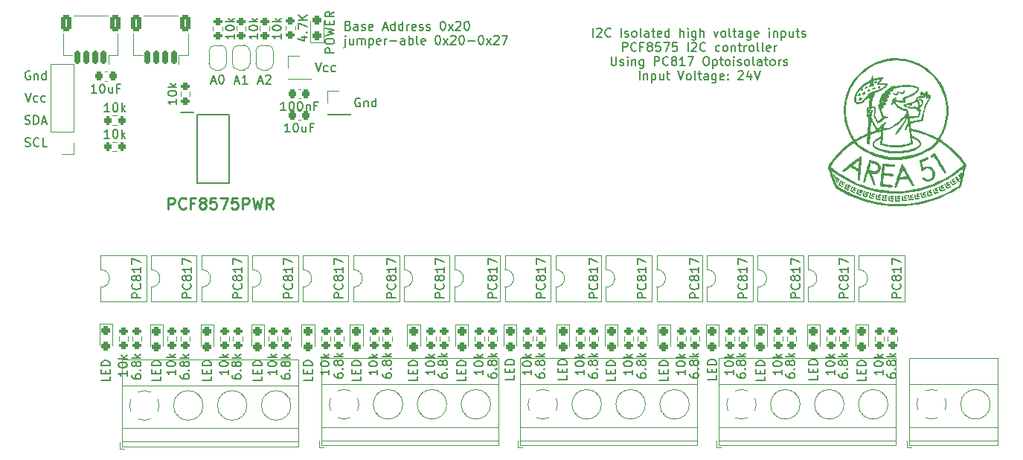
<source format=gto>
G04 #@! TF.GenerationSoftware,KiCad,Pcbnew,7.0.1*
G04 #@! TF.CreationDate,2023-06-13T03:05:22-04:00*
G04 #@! TF.ProjectId,i2c 24vin,69326320-3234-4766-996e-2e6b69636164,rev?*
G04 #@! TF.SameCoordinates,Original*
G04 #@! TF.FileFunction,Legend,Top*
G04 #@! TF.FilePolarity,Positive*
%FSLAX46Y46*%
G04 Gerber Fmt 4.6, Leading zero omitted, Abs format (unit mm)*
G04 Created by KiCad (PCBNEW 7.0.1) date 2023-06-13 03:05:22*
%MOMM*%
%LPD*%
G01*
G04 APERTURE LIST*
G04 Aperture macros list*
%AMRoundRect*
0 Rectangle with rounded corners*
0 $1 Rounding radius*
0 $2 $3 $4 $5 $6 $7 $8 $9 X,Y pos of 4 corners*
0 Add a 4 corners polygon primitive as box body*
4,1,4,$2,$3,$4,$5,$6,$7,$8,$9,$2,$3,0*
0 Add four circle primitives for the rounded corners*
1,1,$1+$1,$2,$3*
1,1,$1+$1,$4,$5*
1,1,$1+$1,$6,$7*
1,1,$1+$1,$8,$9*
0 Add four rect primitives between the rounded corners*
20,1,$1+$1,$2,$3,$4,$5,0*
20,1,$1+$1,$4,$5,$6,$7,0*
20,1,$1+$1,$6,$7,$8,$9,0*
20,1,$1+$1,$8,$9,$2,$3,0*%
%AMFreePoly0*
4,1,19,0.500000,-0.750000,0.000000,-0.750000,0.000000,-0.744911,-0.071157,-0.744911,-0.207708,-0.704816,-0.327430,-0.627875,-0.420627,-0.520320,-0.479746,-0.390866,-0.500000,-0.250000,-0.500000,0.250000,-0.479746,0.390866,-0.420627,0.520320,-0.327430,0.627875,-0.207708,0.704816,-0.071157,0.744911,0.000000,0.744911,0.000000,0.750000,0.500000,0.750000,0.500000,-0.750000,0.500000,-0.750000,
$1*%
%AMFreePoly1*
4,1,19,0.000000,0.744911,0.071157,0.744911,0.207708,0.704816,0.327430,0.627875,0.420627,0.520320,0.479746,0.390866,0.500000,0.250000,0.500000,-0.250000,0.479746,-0.390866,0.420627,-0.520320,0.327430,-0.627875,0.207708,-0.704816,0.071157,-0.744911,0.000000,-0.744911,0.000000,-0.750000,-0.500000,-0.750000,-0.500000,0.750000,0.000000,0.750000,0.000000,0.744911,0.000000,0.744911,
$1*%
G04 Aperture macros list end*
%ADD10C,0.150000*%
%ADD11C,0.254000*%
%ADD12C,0.120000*%
%ADD13C,0.200000*%
%ADD14RoundRect,0.200000X-0.275000X0.200000X-0.275000X-0.200000X0.275000X-0.200000X0.275000X0.200000X0*%
%ADD15R,2.600000X2.600000*%
%ADD16C,2.600000*%
%ADD17R,1.600000X1.600000*%
%ADD18O,1.600000X1.600000*%
%ADD19RoundRect,0.237500X-0.237500X0.287500X-0.237500X-0.287500X0.237500X-0.287500X0.237500X0.287500X0*%
%ADD20RoundRect,0.200000X0.275000X-0.200000X0.275000X0.200000X-0.275000X0.200000X-0.275000X-0.200000X0*%
%ADD21RoundRect,0.225000X-0.225000X-0.250000X0.225000X-0.250000X0.225000X0.250000X-0.225000X0.250000X0*%
%ADD22FreePoly0,90.000000*%
%ADD23FreePoly1,90.000000*%
%ADD24RoundRect,0.200000X0.200000X0.275000X-0.200000X0.275000X-0.200000X-0.275000X0.200000X-0.275000X0*%
%ADD25C,3.200000*%
%ADD26RoundRect,0.150000X0.150000X0.625000X-0.150000X0.625000X-0.150000X-0.625000X0.150000X-0.625000X0*%
%ADD27RoundRect,0.250000X0.350000X0.650000X-0.350000X0.650000X-0.350000X-0.650000X0.350000X-0.650000X0*%
%ADD28R,1.700000X1.700000*%
%ADD29O,1.700000X1.700000*%
%ADD30RoundRect,0.237500X0.237500X-0.287500X0.237500X0.287500X-0.237500X0.287500X-0.237500X-0.287500X0*%
%ADD31R,1.475000X0.450000*%
G04 APERTURE END LIST*
D10*
X131571428Y-82233809D02*
X131714285Y-82281428D01*
X131714285Y-82281428D02*
X131761904Y-82329047D01*
X131761904Y-82329047D02*
X131809523Y-82424285D01*
X131809523Y-82424285D02*
X131809523Y-82567142D01*
X131809523Y-82567142D02*
X131761904Y-82662380D01*
X131761904Y-82662380D02*
X131714285Y-82710000D01*
X131714285Y-82710000D02*
X131619047Y-82757619D01*
X131619047Y-82757619D02*
X131238095Y-82757619D01*
X131238095Y-82757619D02*
X131238095Y-81757619D01*
X131238095Y-81757619D02*
X131571428Y-81757619D01*
X131571428Y-81757619D02*
X131666666Y-81805238D01*
X131666666Y-81805238D02*
X131714285Y-81852857D01*
X131714285Y-81852857D02*
X131761904Y-81948095D01*
X131761904Y-81948095D02*
X131761904Y-82043333D01*
X131761904Y-82043333D02*
X131714285Y-82138571D01*
X131714285Y-82138571D02*
X131666666Y-82186190D01*
X131666666Y-82186190D02*
X131571428Y-82233809D01*
X131571428Y-82233809D02*
X131238095Y-82233809D01*
X132666666Y-82757619D02*
X132666666Y-82233809D01*
X132666666Y-82233809D02*
X132619047Y-82138571D01*
X132619047Y-82138571D02*
X132523809Y-82090952D01*
X132523809Y-82090952D02*
X132333333Y-82090952D01*
X132333333Y-82090952D02*
X132238095Y-82138571D01*
X132666666Y-82710000D02*
X132571428Y-82757619D01*
X132571428Y-82757619D02*
X132333333Y-82757619D01*
X132333333Y-82757619D02*
X132238095Y-82710000D01*
X132238095Y-82710000D02*
X132190476Y-82614761D01*
X132190476Y-82614761D02*
X132190476Y-82519523D01*
X132190476Y-82519523D02*
X132238095Y-82424285D01*
X132238095Y-82424285D02*
X132333333Y-82376666D01*
X132333333Y-82376666D02*
X132571428Y-82376666D01*
X132571428Y-82376666D02*
X132666666Y-82329047D01*
X133095238Y-82710000D02*
X133190476Y-82757619D01*
X133190476Y-82757619D02*
X133380952Y-82757619D01*
X133380952Y-82757619D02*
X133476190Y-82710000D01*
X133476190Y-82710000D02*
X133523809Y-82614761D01*
X133523809Y-82614761D02*
X133523809Y-82567142D01*
X133523809Y-82567142D02*
X133476190Y-82471904D01*
X133476190Y-82471904D02*
X133380952Y-82424285D01*
X133380952Y-82424285D02*
X133238095Y-82424285D01*
X133238095Y-82424285D02*
X133142857Y-82376666D01*
X133142857Y-82376666D02*
X133095238Y-82281428D01*
X133095238Y-82281428D02*
X133095238Y-82233809D01*
X133095238Y-82233809D02*
X133142857Y-82138571D01*
X133142857Y-82138571D02*
X133238095Y-82090952D01*
X133238095Y-82090952D02*
X133380952Y-82090952D01*
X133380952Y-82090952D02*
X133476190Y-82138571D01*
X134333333Y-82710000D02*
X134238095Y-82757619D01*
X134238095Y-82757619D02*
X134047619Y-82757619D01*
X134047619Y-82757619D02*
X133952381Y-82710000D01*
X133952381Y-82710000D02*
X133904762Y-82614761D01*
X133904762Y-82614761D02*
X133904762Y-82233809D01*
X133904762Y-82233809D02*
X133952381Y-82138571D01*
X133952381Y-82138571D02*
X134047619Y-82090952D01*
X134047619Y-82090952D02*
X134238095Y-82090952D01*
X134238095Y-82090952D02*
X134333333Y-82138571D01*
X134333333Y-82138571D02*
X134380952Y-82233809D01*
X134380952Y-82233809D02*
X134380952Y-82329047D01*
X134380952Y-82329047D02*
X133904762Y-82424285D01*
X135523810Y-82471904D02*
X136000000Y-82471904D01*
X135428572Y-82757619D02*
X135761905Y-81757619D01*
X135761905Y-81757619D02*
X136095238Y-82757619D01*
X136857143Y-82757619D02*
X136857143Y-81757619D01*
X136857143Y-82710000D02*
X136761905Y-82757619D01*
X136761905Y-82757619D02*
X136571429Y-82757619D01*
X136571429Y-82757619D02*
X136476191Y-82710000D01*
X136476191Y-82710000D02*
X136428572Y-82662380D01*
X136428572Y-82662380D02*
X136380953Y-82567142D01*
X136380953Y-82567142D02*
X136380953Y-82281428D01*
X136380953Y-82281428D02*
X136428572Y-82186190D01*
X136428572Y-82186190D02*
X136476191Y-82138571D01*
X136476191Y-82138571D02*
X136571429Y-82090952D01*
X136571429Y-82090952D02*
X136761905Y-82090952D01*
X136761905Y-82090952D02*
X136857143Y-82138571D01*
X137761905Y-82757619D02*
X137761905Y-81757619D01*
X137761905Y-82710000D02*
X137666667Y-82757619D01*
X137666667Y-82757619D02*
X137476191Y-82757619D01*
X137476191Y-82757619D02*
X137380953Y-82710000D01*
X137380953Y-82710000D02*
X137333334Y-82662380D01*
X137333334Y-82662380D02*
X137285715Y-82567142D01*
X137285715Y-82567142D02*
X137285715Y-82281428D01*
X137285715Y-82281428D02*
X137333334Y-82186190D01*
X137333334Y-82186190D02*
X137380953Y-82138571D01*
X137380953Y-82138571D02*
X137476191Y-82090952D01*
X137476191Y-82090952D02*
X137666667Y-82090952D01*
X137666667Y-82090952D02*
X137761905Y-82138571D01*
X138238096Y-82757619D02*
X138238096Y-82090952D01*
X138238096Y-82281428D02*
X138285715Y-82186190D01*
X138285715Y-82186190D02*
X138333334Y-82138571D01*
X138333334Y-82138571D02*
X138428572Y-82090952D01*
X138428572Y-82090952D02*
X138523810Y-82090952D01*
X139238096Y-82710000D02*
X139142858Y-82757619D01*
X139142858Y-82757619D02*
X138952382Y-82757619D01*
X138952382Y-82757619D02*
X138857144Y-82710000D01*
X138857144Y-82710000D02*
X138809525Y-82614761D01*
X138809525Y-82614761D02*
X138809525Y-82233809D01*
X138809525Y-82233809D02*
X138857144Y-82138571D01*
X138857144Y-82138571D02*
X138952382Y-82090952D01*
X138952382Y-82090952D02*
X139142858Y-82090952D01*
X139142858Y-82090952D02*
X139238096Y-82138571D01*
X139238096Y-82138571D02*
X139285715Y-82233809D01*
X139285715Y-82233809D02*
X139285715Y-82329047D01*
X139285715Y-82329047D02*
X138809525Y-82424285D01*
X139666668Y-82710000D02*
X139761906Y-82757619D01*
X139761906Y-82757619D02*
X139952382Y-82757619D01*
X139952382Y-82757619D02*
X140047620Y-82710000D01*
X140047620Y-82710000D02*
X140095239Y-82614761D01*
X140095239Y-82614761D02*
X140095239Y-82567142D01*
X140095239Y-82567142D02*
X140047620Y-82471904D01*
X140047620Y-82471904D02*
X139952382Y-82424285D01*
X139952382Y-82424285D02*
X139809525Y-82424285D01*
X139809525Y-82424285D02*
X139714287Y-82376666D01*
X139714287Y-82376666D02*
X139666668Y-82281428D01*
X139666668Y-82281428D02*
X139666668Y-82233809D01*
X139666668Y-82233809D02*
X139714287Y-82138571D01*
X139714287Y-82138571D02*
X139809525Y-82090952D01*
X139809525Y-82090952D02*
X139952382Y-82090952D01*
X139952382Y-82090952D02*
X140047620Y-82138571D01*
X140476192Y-82710000D02*
X140571430Y-82757619D01*
X140571430Y-82757619D02*
X140761906Y-82757619D01*
X140761906Y-82757619D02*
X140857144Y-82710000D01*
X140857144Y-82710000D02*
X140904763Y-82614761D01*
X140904763Y-82614761D02*
X140904763Y-82567142D01*
X140904763Y-82567142D02*
X140857144Y-82471904D01*
X140857144Y-82471904D02*
X140761906Y-82424285D01*
X140761906Y-82424285D02*
X140619049Y-82424285D01*
X140619049Y-82424285D02*
X140523811Y-82376666D01*
X140523811Y-82376666D02*
X140476192Y-82281428D01*
X140476192Y-82281428D02*
X140476192Y-82233809D01*
X140476192Y-82233809D02*
X140523811Y-82138571D01*
X140523811Y-82138571D02*
X140619049Y-82090952D01*
X140619049Y-82090952D02*
X140761906Y-82090952D01*
X140761906Y-82090952D02*
X140857144Y-82138571D01*
X142285716Y-81757619D02*
X142380954Y-81757619D01*
X142380954Y-81757619D02*
X142476192Y-81805238D01*
X142476192Y-81805238D02*
X142523811Y-81852857D01*
X142523811Y-81852857D02*
X142571430Y-81948095D01*
X142571430Y-81948095D02*
X142619049Y-82138571D01*
X142619049Y-82138571D02*
X142619049Y-82376666D01*
X142619049Y-82376666D02*
X142571430Y-82567142D01*
X142571430Y-82567142D02*
X142523811Y-82662380D01*
X142523811Y-82662380D02*
X142476192Y-82710000D01*
X142476192Y-82710000D02*
X142380954Y-82757619D01*
X142380954Y-82757619D02*
X142285716Y-82757619D01*
X142285716Y-82757619D02*
X142190478Y-82710000D01*
X142190478Y-82710000D02*
X142142859Y-82662380D01*
X142142859Y-82662380D02*
X142095240Y-82567142D01*
X142095240Y-82567142D02*
X142047621Y-82376666D01*
X142047621Y-82376666D02*
X142047621Y-82138571D01*
X142047621Y-82138571D02*
X142095240Y-81948095D01*
X142095240Y-81948095D02*
X142142859Y-81852857D01*
X142142859Y-81852857D02*
X142190478Y-81805238D01*
X142190478Y-81805238D02*
X142285716Y-81757619D01*
X142952383Y-82757619D02*
X143476192Y-82090952D01*
X142952383Y-82090952D02*
X143476192Y-82757619D01*
X143809526Y-81852857D02*
X143857145Y-81805238D01*
X143857145Y-81805238D02*
X143952383Y-81757619D01*
X143952383Y-81757619D02*
X144190478Y-81757619D01*
X144190478Y-81757619D02*
X144285716Y-81805238D01*
X144285716Y-81805238D02*
X144333335Y-81852857D01*
X144333335Y-81852857D02*
X144380954Y-81948095D01*
X144380954Y-81948095D02*
X144380954Y-82043333D01*
X144380954Y-82043333D02*
X144333335Y-82186190D01*
X144333335Y-82186190D02*
X143761907Y-82757619D01*
X143761907Y-82757619D02*
X144380954Y-82757619D01*
X145000002Y-81757619D02*
X145095240Y-81757619D01*
X145095240Y-81757619D02*
X145190478Y-81805238D01*
X145190478Y-81805238D02*
X145238097Y-81852857D01*
X145238097Y-81852857D02*
X145285716Y-81948095D01*
X145285716Y-81948095D02*
X145333335Y-82138571D01*
X145333335Y-82138571D02*
X145333335Y-82376666D01*
X145333335Y-82376666D02*
X145285716Y-82567142D01*
X145285716Y-82567142D02*
X145238097Y-82662380D01*
X145238097Y-82662380D02*
X145190478Y-82710000D01*
X145190478Y-82710000D02*
X145095240Y-82757619D01*
X145095240Y-82757619D02*
X145000002Y-82757619D01*
X145000002Y-82757619D02*
X144904764Y-82710000D01*
X144904764Y-82710000D02*
X144857145Y-82662380D01*
X144857145Y-82662380D02*
X144809526Y-82567142D01*
X144809526Y-82567142D02*
X144761907Y-82376666D01*
X144761907Y-82376666D02*
X144761907Y-82138571D01*
X144761907Y-82138571D02*
X144809526Y-81948095D01*
X144809526Y-81948095D02*
X144857145Y-81852857D01*
X144857145Y-81852857D02*
X144904764Y-81805238D01*
X144904764Y-81805238D02*
X145000002Y-81757619D01*
X131238095Y-83710952D02*
X131238095Y-84568095D01*
X131238095Y-84568095D02*
X131190476Y-84663333D01*
X131190476Y-84663333D02*
X131095238Y-84710952D01*
X131095238Y-84710952D02*
X131047619Y-84710952D01*
X131238095Y-83377619D02*
X131190476Y-83425238D01*
X131190476Y-83425238D02*
X131238095Y-83472857D01*
X131238095Y-83472857D02*
X131285714Y-83425238D01*
X131285714Y-83425238D02*
X131238095Y-83377619D01*
X131238095Y-83377619D02*
X131238095Y-83472857D01*
X132142856Y-83710952D02*
X132142856Y-84377619D01*
X131714285Y-83710952D02*
X131714285Y-84234761D01*
X131714285Y-84234761D02*
X131761904Y-84330000D01*
X131761904Y-84330000D02*
X131857142Y-84377619D01*
X131857142Y-84377619D02*
X131999999Y-84377619D01*
X131999999Y-84377619D02*
X132095237Y-84330000D01*
X132095237Y-84330000D02*
X132142856Y-84282380D01*
X132619047Y-84377619D02*
X132619047Y-83710952D01*
X132619047Y-83806190D02*
X132666666Y-83758571D01*
X132666666Y-83758571D02*
X132761904Y-83710952D01*
X132761904Y-83710952D02*
X132904761Y-83710952D01*
X132904761Y-83710952D02*
X132999999Y-83758571D01*
X132999999Y-83758571D02*
X133047618Y-83853809D01*
X133047618Y-83853809D02*
X133047618Y-84377619D01*
X133047618Y-83853809D02*
X133095237Y-83758571D01*
X133095237Y-83758571D02*
X133190475Y-83710952D01*
X133190475Y-83710952D02*
X133333332Y-83710952D01*
X133333332Y-83710952D02*
X133428571Y-83758571D01*
X133428571Y-83758571D02*
X133476190Y-83853809D01*
X133476190Y-83853809D02*
X133476190Y-84377619D01*
X133952380Y-83710952D02*
X133952380Y-84710952D01*
X133952380Y-83758571D02*
X134047618Y-83710952D01*
X134047618Y-83710952D02*
X134238094Y-83710952D01*
X134238094Y-83710952D02*
X134333332Y-83758571D01*
X134333332Y-83758571D02*
X134380951Y-83806190D01*
X134380951Y-83806190D02*
X134428570Y-83901428D01*
X134428570Y-83901428D02*
X134428570Y-84187142D01*
X134428570Y-84187142D02*
X134380951Y-84282380D01*
X134380951Y-84282380D02*
X134333332Y-84330000D01*
X134333332Y-84330000D02*
X134238094Y-84377619D01*
X134238094Y-84377619D02*
X134047618Y-84377619D01*
X134047618Y-84377619D02*
X133952380Y-84330000D01*
X135238094Y-84330000D02*
X135142856Y-84377619D01*
X135142856Y-84377619D02*
X134952380Y-84377619D01*
X134952380Y-84377619D02*
X134857142Y-84330000D01*
X134857142Y-84330000D02*
X134809523Y-84234761D01*
X134809523Y-84234761D02*
X134809523Y-83853809D01*
X134809523Y-83853809D02*
X134857142Y-83758571D01*
X134857142Y-83758571D02*
X134952380Y-83710952D01*
X134952380Y-83710952D02*
X135142856Y-83710952D01*
X135142856Y-83710952D02*
X135238094Y-83758571D01*
X135238094Y-83758571D02*
X135285713Y-83853809D01*
X135285713Y-83853809D02*
X135285713Y-83949047D01*
X135285713Y-83949047D02*
X134809523Y-84044285D01*
X135714285Y-84377619D02*
X135714285Y-83710952D01*
X135714285Y-83901428D02*
X135761904Y-83806190D01*
X135761904Y-83806190D02*
X135809523Y-83758571D01*
X135809523Y-83758571D02*
X135904761Y-83710952D01*
X135904761Y-83710952D02*
X135999999Y-83710952D01*
X136333333Y-83996666D02*
X137095238Y-83996666D01*
X137999999Y-84377619D02*
X137999999Y-83853809D01*
X137999999Y-83853809D02*
X137952380Y-83758571D01*
X137952380Y-83758571D02*
X137857142Y-83710952D01*
X137857142Y-83710952D02*
X137666666Y-83710952D01*
X137666666Y-83710952D02*
X137571428Y-83758571D01*
X137999999Y-84330000D02*
X137904761Y-84377619D01*
X137904761Y-84377619D02*
X137666666Y-84377619D01*
X137666666Y-84377619D02*
X137571428Y-84330000D01*
X137571428Y-84330000D02*
X137523809Y-84234761D01*
X137523809Y-84234761D02*
X137523809Y-84139523D01*
X137523809Y-84139523D02*
X137571428Y-84044285D01*
X137571428Y-84044285D02*
X137666666Y-83996666D01*
X137666666Y-83996666D02*
X137904761Y-83996666D01*
X137904761Y-83996666D02*
X137999999Y-83949047D01*
X138476190Y-84377619D02*
X138476190Y-83377619D01*
X138476190Y-83758571D02*
X138571428Y-83710952D01*
X138571428Y-83710952D02*
X138761904Y-83710952D01*
X138761904Y-83710952D02*
X138857142Y-83758571D01*
X138857142Y-83758571D02*
X138904761Y-83806190D01*
X138904761Y-83806190D02*
X138952380Y-83901428D01*
X138952380Y-83901428D02*
X138952380Y-84187142D01*
X138952380Y-84187142D02*
X138904761Y-84282380D01*
X138904761Y-84282380D02*
X138857142Y-84330000D01*
X138857142Y-84330000D02*
X138761904Y-84377619D01*
X138761904Y-84377619D02*
X138571428Y-84377619D01*
X138571428Y-84377619D02*
X138476190Y-84330000D01*
X139523809Y-84377619D02*
X139428571Y-84330000D01*
X139428571Y-84330000D02*
X139380952Y-84234761D01*
X139380952Y-84234761D02*
X139380952Y-83377619D01*
X140285714Y-84330000D02*
X140190476Y-84377619D01*
X140190476Y-84377619D02*
X140000000Y-84377619D01*
X140000000Y-84377619D02*
X139904762Y-84330000D01*
X139904762Y-84330000D02*
X139857143Y-84234761D01*
X139857143Y-84234761D02*
X139857143Y-83853809D01*
X139857143Y-83853809D02*
X139904762Y-83758571D01*
X139904762Y-83758571D02*
X140000000Y-83710952D01*
X140000000Y-83710952D02*
X140190476Y-83710952D01*
X140190476Y-83710952D02*
X140285714Y-83758571D01*
X140285714Y-83758571D02*
X140333333Y-83853809D01*
X140333333Y-83853809D02*
X140333333Y-83949047D01*
X140333333Y-83949047D02*
X139857143Y-84044285D01*
X141714286Y-83377619D02*
X141809524Y-83377619D01*
X141809524Y-83377619D02*
X141904762Y-83425238D01*
X141904762Y-83425238D02*
X141952381Y-83472857D01*
X141952381Y-83472857D02*
X142000000Y-83568095D01*
X142000000Y-83568095D02*
X142047619Y-83758571D01*
X142047619Y-83758571D02*
X142047619Y-83996666D01*
X142047619Y-83996666D02*
X142000000Y-84187142D01*
X142000000Y-84187142D02*
X141952381Y-84282380D01*
X141952381Y-84282380D02*
X141904762Y-84330000D01*
X141904762Y-84330000D02*
X141809524Y-84377619D01*
X141809524Y-84377619D02*
X141714286Y-84377619D01*
X141714286Y-84377619D02*
X141619048Y-84330000D01*
X141619048Y-84330000D02*
X141571429Y-84282380D01*
X141571429Y-84282380D02*
X141523810Y-84187142D01*
X141523810Y-84187142D02*
X141476191Y-83996666D01*
X141476191Y-83996666D02*
X141476191Y-83758571D01*
X141476191Y-83758571D02*
X141523810Y-83568095D01*
X141523810Y-83568095D02*
X141571429Y-83472857D01*
X141571429Y-83472857D02*
X141619048Y-83425238D01*
X141619048Y-83425238D02*
X141714286Y-83377619D01*
X142380953Y-84377619D02*
X142904762Y-83710952D01*
X142380953Y-83710952D02*
X142904762Y-84377619D01*
X143238096Y-83472857D02*
X143285715Y-83425238D01*
X143285715Y-83425238D02*
X143380953Y-83377619D01*
X143380953Y-83377619D02*
X143619048Y-83377619D01*
X143619048Y-83377619D02*
X143714286Y-83425238D01*
X143714286Y-83425238D02*
X143761905Y-83472857D01*
X143761905Y-83472857D02*
X143809524Y-83568095D01*
X143809524Y-83568095D02*
X143809524Y-83663333D01*
X143809524Y-83663333D02*
X143761905Y-83806190D01*
X143761905Y-83806190D02*
X143190477Y-84377619D01*
X143190477Y-84377619D02*
X143809524Y-84377619D01*
X144428572Y-83377619D02*
X144523810Y-83377619D01*
X144523810Y-83377619D02*
X144619048Y-83425238D01*
X144619048Y-83425238D02*
X144666667Y-83472857D01*
X144666667Y-83472857D02*
X144714286Y-83568095D01*
X144714286Y-83568095D02*
X144761905Y-83758571D01*
X144761905Y-83758571D02*
X144761905Y-83996666D01*
X144761905Y-83996666D02*
X144714286Y-84187142D01*
X144714286Y-84187142D02*
X144666667Y-84282380D01*
X144666667Y-84282380D02*
X144619048Y-84330000D01*
X144619048Y-84330000D02*
X144523810Y-84377619D01*
X144523810Y-84377619D02*
X144428572Y-84377619D01*
X144428572Y-84377619D02*
X144333334Y-84330000D01*
X144333334Y-84330000D02*
X144285715Y-84282380D01*
X144285715Y-84282380D02*
X144238096Y-84187142D01*
X144238096Y-84187142D02*
X144190477Y-83996666D01*
X144190477Y-83996666D02*
X144190477Y-83758571D01*
X144190477Y-83758571D02*
X144238096Y-83568095D01*
X144238096Y-83568095D02*
X144285715Y-83472857D01*
X144285715Y-83472857D02*
X144333334Y-83425238D01*
X144333334Y-83425238D02*
X144428572Y-83377619D01*
X145190477Y-83996666D02*
X145952382Y-83996666D01*
X146619048Y-83377619D02*
X146714286Y-83377619D01*
X146714286Y-83377619D02*
X146809524Y-83425238D01*
X146809524Y-83425238D02*
X146857143Y-83472857D01*
X146857143Y-83472857D02*
X146904762Y-83568095D01*
X146904762Y-83568095D02*
X146952381Y-83758571D01*
X146952381Y-83758571D02*
X146952381Y-83996666D01*
X146952381Y-83996666D02*
X146904762Y-84187142D01*
X146904762Y-84187142D02*
X146857143Y-84282380D01*
X146857143Y-84282380D02*
X146809524Y-84330000D01*
X146809524Y-84330000D02*
X146714286Y-84377619D01*
X146714286Y-84377619D02*
X146619048Y-84377619D01*
X146619048Y-84377619D02*
X146523810Y-84330000D01*
X146523810Y-84330000D02*
X146476191Y-84282380D01*
X146476191Y-84282380D02*
X146428572Y-84187142D01*
X146428572Y-84187142D02*
X146380953Y-83996666D01*
X146380953Y-83996666D02*
X146380953Y-83758571D01*
X146380953Y-83758571D02*
X146428572Y-83568095D01*
X146428572Y-83568095D02*
X146476191Y-83472857D01*
X146476191Y-83472857D02*
X146523810Y-83425238D01*
X146523810Y-83425238D02*
X146619048Y-83377619D01*
X147285715Y-84377619D02*
X147809524Y-83710952D01*
X147285715Y-83710952D02*
X147809524Y-84377619D01*
X148142858Y-83472857D02*
X148190477Y-83425238D01*
X148190477Y-83425238D02*
X148285715Y-83377619D01*
X148285715Y-83377619D02*
X148523810Y-83377619D01*
X148523810Y-83377619D02*
X148619048Y-83425238D01*
X148619048Y-83425238D02*
X148666667Y-83472857D01*
X148666667Y-83472857D02*
X148714286Y-83568095D01*
X148714286Y-83568095D02*
X148714286Y-83663333D01*
X148714286Y-83663333D02*
X148666667Y-83806190D01*
X148666667Y-83806190D02*
X148095239Y-84377619D01*
X148095239Y-84377619D02*
X148714286Y-84377619D01*
X149047620Y-83377619D02*
X149714286Y-83377619D01*
X149714286Y-83377619D02*
X149285715Y-84377619D01*
X159428570Y-83532619D02*
X159428570Y-82532619D01*
X159857141Y-82627857D02*
X159904760Y-82580238D01*
X159904760Y-82580238D02*
X159999998Y-82532619D01*
X159999998Y-82532619D02*
X160238093Y-82532619D01*
X160238093Y-82532619D02*
X160333331Y-82580238D01*
X160333331Y-82580238D02*
X160380950Y-82627857D01*
X160380950Y-82627857D02*
X160428569Y-82723095D01*
X160428569Y-82723095D02*
X160428569Y-82818333D01*
X160428569Y-82818333D02*
X160380950Y-82961190D01*
X160380950Y-82961190D02*
X159809522Y-83532619D01*
X159809522Y-83532619D02*
X160428569Y-83532619D01*
X161428569Y-83437380D02*
X161380950Y-83485000D01*
X161380950Y-83485000D02*
X161238093Y-83532619D01*
X161238093Y-83532619D02*
X161142855Y-83532619D01*
X161142855Y-83532619D02*
X160999998Y-83485000D01*
X160999998Y-83485000D02*
X160904760Y-83389761D01*
X160904760Y-83389761D02*
X160857141Y-83294523D01*
X160857141Y-83294523D02*
X160809522Y-83104047D01*
X160809522Y-83104047D02*
X160809522Y-82961190D01*
X160809522Y-82961190D02*
X160857141Y-82770714D01*
X160857141Y-82770714D02*
X160904760Y-82675476D01*
X160904760Y-82675476D02*
X160999998Y-82580238D01*
X160999998Y-82580238D02*
X161142855Y-82532619D01*
X161142855Y-82532619D02*
X161238093Y-82532619D01*
X161238093Y-82532619D02*
X161380950Y-82580238D01*
X161380950Y-82580238D02*
X161428569Y-82627857D01*
X162619046Y-83532619D02*
X162619046Y-82532619D01*
X163047617Y-83485000D02*
X163142855Y-83532619D01*
X163142855Y-83532619D02*
X163333331Y-83532619D01*
X163333331Y-83532619D02*
X163428569Y-83485000D01*
X163428569Y-83485000D02*
X163476188Y-83389761D01*
X163476188Y-83389761D02*
X163476188Y-83342142D01*
X163476188Y-83342142D02*
X163428569Y-83246904D01*
X163428569Y-83246904D02*
X163333331Y-83199285D01*
X163333331Y-83199285D02*
X163190474Y-83199285D01*
X163190474Y-83199285D02*
X163095236Y-83151666D01*
X163095236Y-83151666D02*
X163047617Y-83056428D01*
X163047617Y-83056428D02*
X163047617Y-83008809D01*
X163047617Y-83008809D02*
X163095236Y-82913571D01*
X163095236Y-82913571D02*
X163190474Y-82865952D01*
X163190474Y-82865952D02*
X163333331Y-82865952D01*
X163333331Y-82865952D02*
X163428569Y-82913571D01*
X164047617Y-83532619D02*
X163952379Y-83485000D01*
X163952379Y-83485000D02*
X163904760Y-83437380D01*
X163904760Y-83437380D02*
X163857141Y-83342142D01*
X163857141Y-83342142D02*
X163857141Y-83056428D01*
X163857141Y-83056428D02*
X163904760Y-82961190D01*
X163904760Y-82961190D02*
X163952379Y-82913571D01*
X163952379Y-82913571D02*
X164047617Y-82865952D01*
X164047617Y-82865952D02*
X164190474Y-82865952D01*
X164190474Y-82865952D02*
X164285712Y-82913571D01*
X164285712Y-82913571D02*
X164333331Y-82961190D01*
X164333331Y-82961190D02*
X164380950Y-83056428D01*
X164380950Y-83056428D02*
X164380950Y-83342142D01*
X164380950Y-83342142D02*
X164333331Y-83437380D01*
X164333331Y-83437380D02*
X164285712Y-83485000D01*
X164285712Y-83485000D02*
X164190474Y-83532619D01*
X164190474Y-83532619D02*
X164047617Y-83532619D01*
X164952379Y-83532619D02*
X164857141Y-83485000D01*
X164857141Y-83485000D02*
X164809522Y-83389761D01*
X164809522Y-83389761D02*
X164809522Y-82532619D01*
X165761903Y-83532619D02*
X165761903Y-83008809D01*
X165761903Y-83008809D02*
X165714284Y-82913571D01*
X165714284Y-82913571D02*
X165619046Y-82865952D01*
X165619046Y-82865952D02*
X165428570Y-82865952D01*
X165428570Y-82865952D02*
X165333332Y-82913571D01*
X165761903Y-83485000D02*
X165666665Y-83532619D01*
X165666665Y-83532619D02*
X165428570Y-83532619D01*
X165428570Y-83532619D02*
X165333332Y-83485000D01*
X165333332Y-83485000D02*
X165285713Y-83389761D01*
X165285713Y-83389761D02*
X165285713Y-83294523D01*
X165285713Y-83294523D02*
X165333332Y-83199285D01*
X165333332Y-83199285D02*
X165428570Y-83151666D01*
X165428570Y-83151666D02*
X165666665Y-83151666D01*
X165666665Y-83151666D02*
X165761903Y-83104047D01*
X166095237Y-82865952D02*
X166476189Y-82865952D01*
X166238094Y-82532619D02*
X166238094Y-83389761D01*
X166238094Y-83389761D02*
X166285713Y-83485000D01*
X166285713Y-83485000D02*
X166380951Y-83532619D01*
X166380951Y-83532619D02*
X166476189Y-83532619D01*
X167190475Y-83485000D02*
X167095237Y-83532619D01*
X167095237Y-83532619D02*
X166904761Y-83532619D01*
X166904761Y-83532619D02*
X166809523Y-83485000D01*
X166809523Y-83485000D02*
X166761904Y-83389761D01*
X166761904Y-83389761D02*
X166761904Y-83008809D01*
X166761904Y-83008809D02*
X166809523Y-82913571D01*
X166809523Y-82913571D02*
X166904761Y-82865952D01*
X166904761Y-82865952D02*
X167095237Y-82865952D01*
X167095237Y-82865952D02*
X167190475Y-82913571D01*
X167190475Y-82913571D02*
X167238094Y-83008809D01*
X167238094Y-83008809D02*
X167238094Y-83104047D01*
X167238094Y-83104047D02*
X166761904Y-83199285D01*
X168095237Y-83532619D02*
X168095237Y-82532619D01*
X168095237Y-83485000D02*
X167999999Y-83532619D01*
X167999999Y-83532619D02*
X167809523Y-83532619D01*
X167809523Y-83532619D02*
X167714285Y-83485000D01*
X167714285Y-83485000D02*
X167666666Y-83437380D01*
X167666666Y-83437380D02*
X167619047Y-83342142D01*
X167619047Y-83342142D02*
X167619047Y-83056428D01*
X167619047Y-83056428D02*
X167666666Y-82961190D01*
X167666666Y-82961190D02*
X167714285Y-82913571D01*
X167714285Y-82913571D02*
X167809523Y-82865952D01*
X167809523Y-82865952D02*
X167999999Y-82865952D01*
X167999999Y-82865952D02*
X168095237Y-82913571D01*
X169333333Y-83532619D02*
X169333333Y-82532619D01*
X169761904Y-83532619D02*
X169761904Y-83008809D01*
X169761904Y-83008809D02*
X169714285Y-82913571D01*
X169714285Y-82913571D02*
X169619047Y-82865952D01*
X169619047Y-82865952D02*
X169476190Y-82865952D01*
X169476190Y-82865952D02*
X169380952Y-82913571D01*
X169380952Y-82913571D02*
X169333333Y-82961190D01*
X170238095Y-83532619D02*
X170238095Y-82865952D01*
X170238095Y-82532619D02*
X170190476Y-82580238D01*
X170190476Y-82580238D02*
X170238095Y-82627857D01*
X170238095Y-82627857D02*
X170285714Y-82580238D01*
X170285714Y-82580238D02*
X170238095Y-82532619D01*
X170238095Y-82532619D02*
X170238095Y-82627857D01*
X171142856Y-82865952D02*
X171142856Y-83675476D01*
X171142856Y-83675476D02*
X171095237Y-83770714D01*
X171095237Y-83770714D02*
X171047618Y-83818333D01*
X171047618Y-83818333D02*
X170952380Y-83865952D01*
X170952380Y-83865952D02*
X170809523Y-83865952D01*
X170809523Y-83865952D02*
X170714285Y-83818333D01*
X171142856Y-83485000D02*
X171047618Y-83532619D01*
X171047618Y-83532619D02*
X170857142Y-83532619D01*
X170857142Y-83532619D02*
X170761904Y-83485000D01*
X170761904Y-83485000D02*
X170714285Y-83437380D01*
X170714285Y-83437380D02*
X170666666Y-83342142D01*
X170666666Y-83342142D02*
X170666666Y-83056428D01*
X170666666Y-83056428D02*
X170714285Y-82961190D01*
X170714285Y-82961190D02*
X170761904Y-82913571D01*
X170761904Y-82913571D02*
X170857142Y-82865952D01*
X170857142Y-82865952D02*
X171047618Y-82865952D01*
X171047618Y-82865952D02*
X171142856Y-82913571D01*
X171619047Y-83532619D02*
X171619047Y-82532619D01*
X172047618Y-83532619D02*
X172047618Y-83008809D01*
X172047618Y-83008809D02*
X171999999Y-82913571D01*
X171999999Y-82913571D02*
X171904761Y-82865952D01*
X171904761Y-82865952D02*
X171761904Y-82865952D01*
X171761904Y-82865952D02*
X171666666Y-82913571D01*
X171666666Y-82913571D02*
X171619047Y-82961190D01*
X173190476Y-82865952D02*
X173428571Y-83532619D01*
X173428571Y-83532619D02*
X173666666Y-82865952D01*
X174190476Y-83532619D02*
X174095238Y-83485000D01*
X174095238Y-83485000D02*
X174047619Y-83437380D01*
X174047619Y-83437380D02*
X174000000Y-83342142D01*
X174000000Y-83342142D02*
X174000000Y-83056428D01*
X174000000Y-83056428D02*
X174047619Y-82961190D01*
X174047619Y-82961190D02*
X174095238Y-82913571D01*
X174095238Y-82913571D02*
X174190476Y-82865952D01*
X174190476Y-82865952D02*
X174333333Y-82865952D01*
X174333333Y-82865952D02*
X174428571Y-82913571D01*
X174428571Y-82913571D02*
X174476190Y-82961190D01*
X174476190Y-82961190D02*
X174523809Y-83056428D01*
X174523809Y-83056428D02*
X174523809Y-83342142D01*
X174523809Y-83342142D02*
X174476190Y-83437380D01*
X174476190Y-83437380D02*
X174428571Y-83485000D01*
X174428571Y-83485000D02*
X174333333Y-83532619D01*
X174333333Y-83532619D02*
X174190476Y-83532619D01*
X175095238Y-83532619D02*
X175000000Y-83485000D01*
X175000000Y-83485000D02*
X174952381Y-83389761D01*
X174952381Y-83389761D02*
X174952381Y-82532619D01*
X175333334Y-82865952D02*
X175714286Y-82865952D01*
X175476191Y-82532619D02*
X175476191Y-83389761D01*
X175476191Y-83389761D02*
X175523810Y-83485000D01*
X175523810Y-83485000D02*
X175619048Y-83532619D01*
X175619048Y-83532619D02*
X175714286Y-83532619D01*
X176476191Y-83532619D02*
X176476191Y-83008809D01*
X176476191Y-83008809D02*
X176428572Y-82913571D01*
X176428572Y-82913571D02*
X176333334Y-82865952D01*
X176333334Y-82865952D02*
X176142858Y-82865952D01*
X176142858Y-82865952D02*
X176047620Y-82913571D01*
X176476191Y-83485000D02*
X176380953Y-83532619D01*
X176380953Y-83532619D02*
X176142858Y-83532619D01*
X176142858Y-83532619D02*
X176047620Y-83485000D01*
X176047620Y-83485000D02*
X176000001Y-83389761D01*
X176000001Y-83389761D02*
X176000001Y-83294523D01*
X176000001Y-83294523D02*
X176047620Y-83199285D01*
X176047620Y-83199285D02*
X176142858Y-83151666D01*
X176142858Y-83151666D02*
X176380953Y-83151666D01*
X176380953Y-83151666D02*
X176476191Y-83104047D01*
X177380953Y-82865952D02*
X177380953Y-83675476D01*
X177380953Y-83675476D02*
X177333334Y-83770714D01*
X177333334Y-83770714D02*
X177285715Y-83818333D01*
X177285715Y-83818333D02*
X177190477Y-83865952D01*
X177190477Y-83865952D02*
X177047620Y-83865952D01*
X177047620Y-83865952D02*
X176952382Y-83818333D01*
X177380953Y-83485000D02*
X177285715Y-83532619D01*
X177285715Y-83532619D02*
X177095239Y-83532619D01*
X177095239Y-83532619D02*
X177000001Y-83485000D01*
X177000001Y-83485000D02*
X176952382Y-83437380D01*
X176952382Y-83437380D02*
X176904763Y-83342142D01*
X176904763Y-83342142D02*
X176904763Y-83056428D01*
X176904763Y-83056428D02*
X176952382Y-82961190D01*
X176952382Y-82961190D02*
X177000001Y-82913571D01*
X177000001Y-82913571D02*
X177095239Y-82865952D01*
X177095239Y-82865952D02*
X177285715Y-82865952D01*
X177285715Y-82865952D02*
X177380953Y-82913571D01*
X178238096Y-83485000D02*
X178142858Y-83532619D01*
X178142858Y-83532619D02*
X177952382Y-83532619D01*
X177952382Y-83532619D02*
X177857144Y-83485000D01*
X177857144Y-83485000D02*
X177809525Y-83389761D01*
X177809525Y-83389761D02*
X177809525Y-83008809D01*
X177809525Y-83008809D02*
X177857144Y-82913571D01*
X177857144Y-82913571D02*
X177952382Y-82865952D01*
X177952382Y-82865952D02*
X178142858Y-82865952D01*
X178142858Y-82865952D02*
X178238096Y-82913571D01*
X178238096Y-82913571D02*
X178285715Y-83008809D01*
X178285715Y-83008809D02*
X178285715Y-83104047D01*
X178285715Y-83104047D02*
X177809525Y-83199285D01*
X179476192Y-83532619D02*
X179476192Y-82865952D01*
X179476192Y-82532619D02*
X179428573Y-82580238D01*
X179428573Y-82580238D02*
X179476192Y-82627857D01*
X179476192Y-82627857D02*
X179523811Y-82580238D01*
X179523811Y-82580238D02*
X179476192Y-82532619D01*
X179476192Y-82532619D02*
X179476192Y-82627857D01*
X179952382Y-82865952D02*
X179952382Y-83532619D01*
X179952382Y-82961190D02*
X180000001Y-82913571D01*
X180000001Y-82913571D02*
X180095239Y-82865952D01*
X180095239Y-82865952D02*
X180238096Y-82865952D01*
X180238096Y-82865952D02*
X180333334Y-82913571D01*
X180333334Y-82913571D02*
X180380953Y-83008809D01*
X180380953Y-83008809D02*
X180380953Y-83532619D01*
X180857144Y-82865952D02*
X180857144Y-83865952D01*
X180857144Y-82913571D02*
X180952382Y-82865952D01*
X180952382Y-82865952D02*
X181142858Y-82865952D01*
X181142858Y-82865952D02*
X181238096Y-82913571D01*
X181238096Y-82913571D02*
X181285715Y-82961190D01*
X181285715Y-82961190D02*
X181333334Y-83056428D01*
X181333334Y-83056428D02*
X181333334Y-83342142D01*
X181333334Y-83342142D02*
X181285715Y-83437380D01*
X181285715Y-83437380D02*
X181238096Y-83485000D01*
X181238096Y-83485000D02*
X181142858Y-83532619D01*
X181142858Y-83532619D02*
X180952382Y-83532619D01*
X180952382Y-83532619D02*
X180857144Y-83485000D01*
X182190477Y-82865952D02*
X182190477Y-83532619D01*
X181761906Y-82865952D02*
X181761906Y-83389761D01*
X181761906Y-83389761D02*
X181809525Y-83485000D01*
X181809525Y-83485000D02*
X181904763Y-83532619D01*
X181904763Y-83532619D02*
X182047620Y-83532619D01*
X182047620Y-83532619D02*
X182142858Y-83485000D01*
X182142858Y-83485000D02*
X182190477Y-83437380D01*
X182523811Y-82865952D02*
X182904763Y-82865952D01*
X182666668Y-82532619D02*
X182666668Y-83389761D01*
X182666668Y-83389761D02*
X182714287Y-83485000D01*
X182714287Y-83485000D02*
X182809525Y-83532619D01*
X182809525Y-83532619D02*
X182904763Y-83532619D01*
X183190478Y-83485000D02*
X183285716Y-83532619D01*
X183285716Y-83532619D02*
X183476192Y-83532619D01*
X183476192Y-83532619D02*
X183571430Y-83485000D01*
X183571430Y-83485000D02*
X183619049Y-83389761D01*
X183619049Y-83389761D02*
X183619049Y-83342142D01*
X183619049Y-83342142D02*
X183571430Y-83246904D01*
X183571430Y-83246904D02*
X183476192Y-83199285D01*
X183476192Y-83199285D02*
X183333335Y-83199285D01*
X183333335Y-83199285D02*
X183238097Y-83151666D01*
X183238097Y-83151666D02*
X183190478Y-83056428D01*
X183190478Y-83056428D02*
X183190478Y-83008809D01*
X183190478Y-83008809D02*
X183238097Y-82913571D01*
X183238097Y-82913571D02*
X183333335Y-82865952D01*
X183333335Y-82865952D02*
X183476192Y-82865952D01*
X183476192Y-82865952D02*
X183571430Y-82913571D01*
X162785713Y-85152619D02*
X162785713Y-84152619D01*
X162785713Y-84152619D02*
X163166665Y-84152619D01*
X163166665Y-84152619D02*
X163261903Y-84200238D01*
X163261903Y-84200238D02*
X163309522Y-84247857D01*
X163309522Y-84247857D02*
X163357141Y-84343095D01*
X163357141Y-84343095D02*
X163357141Y-84485952D01*
X163357141Y-84485952D02*
X163309522Y-84581190D01*
X163309522Y-84581190D02*
X163261903Y-84628809D01*
X163261903Y-84628809D02*
X163166665Y-84676428D01*
X163166665Y-84676428D02*
X162785713Y-84676428D01*
X164357141Y-85057380D02*
X164309522Y-85105000D01*
X164309522Y-85105000D02*
X164166665Y-85152619D01*
X164166665Y-85152619D02*
X164071427Y-85152619D01*
X164071427Y-85152619D02*
X163928570Y-85105000D01*
X163928570Y-85105000D02*
X163833332Y-85009761D01*
X163833332Y-85009761D02*
X163785713Y-84914523D01*
X163785713Y-84914523D02*
X163738094Y-84724047D01*
X163738094Y-84724047D02*
X163738094Y-84581190D01*
X163738094Y-84581190D02*
X163785713Y-84390714D01*
X163785713Y-84390714D02*
X163833332Y-84295476D01*
X163833332Y-84295476D02*
X163928570Y-84200238D01*
X163928570Y-84200238D02*
X164071427Y-84152619D01*
X164071427Y-84152619D02*
X164166665Y-84152619D01*
X164166665Y-84152619D02*
X164309522Y-84200238D01*
X164309522Y-84200238D02*
X164357141Y-84247857D01*
X165119046Y-84628809D02*
X164785713Y-84628809D01*
X164785713Y-85152619D02*
X164785713Y-84152619D01*
X164785713Y-84152619D02*
X165261903Y-84152619D01*
X165785713Y-84581190D02*
X165690475Y-84533571D01*
X165690475Y-84533571D02*
X165642856Y-84485952D01*
X165642856Y-84485952D02*
X165595237Y-84390714D01*
X165595237Y-84390714D02*
X165595237Y-84343095D01*
X165595237Y-84343095D02*
X165642856Y-84247857D01*
X165642856Y-84247857D02*
X165690475Y-84200238D01*
X165690475Y-84200238D02*
X165785713Y-84152619D01*
X165785713Y-84152619D02*
X165976189Y-84152619D01*
X165976189Y-84152619D02*
X166071427Y-84200238D01*
X166071427Y-84200238D02*
X166119046Y-84247857D01*
X166119046Y-84247857D02*
X166166665Y-84343095D01*
X166166665Y-84343095D02*
X166166665Y-84390714D01*
X166166665Y-84390714D02*
X166119046Y-84485952D01*
X166119046Y-84485952D02*
X166071427Y-84533571D01*
X166071427Y-84533571D02*
X165976189Y-84581190D01*
X165976189Y-84581190D02*
X165785713Y-84581190D01*
X165785713Y-84581190D02*
X165690475Y-84628809D01*
X165690475Y-84628809D02*
X165642856Y-84676428D01*
X165642856Y-84676428D02*
X165595237Y-84771666D01*
X165595237Y-84771666D02*
X165595237Y-84962142D01*
X165595237Y-84962142D02*
X165642856Y-85057380D01*
X165642856Y-85057380D02*
X165690475Y-85105000D01*
X165690475Y-85105000D02*
X165785713Y-85152619D01*
X165785713Y-85152619D02*
X165976189Y-85152619D01*
X165976189Y-85152619D02*
X166071427Y-85105000D01*
X166071427Y-85105000D02*
X166119046Y-85057380D01*
X166119046Y-85057380D02*
X166166665Y-84962142D01*
X166166665Y-84962142D02*
X166166665Y-84771666D01*
X166166665Y-84771666D02*
X166119046Y-84676428D01*
X166119046Y-84676428D02*
X166071427Y-84628809D01*
X166071427Y-84628809D02*
X165976189Y-84581190D01*
X167071427Y-84152619D02*
X166595237Y-84152619D01*
X166595237Y-84152619D02*
X166547618Y-84628809D01*
X166547618Y-84628809D02*
X166595237Y-84581190D01*
X166595237Y-84581190D02*
X166690475Y-84533571D01*
X166690475Y-84533571D02*
X166928570Y-84533571D01*
X166928570Y-84533571D02*
X167023808Y-84581190D01*
X167023808Y-84581190D02*
X167071427Y-84628809D01*
X167071427Y-84628809D02*
X167119046Y-84724047D01*
X167119046Y-84724047D02*
X167119046Y-84962142D01*
X167119046Y-84962142D02*
X167071427Y-85057380D01*
X167071427Y-85057380D02*
X167023808Y-85105000D01*
X167023808Y-85105000D02*
X166928570Y-85152619D01*
X166928570Y-85152619D02*
X166690475Y-85152619D01*
X166690475Y-85152619D02*
X166595237Y-85105000D01*
X166595237Y-85105000D02*
X166547618Y-85057380D01*
X167452380Y-84152619D02*
X168119046Y-84152619D01*
X168119046Y-84152619D02*
X167690475Y-85152619D01*
X168976189Y-84152619D02*
X168499999Y-84152619D01*
X168499999Y-84152619D02*
X168452380Y-84628809D01*
X168452380Y-84628809D02*
X168499999Y-84581190D01*
X168499999Y-84581190D02*
X168595237Y-84533571D01*
X168595237Y-84533571D02*
X168833332Y-84533571D01*
X168833332Y-84533571D02*
X168928570Y-84581190D01*
X168928570Y-84581190D02*
X168976189Y-84628809D01*
X168976189Y-84628809D02*
X169023808Y-84724047D01*
X169023808Y-84724047D02*
X169023808Y-84962142D01*
X169023808Y-84962142D02*
X168976189Y-85057380D01*
X168976189Y-85057380D02*
X168928570Y-85105000D01*
X168928570Y-85105000D02*
X168833332Y-85152619D01*
X168833332Y-85152619D02*
X168595237Y-85152619D01*
X168595237Y-85152619D02*
X168499999Y-85105000D01*
X168499999Y-85105000D02*
X168452380Y-85057380D01*
X170214285Y-85152619D02*
X170214285Y-84152619D01*
X170642856Y-84247857D02*
X170690475Y-84200238D01*
X170690475Y-84200238D02*
X170785713Y-84152619D01*
X170785713Y-84152619D02*
X171023808Y-84152619D01*
X171023808Y-84152619D02*
X171119046Y-84200238D01*
X171119046Y-84200238D02*
X171166665Y-84247857D01*
X171166665Y-84247857D02*
X171214284Y-84343095D01*
X171214284Y-84343095D02*
X171214284Y-84438333D01*
X171214284Y-84438333D02*
X171166665Y-84581190D01*
X171166665Y-84581190D02*
X170595237Y-85152619D01*
X170595237Y-85152619D02*
X171214284Y-85152619D01*
X172214284Y-85057380D02*
X172166665Y-85105000D01*
X172166665Y-85105000D02*
X172023808Y-85152619D01*
X172023808Y-85152619D02*
X171928570Y-85152619D01*
X171928570Y-85152619D02*
X171785713Y-85105000D01*
X171785713Y-85105000D02*
X171690475Y-85009761D01*
X171690475Y-85009761D02*
X171642856Y-84914523D01*
X171642856Y-84914523D02*
X171595237Y-84724047D01*
X171595237Y-84724047D02*
X171595237Y-84581190D01*
X171595237Y-84581190D02*
X171642856Y-84390714D01*
X171642856Y-84390714D02*
X171690475Y-84295476D01*
X171690475Y-84295476D02*
X171785713Y-84200238D01*
X171785713Y-84200238D02*
X171928570Y-84152619D01*
X171928570Y-84152619D02*
X172023808Y-84152619D01*
X172023808Y-84152619D02*
X172166665Y-84200238D01*
X172166665Y-84200238D02*
X172214284Y-84247857D01*
X173833332Y-85105000D02*
X173738094Y-85152619D01*
X173738094Y-85152619D02*
X173547618Y-85152619D01*
X173547618Y-85152619D02*
X173452380Y-85105000D01*
X173452380Y-85105000D02*
X173404761Y-85057380D01*
X173404761Y-85057380D02*
X173357142Y-84962142D01*
X173357142Y-84962142D02*
X173357142Y-84676428D01*
X173357142Y-84676428D02*
X173404761Y-84581190D01*
X173404761Y-84581190D02*
X173452380Y-84533571D01*
X173452380Y-84533571D02*
X173547618Y-84485952D01*
X173547618Y-84485952D02*
X173738094Y-84485952D01*
X173738094Y-84485952D02*
X173833332Y-84533571D01*
X174404761Y-85152619D02*
X174309523Y-85105000D01*
X174309523Y-85105000D02*
X174261904Y-85057380D01*
X174261904Y-85057380D02*
X174214285Y-84962142D01*
X174214285Y-84962142D02*
X174214285Y-84676428D01*
X174214285Y-84676428D02*
X174261904Y-84581190D01*
X174261904Y-84581190D02*
X174309523Y-84533571D01*
X174309523Y-84533571D02*
X174404761Y-84485952D01*
X174404761Y-84485952D02*
X174547618Y-84485952D01*
X174547618Y-84485952D02*
X174642856Y-84533571D01*
X174642856Y-84533571D02*
X174690475Y-84581190D01*
X174690475Y-84581190D02*
X174738094Y-84676428D01*
X174738094Y-84676428D02*
X174738094Y-84962142D01*
X174738094Y-84962142D02*
X174690475Y-85057380D01*
X174690475Y-85057380D02*
X174642856Y-85105000D01*
X174642856Y-85105000D02*
X174547618Y-85152619D01*
X174547618Y-85152619D02*
X174404761Y-85152619D01*
X175166666Y-84485952D02*
X175166666Y-85152619D01*
X175166666Y-84581190D02*
X175214285Y-84533571D01*
X175214285Y-84533571D02*
X175309523Y-84485952D01*
X175309523Y-84485952D02*
X175452380Y-84485952D01*
X175452380Y-84485952D02*
X175547618Y-84533571D01*
X175547618Y-84533571D02*
X175595237Y-84628809D01*
X175595237Y-84628809D02*
X175595237Y-85152619D01*
X175928571Y-84485952D02*
X176309523Y-84485952D01*
X176071428Y-84152619D02*
X176071428Y-85009761D01*
X176071428Y-85009761D02*
X176119047Y-85105000D01*
X176119047Y-85105000D02*
X176214285Y-85152619D01*
X176214285Y-85152619D02*
X176309523Y-85152619D01*
X176642857Y-85152619D02*
X176642857Y-84485952D01*
X176642857Y-84676428D02*
X176690476Y-84581190D01*
X176690476Y-84581190D02*
X176738095Y-84533571D01*
X176738095Y-84533571D02*
X176833333Y-84485952D01*
X176833333Y-84485952D02*
X176928571Y-84485952D01*
X177404762Y-85152619D02*
X177309524Y-85105000D01*
X177309524Y-85105000D02*
X177261905Y-85057380D01*
X177261905Y-85057380D02*
X177214286Y-84962142D01*
X177214286Y-84962142D02*
X177214286Y-84676428D01*
X177214286Y-84676428D02*
X177261905Y-84581190D01*
X177261905Y-84581190D02*
X177309524Y-84533571D01*
X177309524Y-84533571D02*
X177404762Y-84485952D01*
X177404762Y-84485952D02*
X177547619Y-84485952D01*
X177547619Y-84485952D02*
X177642857Y-84533571D01*
X177642857Y-84533571D02*
X177690476Y-84581190D01*
X177690476Y-84581190D02*
X177738095Y-84676428D01*
X177738095Y-84676428D02*
X177738095Y-84962142D01*
X177738095Y-84962142D02*
X177690476Y-85057380D01*
X177690476Y-85057380D02*
X177642857Y-85105000D01*
X177642857Y-85105000D02*
X177547619Y-85152619D01*
X177547619Y-85152619D02*
X177404762Y-85152619D01*
X178309524Y-85152619D02*
X178214286Y-85105000D01*
X178214286Y-85105000D02*
X178166667Y-85009761D01*
X178166667Y-85009761D02*
X178166667Y-84152619D01*
X178833334Y-85152619D02*
X178738096Y-85105000D01*
X178738096Y-85105000D02*
X178690477Y-85009761D01*
X178690477Y-85009761D02*
X178690477Y-84152619D01*
X179595239Y-85105000D02*
X179500001Y-85152619D01*
X179500001Y-85152619D02*
X179309525Y-85152619D01*
X179309525Y-85152619D02*
X179214287Y-85105000D01*
X179214287Y-85105000D02*
X179166668Y-85009761D01*
X179166668Y-85009761D02*
X179166668Y-84628809D01*
X179166668Y-84628809D02*
X179214287Y-84533571D01*
X179214287Y-84533571D02*
X179309525Y-84485952D01*
X179309525Y-84485952D02*
X179500001Y-84485952D01*
X179500001Y-84485952D02*
X179595239Y-84533571D01*
X179595239Y-84533571D02*
X179642858Y-84628809D01*
X179642858Y-84628809D02*
X179642858Y-84724047D01*
X179642858Y-84724047D02*
X179166668Y-84819285D01*
X180071430Y-85152619D02*
X180071430Y-84485952D01*
X180071430Y-84676428D02*
X180119049Y-84581190D01*
X180119049Y-84581190D02*
X180166668Y-84533571D01*
X180166668Y-84533571D02*
X180261906Y-84485952D01*
X180261906Y-84485952D02*
X180357144Y-84485952D01*
X161499999Y-85772619D02*
X161499999Y-86582142D01*
X161499999Y-86582142D02*
X161547618Y-86677380D01*
X161547618Y-86677380D02*
X161595237Y-86725000D01*
X161595237Y-86725000D02*
X161690475Y-86772619D01*
X161690475Y-86772619D02*
X161880951Y-86772619D01*
X161880951Y-86772619D02*
X161976189Y-86725000D01*
X161976189Y-86725000D02*
X162023808Y-86677380D01*
X162023808Y-86677380D02*
X162071427Y-86582142D01*
X162071427Y-86582142D02*
X162071427Y-85772619D01*
X162499999Y-86725000D02*
X162595237Y-86772619D01*
X162595237Y-86772619D02*
X162785713Y-86772619D01*
X162785713Y-86772619D02*
X162880951Y-86725000D01*
X162880951Y-86725000D02*
X162928570Y-86629761D01*
X162928570Y-86629761D02*
X162928570Y-86582142D01*
X162928570Y-86582142D02*
X162880951Y-86486904D01*
X162880951Y-86486904D02*
X162785713Y-86439285D01*
X162785713Y-86439285D02*
X162642856Y-86439285D01*
X162642856Y-86439285D02*
X162547618Y-86391666D01*
X162547618Y-86391666D02*
X162499999Y-86296428D01*
X162499999Y-86296428D02*
X162499999Y-86248809D01*
X162499999Y-86248809D02*
X162547618Y-86153571D01*
X162547618Y-86153571D02*
X162642856Y-86105952D01*
X162642856Y-86105952D02*
X162785713Y-86105952D01*
X162785713Y-86105952D02*
X162880951Y-86153571D01*
X163357142Y-86772619D02*
X163357142Y-86105952D01*
X163357142Y-85772619D02*
X163309523Y-85820238D01*
X163309523Y-85820238D02*
X163357142Y-85867857D01*
X163357142Y-85867857D02*
X163404761Y-85820238D01*
X163404761Y-85820238D02*
X163357142Y-85772619D01*
X163357142Y-85772619D02*
X163357142Y-85867857D01*
X163833332Y-86105952D02*
X163833332Y-86772619D01*
X163833332Y-86201190D02*
X163880951Y-86153571D01*
X163880951Y-86153571D02*
X163976189Y-86105952D01*
X163976189Y-86105952D02*
X164119046Y-86105952D01*
X164119046Y-86105952D02*
X164214284Y-86153571D01*
X164214284Y-86153571D02*
X164261903Y-86248809D01*
X164261903Y-86248809D02*
X164261903Y-86772619D01*
X165166665Y-86105952D02*
X165166665Y-86915476D01*
X165166665Y-86915476D02*
X165119046Y-87010714D01*
X165119046Y-87010714D02*
X165071427Y-87058333D01*
X165071427Y-87058333D02*
X164976189Y-87105952D01*
X164976189Y-87105952D02*
X164833332Y-87105952D01*
X164833332Y-87105952D02*
X164738094Y-87058333D01*
X165166665Y-86725000D02*
X165071427Y-86772619D01*
X165071427Y-86772619D02*
X164880951Y-86772619D01*
X164880951Y-86772619D02*
X164785713Y-86725000D01*
X164785713Y-86725000D02*
X164738094Y-86677380D01*
X164738094Y-86677380D02*
X164690475Y-86582142D01*
X164690475Y-86582142D02*
X164690475Y-86296428D01*
X164690475Y-86296428D02*
X164738094Y-86201190D01*
X164738094Y-86201190D02*
X164785713Y-86153571D01*
X164785713Y-86153571D02*
X164880951Y-86105952D01*
X164880951Y-86105952D02*
X165071427Y-86105952D01*
X165071427Y-86105952D02*
X165166665Y-86153571D01*
X166404761Y-86772619D02*
X166404761Y-85772619D01*
X166404761Y-85772619D02*
X166785713Y-85772619D01*
X166785713Y-85772619D02*
X166880951Y-85820238D01*
X166880951Y-85820238D02*
X166928570Y-85867857D01*
X166928570Y-85867857D02*
X166976189Y-85963095D01*
X166976189Y-85963095D02*
X166976189Y-86105952D01*
X166976189Y-86105952D02*
X166928570Y-86201190D01*
X166928570Y-86201190D02*
X166880951Y-86248809D01*
X166880951Y-86248809D02*
X166785713Y-86296428D01*
X166785713Y-86296428D02*
X166404761Y-86296428D01*
X167976189Y-86677380D02*
X167928570Y-86725000D01*
X167928570Y-86725000D02*
X167785713Y-86772619D01*
X167785713Y-86772619D02*
X167690475Y-86772619D01*
X167690475Y-86772619D02*
X167547618Y-86725000D01*
X167547618Y-86725000D02*
X167452380Y-86629761D01*
X167452380Y-86629761D02*
X167404761Y-86534523D01*
X167404761Y-86534523D02*
X167357142Y-86344047D01*
X167357142Y-86344047D02*
X167357142Y-86201190D01*
X167357142Y-86201190D02*
X167404761Y-86010714D01*
X167404761Y-86010714D02*
X167452380Y-85915476D01*
X167452380Y-85915476D02*
X167547618Y-85820238D01*
X167547618Y-85820238D02*
X167690475Y-85772619D01*
X167690475Y-85772619D02*
X167785713Y-85772619D01*
X167785713Y-85772619D02*
X167928570Y-85820238D01*
X167928570Y-85820238D02*
X167976189Y-85867857D01*
X168547618Y-86201190D02*
X168452380Y-86153571D01*
X168452380Y-86153571D02*
X168404761Y-86105952D01*
X168404761Y-86105952D02*
X168357142Y-86010714D01*
X168357142Y-86010714D02*
X168357142Y-85963095D01*
X168357142Y-85963095D02*
X168404761Y-85867857D01*
X168404761Y-85867857D02*
X168452380Y-85820238D01*
X168452380Y-85820238D02*
X168547618Y-85772619D01*
X168547618Y-85772619D02*
X168738094Y-85772619D01*
X168738094Y-85772619D02*
X168833332Y-85820238D01*
X168833332Y-85820238D02*
X168880951Y-85867857D01*
X168880951Y-85867857D02*
X168928570Y-85963095D01*
X168928570Y-85963095D02*
X168928570Y-86010714D01*
X168928570Y-86010714D02*
X168880951Y-86105952D01*
X168880951Y-86105952D02*
X168833332Y-86153571D01*
X168833332Y-86153571D02*
X168738094Y-86201190D01*
X168738094Y-86201190D02*
X168547618Y-86201190D01*
X168547618Y-86201190D02*
X168452380Y-86248809D01*
X168452380Y-86248809D02*
X168404761Y-86296428D01*
X168404761Y-86296428D02*
X168357142Y-86391666D01*
X168357142Y-86391666D02*
X168357142Y-86582142D01*
X168357142Y-86582142D02*
X168404761Y-86677380D01*
X168404761Y-86677380D02*
X168452380Y-86725000D01*
X168452380Y-86725000D02*
X168547618Y-86772619D01*
X168547618Y-86772619D02*
X168738094Y-86772619D01*
X168738094Y-86772619D02*
X168833332Y-86725000D01*
X168833332Y-86725000D02*
X168880951Y-86677380D01*
X168880951Y-86677380D02*
X168928570Y-86582142D01*
X168928570Y-86582142D02*
X168928570Y-86391666D01*
X168928570Y-86391666D02*
X168880951Y-86296428D01*
X168880951Y-86296428D02*
X168833332Y-86248809D01*
X168833332Y-86248809D02*
X168738094Y-86201190D01*
X169880951Y-86772619D02*
X169309523Y-86772619D01*
X169595237Y-86772619D02*
X169595237Y-85772619D01*
X169595237Y-85772619D02*
X169499999Y-85915476D01*
X169499999Y-85915476D02*
X169404761Y-86010714D01*
X169404761Y-86010714D02*
X169309523Y-86058333D01*
X170214285Y-85772619D02*
X170880951Y-85772619D01*
X170880951Y-85772619D02*
X170452380Y-86772619D01*
X172214285Y-85772619D02*
X172404761Y-85772619D01*
X172404761Y-85772619D02*
X172499999Y-85820238D01*
X172499999Y-85820238D02*
X172595237Y-85915476D01*
X172595237Y-85915476D02*
X172642856Y-86105952D01*
X172642856Y-86105952D02*
X172642856Y-86439285D01*
X172642856Y-86439285D02*
X172595237Y-86629761D01*
X172595237Y-86629761D02*
X172499999Y-86725000D01*
X172499999Y-86725000D02*
X172404761Y-86772619D01*
X172404761Y-86772619D02*
X172214285Y-86772619D01*
X172214285Y-86772619D02*
X172119047Y-86725000D01*
X172119047Y-86725000D02*
X172023809Y-86629761D01*
X172023809Y-86629761D02*
X171976190Y-86439285D01*
X171976190Y-86439285D02*
X171976190Y-86105952D01*
X171976190Y-86105952D02*
X172023809Y-85915476D01*
X172023809Y-85915476D02*
X172119047Y-85820238D01*
X172119047Y-85820238D02*
X172214285Y-85772619D01*
X173071428Y-86105952D02*
X173071428Y-87105952D01*
X173071428Y-86153571D02*
X173166666Y-86105952D01*
X173166666Y-86105952D02*
X173357142Y-86105952D01*
X173357142Y-86105952D02*
X173452380Y-86153571D01*
X173452380Y-86153571D02*
X173499999Y-86201190D01*
X173499999Y-86201190D02*
X173547618Y-86296428D01*
X173547618Y-86296428D02*
X173547618Y-86582142D01*
X173547618Y-86582142D02*
X173499999Y-86677380D01*
X173499999Y-86677380D02*
X173452380Y-86725000D01*
X173452380Y-86725000D02*
X173357142Y-86772619D01*
X173357142Y-86772619D02*
X173166666Y-86772619D01*
X173166666Y-86772619D02*
X173071428Y-86725000D01*
X173833333Y-86105952D02*
X174214285Y-86105952D01*
X173976190Y-85772619D02*
X173976190Y-86629761D01*
X173976190Y-86629761D02*
X174023809Y-86725000D01*
X174023809Y-86725000D02*
X174119047Y-86772619D01*
X174119047Y-86772619D02*
X174214285Y-86772619D01*
X174690476Y-86772619D02*
X174595238Y-86725000D01*
X174595238Y-86725000D02*
X174547619Y-86677380D01*
X174547619Y-86677380D02*
X174500000Y-86582142D01*
X174500000Y-86582142D02*
X174500000Y-86296428D01*
X174500000Y-86296428D02*
X174547619Y-86201190D01*
X174547619Y-86201190D02*
X174595238Y-86153571D01*
X174595238Y-86153571D02*
X174690476Y-86105952D01*
X174690476Y-86105952D02*
X174833333Y-86105952D01*
X174833333Y-86105952D02*
X174928571Y-86153571D01*
X174928571Y-86153571D02*
X174976190Y-86201190D01*
X174976190Y-86201190D02*
X175023809Y-86296428D01*
X175023809Y-86296428D02*
X175023809Y-86582142D01*
X175023809Y-86582142D02*
X174976190Y-86677380D01*
X174976190Y-86677380D02*
X174928571Y-86725000D01*
X174928571Y-86725000D02*
X174833333Y-86772619D01*
X174833333Y-86772619D02*
X174690476Y-86772619D01*
X175452381Y-86772619D02*
X175452381Y-86105952D01*
X175452381Y-85772619D02*
X175404762Y-85820238D01*
X175404762Y-85820238D02*
X175452381Y-85867857D01*
X175452381Y-85867857D02*
X175500000Y-85820238D01*
X175500000Y-85820238D02*
X175452381Y-85772619D01*
X175452381Y-85772619D02*
X175452381Y-85867857D01*
X175880952Y-86725000D02*
X175976190Y-86772619D01*
X175976190Y-86772619D02*
X176166666Y-86772619D01*
X176166666Y-86772619D02*
X176261904Y-86725000D01*
X176261904Y-86725000D02*
X176309523Y-86629761D01*
X176309523Y-86629761D02*
X176309523Y-86582142D01*
X176309523Y-86582142D02*
X176261904Y-86486904D01*
X176261904Y-86486904D02*
X176166666Y-86439285D01*
X176166666Y-86439285D02*
X176023809Y-86439285D01*
X176023809Y-86439285D02*
X175928571Y-86391666D01*
X175928571Y-86391666D02*
X175880952Y-86296428D01*
X175880952Y-86296428D02*
X175880952Y-86248809D01*
X175880952Y-86248809D02*
X175928571Y-86153571D01*
X175928571Y-86153571D02*
X176023809Y-86105952D01*
X176023809Y-86105952D02*
X176166666Y-86105952D01*
X176166666Y-86105952D02*
X176261904Y-86153571D01*
X176880952Y-86772619D02*
X176785714Y-86725000D01*
X176785714Y-86725000D02*
X176738095Y-86677380D01*
X176738095Y-86677380D02*
X176690476Y-86582142D01*
X176690476Y-86582142D02*
X176690476Y-86296428D01*
X176690476Y-86296428D02*
X176738095Y-86201190D01*
X176738095Y-86201190D02*
X176785714Y-86153571D01*
X176785714Y-86153571D02*
X176880952Y-86105952D01*
X176880952Y-86105952D02*
X177023809Y-86105952D01*
X177023809Y-86105952D02*
X177119047Y-86153571D01*
X177119047Y-86153571D02*
X177166666Y-86201190D01*
X177166666Y-86201190D02*
X177214285Y-86296428D01*
X177214285Y-86296428D02*
X177214285Y-86582142D01*
X177214285Y-86582142D02*
X177166666Y-86677380D01*
X177166666Y-86677380D02*
X177119047Y-86725000D01*
X177119047Y-86725000D02*
X177023809Y-86772619D01*
X177023809Y-86772619D02*
X176880952Y-86772619D01*
X177785714Y-86772619D02*
X177690476Y-86725000D01*
X177690476Y-86725000D02*
X177642857Y-86629761D01*
X177642857Y-86629761D02*
X177642857Y-85772619D01*
X178595238Y-86772619D02*
X178595238Y-86248809D01*
X178595238Y-86248809D02*
X178547619Y-86153571D01*
X178547619Y-86153571D02*
X178452381Y-86105952D01*
X178452381Y-86105952D02*
X178261905Y-86105952D01*
X178261905Y-86105952D02*
X178166667Y-86153571D01*
X178595238Y-86725000D02*
X178500000Y-86772619D01*
X178500000Y-86772619D02*
X178261905Y-86772619D01*
X178261905Y-86772619D02*
X178166667Y-86725000D01*
X178166667Y-86725000D02*
X178119048Y-86629761D01*
X178119048Y-86629761D02*
X178119048Y-86534523D01*
X178119048Y-86534523D02*
X178166667Y-86439285D01*
X178166667Y-86439285D02*
X178261905Y-86391666D01*
X178261905Y-86391666D02*
X178500000Y-86391666D01*
X178500000Y-86391666D02*
X178595238Y-86344047D01*
X178928572Y-86105952D02*
X179309524Y-86105952D01*
X179071429Y-85772619D02*
X179071429Y-86629761D01*
X179071429Y-86629761D02*
X179119048Y-86725000D01*
X179119048Y-86725000D02*
X179214286Y-86772619D01*
X179214286Y-86772619D02*
X179309524Y-86772619D01*
X179785715Y-86772619D02*
X179690477Y-86725000D01*
X179690477Y-86725000D02*
X179642858Y-86677380D01*
X179642858Y-86677380D02*
X179595239Y-86582142D01*
X179595239Y-86582142D02*
X179595239Y-86296428D01*
X179595239Y-86296428D02*
X179642858Y-86201190D01*
X179642858Y-86201190D02*
X179690477Y-86153571D01*
X179690477Y-86153571D02*
X179785715Y-86105952D01*
X179785715Y-86105952D02*
X179928572Y-86105952D01*
X179928572Y-86105952D02*
X180023810Y-86153571D01*
X180023810Y-86153571D02*
X180071429Y-86201190D01*
X180071429Y-86201190D02*
X180119048Y-86296428D01*
X180119048Y-86296428D02*
X180119048Y-86582142D01*
X180119048Y-86582142D02*
X180071429Y-86677380D01*
X180071429Y-86677380D02*
X180023810Y-86725000D01*
X180023810Y-86725000D02*
X179928572Y-86772619D01*
X179928572Y-86772619D02*
X179785715Y-86772619D01*
X180547620Y-86772619D02*
X180547620Y-86105952D01*
X180547620Y-86296428D02*
X180595239Y-86201190D01*
X180595239Y-86201190D02*
X180642858Y-86153571D01*
X180642858Y-86153571D02*
X180738096Y-86105952D01*
X180738096Y-86105952D02*
X180833334Y-86105952D01*
X181119049Y-86725000D02*
X181214287Y-86772619D01*
X181214287Y-86772619D02*
X181404763Y-86772619D01*
X181404763Y-86772619D02*
X181500001Y-86725000D01*
X181500001Y-86725000D02*
X181547620Y-86629761D01*
X181547620Y-86629761D02*
X181547620Y-86582142D01*
X181547620Y-86582142D02*
X181500001Y-86486904D01*
X181500001Y-86486904D02*
X181404763Y-86439285D01*
X181404763Y-86439285D02*
X181261906Y-86439285D01*
X181261906Y-86439285D02*
X181166668Y-86391666D01*
X181166668Y-86391666D02*
X181119049Y-86296428D01*
X181119049Y-86296428D02*
X181119049Y-86248809D01*
X181119049Y-86248809D02*
X181166668Y-86153571D01*
X181166668Y-86153571D02*
X181261906Y-86105952D01*
X181261906Y-86105952D02*
X181404763Y-86105952D01*
X181404763Y-86105952D02*
X181500001Y-86153571D01*
X164714285Y-88392619D02*
X164714285Y-87392619D01*
X165190475Y-87725952D02*
X165190475Y-88392619D01*
X165190475Y-87821190D02*
X165238094Y-87773571D01*
X165238094Y-87773571D02*
X165333332Y-87725952D01*
X165333332Y-87725952D02*
X165476189Y-87725952D01*
X165476189Y-87725952D02*
X165571427Y-87773571D01*
X165571427Y-87773571D02*
X165619046Y-87868809D01*
X165619046Y-87868809D02*
X165619046Y-88392619D01*
X166095237Y-87725952D02*
X166095237Y-88725952D01*
X166095237Y-87773571D02*
X166190475Y-87725952D01*
X166190475Y-87725952D02*
X166380951Y-87725952D01*
X166380951Y-87725952D02*
X166476189Y-87773571D01*
X166476189Y-87773571D02*
X166523808Y-87821190D01*
X166523808Y-87821190D02*
X166571427Y-87916428D01*
X166571427Y-87916428D02*
X166571427Y-88202142D01*
X166571427Y-88202142D02*
X166523808Y-88297380D01*
X166523808Y-88297380D02*
X166476189Y-88345000D01*
X166476189Y-88345000D02*
X166380951Y-88392619D01*
X166380951Y-88392619D02*
X166190475Y-88392619D01*
X166190475Y-88392619D02*
X166095237Y-88345000D01*
X167428570Y-87725952D02*
X167428570Y-88392619D01*
X166999999Y-87725952D02*
X166999999Y-88249761D01*
X166999999Y-88249761D02*
X167047618Y-88345000D01*
X167047618Y-88345000D02*
X167142856Y-88392619D01*
X167142856Y-88392619D02*
X167285713Y-88392619D01*
X167285713Y-88392619D02*
X167380951Y-88345000D01*
X167380951Y-88345000D02*
X167428570Y-88297380D01*
X167761904Y-87725952D02*
X168142856Y-87725952D01*
X167904761Y-87392619D02*
X167904761Y-88249761D01*
X167904761Y-88249761D02*
X167952380Y-88345000D01*
X167952380Y-88345000D02*
X168047618Y-88392619D01*
X168047618Y-88392619D02*
X168142856Y-88392619D01*
X169095238Y-87392619D02*
X169428571Y-88392619D01*
X169428571Y-88392619D02*
X169761904Y-87392619D01*
X170238095Y-88392619D02*
X170142857Y-88345000D01*
X170142857Y-88345000D02*
X170095238Y-88297380D01*
X170095238Y-88297380D02*
X170047619Y-88202142D01*
X170047619Y-88202142D02*
X170047619Y-87916428D01*
X170047619Y-87916428D02*
X170095238Y-87821190D01*
X170095238Y-87821190D02*
X170142857Y-87773571D01*
X170142857Y-87773571D02*
X170238095Y-87725952D01*
X170238095Y-87725952D02*
X170380952Y-87725952D01*
X170380952Y-87725952D02*
X170476190Y-87773571D01*
X170476190Y-87773571D02*
X170523809Y-87821190D01*
X170523809Y-87821190D02*
X170571428Y-87916428D01*
X170571428Y-87916428D02*
X170571428Y-88202142D01*
X170571428Y-88202142D02*
X170523809Y-88297380D01*
X170523809Y-88297380D02*
X170476190Y-88345000D01*
X170476190Y-88345000D02*
X170380952Y-88392619D01*
X170380952Y-88392619D02*
X170238095Y-88392619D01*
X171142857Y-88392619D02*
X171047619Y-88345000D01*
X171047619Y-88345000D02*
X171000000Y-88249761D01*
X171000000Y-88249761D02*
X171000000Y-87392619D01*
X171380953Y-87725952D02*
X171761905Y-87725952D01*
X171523810Y-87392619D02*
X171523810Y-88249761D01*
X171523810Y-88249761D02*
X171571429Y-88345000D01*
X171571429Y-88345000D02*
X171666667Y-88392619D01*
X171666667Y-88392619D02*
X171761905Y-88392619D01*
X172523810Y-88392619D02*
X172523810Y-87868809D01*
X172523810Y-87868809D02*
X172476191Y-87773571D01*
X172476191Y-87773571D02*
X172380953Y-87725952D01*
X172380953Y-87725952D02*
X172190477Y-87725952D01*
X172190477Y-87725952D02*
X172095239Y-87773571D01*
X172523810Y-88345000D02*
X172428572Y-88392619D01*
X172428572Y-88392619D02*
X172190477Y-88392619D01*
X172190477Y-88392619D02*
X172095239Y-88345000D01*
X172095239Y-88345000D02*
X172047620Y-88249761D01*
X172047620Y-88249761D02*
X172047620Y-88154523D01*
X172047620Y-88154523D02*
X172095239Y-88059285D01*
X172095239Y-88059285D02*
X172190477Y-88011666D01*
X172190477Y-88011666D02*
X172428572Y-88011666D01*
X172428572Y-88011666D02*
X172523810Y-87964047D01*
X173428572Y-87725952D02*
X173428572Y-88535476D01*
X173428572Y-88535476D02*
X173380953Y-88630714D01*
X173380953Y-88630714D02*
X173333334Y-88678333D01*
X173333334Y-88678333D02*
X173238096Y-88725952D01*
X173238096Y-88725952D02*
X173095239Y-88725952D01*
X173095239Y-88725952D02*
X173000001Y-88678333D01*
X173428572Y-88345000D02*
X173333334Y-88392619D01*
X173333334Y-88392619D02*
X173142858Y-88392619D01*
X173142858Y-88392619D02*
X173047620Y-88345000D01*
X173047620Y-88345000D02*
X173000001Y-88297380D01*
X173000001Y-88297380D02*
X172952382Y-88202142D01*
X172952382Y-88202142D02*
X172952382Y-87916428D01*
X172952382Y-87916428D02*
X173000001Y-87821190D01*
X173000001Y-87821190D02*
X173047620Y-87773571D01*
X173047620Y-87773571D02*
X173142858Y-87725952D01*
X173142858Y-87725952D02*
X173333334Y-87725952D01*
X173333334Y-87725952D02*
X173428572Y-87773571D01*
X174285715Y-88345000D02*
X174190477Y-88392619D01*
X174190477Y-88392619D02*
X174000001Y-88392619D01*
X174000001Y-88392619D02*
X173904763Y-88345000D01*
X173904763Y-88345000D02*
X173857144Y-88249761D01*
X173857144Y-88249761D02*
X173857144Y-87868809D01*
X173857144Y-87868809D02*
X173904763Y-87773571D01*
X173904763Y-87773571D02*
X174000001Y-87725952D01*
X174000001Y-87725952D02*
X174190477Y-87725952D01*
X174190477Y-87725952D02*
X174285715Y-87773571D01*
X174285715Y-87773571D02*
X174333334Y-87868809D01*
X174333334Y-87868809D02*
X174333334Y-87964047D01*
X174333334Y-87964047D02*
X173857144Y-88059285D01*
X174761906Y-88297380D02*
X174809525Y-88345000D01*
X174809525Y-88345000D02*
X174761906Y-88392619D01*
X174761906Y-88392619D02*
X174714287Y-88345000D01*
X174714287Y-88345000D02*
X174761906Y-88297380D01*
X174761906Y-88297380D02*
X174761906Y-88392619D01*
X174761906Y-87773571D02*
X174809525Y-87821190D01*
X174809525Y-87821190D02*
X174761906Y-87868809D01*
X174761906Y-87868809D02*
X174714287Y-87821190D01*
X174714287Y-87821190D02*
X174761906Y-87773571D01*
X174761906Y-87773571D02*
X174761906Y-87868809D01*
X175952382Y-87487857D02*
X176000001Y-87440238D01*
X176000001Y-87440238D02*
X176095239Y-87392619D01*
X176095239Y-87392619D02*
X176333334Y-87392619D01*
X176333334Y-87392619D02*
X176428572Y-87440238D01*
X176428572Y-87440238D02*
X176476191Y-87487857D01*
X176476191Y-87487857D02*
X176523810Y-87583095D01*
X176523810Y-87583095D02*
X176523810Y-87678333D01*
X176523810Y-87678333D02*
X176476191Y-87821190D01*
X176476191Y-87821190D02*
X175904763Y-88392619D01*
X175904763Y-88392619D02*
X176523810Y-88392619D01*
X177380953Y-87725952D02*
X177380953Y-88392619D01*
X177142858Y-87345000D02*
X176904763Y-88059285D01*
X176904763Y-88059285D02*
X177523810Y-88059285D01*
X177761906Y-87392619D02*
X178095239Y-88392619D01*
X178095239Y-88392619D02*
X178428572Y-87392619D01*
X132905142Y-90510238D02*
X132809904Y-90462619D01*
X132809904Y-90462619D02*
X132667047Y-90462619D01*
X132667047Y-90462619D02*
X132524190Y-90510238D01*
X132524190Y-90510238D02*
X132428952Y-90605476D01*
X132428952Y-90605476D02*
X132381333Y-90700714D01*
X132381333Y-90700714D02*
X132333714Y-90891190D01*
X132333714Y-90891190D02*
X132333714Y-91034047D01*
X132333714Y-91034047D02*
X132381333Y-91224523D01*
X132381333Y-91224523D02*
X132428952Y-91319761D01*
X132428952Y-91319761D02*
X132524190Y-91415000D01*
X132524190Y-91415000D02*
X132667047Y-91462619D01*
X132667047Y-91462619D02*
X132762285Y-91462619D01*
X132762285Y-91462619D02*
X132905142Y-91415000D01*
X132905142Y-91415000D02*
X132952761Y-91367380D01*
X132952761Y-91367380D02*
X132952761Y-91034047D01*
X132952761Y-91034047D02*
X132762285Y-91034047D01*
X133381333Y-90795952D02*
X133381333Y-91462619D01*
X133381333Y-90891190D02*
X133428952Y-90843571D01*
X133428952Y-90843571D02*
X133524190Y-90795952D01*
X133524190Y-90795952D02*
X133667047Y-90795952D01*
X133667047Y-90795952D02*
X133762285Y-90843571D01*
X133762285Y-90843571D02*
X133809904Y-90938809D01*
X133809904Y-90938809D02*
X133809904Y-91462619D01*
X134714666Y-91462619D02*
X134714666Y-90462619D01*
X134714666Y-91415000D02*
X134619428Y-91462619D01*
X134619428Y-91462619D02*
X134428952Y-91462619D01*
X134428952Y-91462619D02*
X134333714Y-91415000D01*
X134333714Y-91415000D02*
X134286095Y-91367380D01*
X134286095Y-91367380D02*
X134238476Y-91272142D01*
X134238476Y-91272142D02*
X134238476Y-90986428D01*
X134238476Y-90986428D02*
X134286095Y-90891190D01*
X134286095Y-90891190D02*
X134333714Y-90843571D01*
X134333714Y-90843571D02*
X134428952Y-90795952D01*
X134428952Y-90795952D02*
X134619428Y-90795952D01*
X134619428Y-90795952D02*
X134714666Y-90843571D01*
X121332714Y-88568904D02*
X121808904Y-88568904D01*
X121237476Y-88854619D02*
X121570809Y-87854619D01*
X121570809Y-87854619D02*
X121904142Y-88854619D01*
X122189857Y-87949857D02*
X122237476Y-87902238D01*
X122237476Y-87902238D02*
X122332714Y-87854619D01*
X122332714Y-87854619D02*
X122570809Y-87854619D01*
X122570809Y-87854619D02*
X122666047Y-87902238D01*
X122666047Y-87902238D02*
X122713666Y-87949857D01*
X122713666Y-87949857D02*
X122761285Y-88045095D01*
X122761285Y-88045095D02*
X122761285Y-88140333D01*
X122761285Y-88140333D02*
X122713666Y-88283190D01*
X122713666Y-88283190D02*
X122142238Y-88854619D01*
X122142238Y-88854619D02*
X122761285Y-88854619D01*
X127809524Y-86462619D02*
X128142857Y-87462619D01*
X128142857Y-87462619D02*
X128476190Y-86462619D01*
X129238095Y-87415000D02*
X129142857Y-87462619D01*
X129142857Y-87462619D02*
X128952381Y-87462619D01*
X128952381Y-87462619D02*
X128857143Y-87415000D01*
X128857143Y-87415000D02*
X128809524Y-87367380D01*
X128809524Y-87367380D02*
X128761905Y-87272142D01*
X128761905Y-87272142D02*
X128761905Y-86986428D01*
X128761905Y-86986428D02*
X128809524Y-86891190D01*
X128809524Y-86891190D02*
X128857143Y-86843571D01*
X128857143Y-86843571D02*
X128952381Y-86795952D01*
X128952381Y-86795952D02*
X129142857Y-86795952D01*
X129142857Y-86795952D02*
X129238095Y-86843571D01*
X130095238Y-87415000D02*
X130000000Y-87462619D01*
X130000000Y-87462619D02*
X129809524Y-87462619D01*
X129809524Y-87462619D02*
X129714286Y-87415000D01*
X129714286Y-87415000D02*
X129666667Y-87367380D01*
X129666667Y-87367380D02*
X129619048Y-87272142D01*
X129619048Y-87272142D02*
X129619048Y-86986428D01*
X129619048Y-86986428D02*
X129666667Y-86891190D01*
X129666667Y-86891190D02*
X129714286Y-86843571D01*
X129714286Y-86843571D02*
X129809524Y-86795952D01*
X129809524Y-86795952D02*
X130000000Y-86795952D01*
X130000000Y-86795952D02*
X130095238Y-86843571D01*
X94809524Y-95959000D02*
X94952381Y-96006619D01*
X94952381Y-96006619D02*
X95190476Y-96006619D01*
X95190476Y-96006619D02*
X95285714Y-95959000D01*
X95285714Y-95959000D02*
X95333333Y-95911380D01*
X95333333Y-95911380D02*
X95380952Y-95816142D01*
X95380952Y-95816142D02*
X95380952Y-95720904D01*
X95380952Y-95720904D02*
X95333333Y-95625666D01*
X95333333Y-95625666D02*
X95285714Y-95578047D01*
X95285714Y-95578047D02*
X95190476Y-95530428D01*
X95190476Y-95530428D02*
X95000000Y-95482809D01*
X95000000Y-95482809D02*
X94904762Y-95435190D01*
X94904762Y-95435190D02*
X94857143Y-95387571D01*
X94857143Y-95387571D02*
X94809524Y-95292333D01*
X94809524Y-95292333D02*
X94809524Y-95197095D01*
X94809524Y-95197095D02*
X94857143Y-95101857D01*
X94857143Y-95101857D02*
X94904762Y-95054238D01*
X94904762Y-95054238D02*
X95000000Y-95006619D01*
X95000000Y-95006619D02*
X95238095Y-95006619D01*
X95238095Y-95006619D02*
X95380952Y-95054238D01*
X96380952Y-95911380D02*
X96333333Y-95959000D01*
X96333333Y-95959000D02*
X96190476Y-96006619D01*
X96190476Y-96006619D02*
X96095238Y-96006619D01*
X96095238Y-96006619D02*
X95952381Y-95959000D01*
X95952381Y-95959000D02*
X95857143Y-95863761D01*
X95857143Y-95863761D02*
X95809524Y-95768523D01*
X95809524Y-95768523D02*
X95761905Y-95578047D01*
X95761905Y-95578047D02*
X95761905Y-95435190D01*
X95761905Y-95435190D02*
X95809524Y-95244714D01*
X95809524Y-95244714D02*
X95857143Y-95149476D01*
X95857143Y-95149476D02*
X95952381Y-95054238D01*
X95952381Y-95054238D02*
X96095238Y-95006619D01*
X96095238Y-95006619D02*
X96190476Y-95006619D01*
X96190476Y-95006619D02*
X96333333Y-95054238D01*
X96333333Y-95054238D02*
X96380952Y-95101857D01*
X97285714Y-96006619D02*
X96809524Y-96006619D01*
X96809524Y-96006619D02*
X96809524Y-95006619D01*
X118665714Y-88568904D02*
X119141904Y-88568904D01*
X118570476Y-88854619D02*
X118903809Y-87854619D01*
X118903809Y-87854619D02*
X119237142Y-88854619D01*
X120094285Y-88854619D02*
X119522857Y-88854619D01*
X119808571Y-88854619D02*
X119808571Y-87854619D01*
X119808571Y-87854619D02*
X119713333Y-87997476D01*
X119713333Y-87997476D02*
X119618095Y-88092714D01*
X119618095Y-88092714D02*
X119522857Y-88140333D01*
X94785714Y-93415000D02*
X94928571Y-93462619D01*
X94928571Y-93462619D02*
X95166666Y-93462619D01*
X95166666Y-93462619D02*
X95261904Y-93415000D01*
X95261904Y-93415000D02*
X95309523Y-93367380D01*
X95309523Y-93367380D02*
X95357142Y-93272142D01*
X95357142Y-93272142D02*
X95357142Y-93176904D01*
X95357142Y-93176904D02*
X95309523Y-93081666D01*
X95309523Y-93081666D02*
X95261904Y-93034047D01*
X95261904Y-93034047D02*
X95166666Y-92986428D01*
X95166666Y-92986428D02*
X94976190Y-92938809D01*
X94976190Y-92938809D02*
X94880952Y-92891190D01*
X94880952Y-92891190D02*
X94833333Y-92843571D01*
X94833333Y-92843571D02*
X94785714Y-92748333D01*
X94785714Y-92748333D02*
X94785714Y-92653095D01*
X94785714Y-92653095D02*
X94833333Y-92557857D01*
X94833333Y-92557857D02*
X94880952Y-92510238D01*
X94880952Y-92510238D02*
X94976190Y-92462619D01*
X94976190Y-92462619D02*
X95214285Y-92462619D01*
X95214285Y-92462619D02*
X95357142Y-92510238D01*
X95785714Y-93462619D02*
X95785714Y-92462619D01*
X95785714Y-92462619D02*
X96023809Y-92462619D01*
X96023809Y-92462619D02*
X96166666Y-92510238D01*
X96166666Y-92510238D02*
X96261904Y-92605476D01*
X96261904Y-92605476D02*
X96309523Y-92700714D01*
X96309523Y-92700714D02*
X96357142Y-92891190D01*
X96357142Y-92891190D02*
X96357142Y-93034047D01*
X96357142Y-93034047D02*
X96309523Y-93224523D01*
X96309523Y-93224523D02*
X96261904Y-93319761D01*
X96261904Y-93319761D02*
X96166666Y-93415000D01*
X96166666Y-93415000D02*
X96023809Y-93462619D01*
X96023809Y-93462619D02*
X95785714Y-93462619D01*
X96738095Y-93176904D02*
X97214285Y-93176904D01*
X96642857Y-93462619D02*
X96976190Y-92462619D01*
X96976190Y-92462619D02*
X97309523Y-93462619D01*
X94809524Y-89896619D02*
X95142857Y-90896619D01*
X95142857Y-90896619D02*
X95476190Y-89896619D01*
X96238095Y-90849000D02*
X96142857Y-90896619D01*
X96142857Y-90896619D02*
X95952381Y-90896619D01*
X95952381Y-90896619D02*
X95857143Y-90849000D01*
X95857143Y-90849000D02*
X95809524Y-90801380D01*
X95809524Y-90801380D02*
X95761905Y-90706142D01*
X95761905Y-90706142D02*
X95761905Y-90420428D01*
X95761905Y-90420428D02*
X95809524Y-90325190D01*
X95809524Y-90325190D02*
X95857143Y-90277571D01*
X95857143Y-90277571D02*
X95952381Y-90229952D01*
X95952381Y-90229952D02*
X96142857Y-90229952D01*
X96142857Y-90229952D02*
X96238095Y-90277571D01*
X97095238Y-90849000D02*
X97000000Y-90896619D01*
X97000000Y-90896619D02*
X96809524Y-90896619D01*
X96809524Y-90896619D02*
X96714286Y-90849000D01*
X96714286Y-90849000D02*
X96666667Y-90801380D01*
X96666667Y-90801380D02*
X96619048Y-90706142D01*
X96619048Y-90706142D02*
X96619048Y-90420428D01*
X96619048Y-90420428D02*
X96666667Y-90325190D01*
X96666667Y-90325190D02*
X96714286Y-90277571D01*
X96714286Y-90277571D02*
X96809524Y-90229952D01*
X96809524Y-90229952D02*
X97000000Y-90229952D01*
X97000000Y-90229952D02*
X97095238Y-90277571D01*
X95357142Y-87444238D02*
X95261904Y-87396619D01*
X95261904Y-87396619D02*
X95119047Y-87396619D01*
X95119047Y-87396619D02*
X94976190Y-87444238D01*
X94976190Y-87444238D02*
X94880952Y-87539476D01*
X94880952Y-87539476D02*
X94833333Y-87634714D01*
X94833333Y-87634714D02*
X94785714Y-87825190D01*
X94785714Y-87825190D02*
X94785714Y-87968047D01*
X94785714Y-87968047D02*
X94833333Y-88158523D01*
X94833333Y-88158523D02*
X94880952Y-88253761D01*
X94880952Y-88253761D02*
X94976190Y-88349000D01*
X94976190Y-88349000D02*
X95119047Y-88396619D01*
X95119047Y-88396619D02*
X95214285Y-88396619D01*
X95214285Y-88396619D02*
X95357142Y-88349000D01*
X95357142Y-88349000D02*
X95404761Y-88301380D01*
X95404761Y-88301380D02*
X95404761Y-87968047D01*
X95404761Y-87968047D02*
X95214285Y-87968047D01*
X95833333Y-87729952D02*
X95833333Y-88396619D01*
X95833333Y-87825190D02*
X95880952Y-87777571D01*
X95880952Y-87777571D02*
X95976190Y-87729952D01*
X95976190Y-87729952D02*
X96119047Y-87729952D01*
X96119047Y-87729952D02*
X96214285Y-87777571D01*
X96214285Y-87777571D02*
X96261904Y-87872809D01*
X96261904Y-87872809D02*
X96261904Y-88396619D01*
X97166666Y-88396619D02*
X97166666Y-87396619D01*
X97166666Y-88349000D02*
X97071428Y-88396619D01*
X97071428Y-88396619D02*
X96880952Y-88396619D01*
X96880952Y-88396619D02*
X96785714Y-88349000D01*
X96785714Y-88349000D02*
X96738095Y-88301380D01*
X96738095Y-88301380D02*
X96690476Y-88206142D01*
X96690476Y-88206142D02*
X96690476Y-87920428D01*
X96690476Y-87920428D02*
X96738095Y-87825190D01*
X96738095Y-87825190D02*
X96785714Y-87777571D01*
X96785714Y-87777571D02*
X96880952Y-87729952D01*
X96880952Y-87729952D02*
X97071428Y-87729952D01*
X97071428Y-87729952D02*
X97166666Y-87777571D01*
X115998714Y-88568904D02*
X116474904Y-88568904D01*
X115903476Y-88854619D02*
X116236809Y-87854619D01*
X116236809Y-87854619D02*
X116570142Y-88854619D01*
X117093952Y-87854619D02*
X117189190Y-87854619D01*
X117189190Y-87854619D02*
X117284428Y-87902238D01*
X117284428Y-87902238D02*
X117332047Y-87949857D01*
X117332047Y-87949857D02*
X117379666Y-88045095D01*
X117379666Y-88045095D02*
X117427285Y-88235571D01*
X117427285Y-88235571D02*
X117427285Y-88473666D01*
X117427285Y-88473666D02*
X117379666Y-88664142D01*
X117379666Y-88664142D02*
X117332047Y-88759380D01*
X117332047Y-88759380D02*
X117284428Y-88807000D01*
X117284428Y-88807000D02*
X117189190Y-88854619D01*
X117189190Y-88854619D02*
X117093952Y-88854619D01*
X117093952Y-88854619D02*
X116998714Y-88807000D01*
X116998714Y-88807000D02*
X116951095Y-88759380D01*
X116951095Y-88759380D02*
X116903476Y-88664142D01*
X116903476Y-88664142D02*
X116855857Y-88473666D01*
X116855857Y-88473666D02*
X116855857Y-88235571D01*
X116855857Y-88235571D02*
X116903476Y-88045095D01*
X116903476Y-88045095D02*
X116951095Y-87949857D01*
X116951095Y-87949857D02*
X116998714Y-87902238D01*
X116998714Y-87902238D02*
X117093952Y-87854619D01*
X118347619Y-121959571D02*
X118347619Y-122150047D01*
X118347619Y-122150047D02*
X118395238Y-122245285D01*
X118395238Y-122245285D02*
X118442857Y-122292904D01*
X118442857Y-122292904D02*
X118585714Y-122388142D01*
X118585714Y-122388142D02*
X118776190Y-122435761D01*
X118776190Y-122435761D02*
X119157142Y-122435761D01*
X119157142Y-122435761D02*
X119252380Y-122388142D01*
X119252380Y-122388142D02*
X119300000Y-122340523D01*
X119300000Y-122340523D02*
X119347619Y-122245285D01*
X119347619Y-122245285D02*
X119347619Y-122054809D01*
X119347619Y-122054809D02*
X119300000Y-121959571D01*
X119300000Y-121959571D02*
X119252380Y-121911952D01*
X119252380Y-121911952D02*
X119157142Y-121864333D01*
X119157142Y-121864333D02*
X118919047Y-121864333D01*
X118919047Y-121864333D02*
X118823809Y-121911952D01*
X118823809Y-121911952D02*
X118776190Y-121959571D01*
X118776190Y-121959571D02*
X118728571Y-122054809D01*
X118728571Y-122054809D02*
X118728571Y-122245285D01*
X118728571Y-122245285D02*
X118776190Y-122340523D01*
X118776190Y-122340523D02*
X118823809Y-122388142D01*
X118823809Y-122388142D02*
X118919047Y-122435761D01*
X119252380Y-121435761D02*
X119300000Y-121388142D01*
X119300000Y-121388142D02*
X119347619Y-121435761D01*
X119347619Y-121435761D02*
X119300000Y-121483380D01*
X119300000Y-121483380D02*
X119252380Y-121435761D01*
X119252380Y-121435761D02*
X119347619Y-121435761D01*
X118776190Y-120816714D02*
X118728571Y-120911952D01*
X118728571Y-120911952D02*
X118680952Y-120959571D01*
X118680952Y-120959571D02*
X118585714Y-121007190D01*
X118585714Y-121007190D02*
X118538095Y-121007190D01*
X118538095Y-121007190D02*
X118442857Y-120959571D01*
X118442857Y-120959571D02*
X118395238Y-120911952D01*
X118395238Y-120911952D02*
X118347619Y-120816714D01*
X118347619Y-120816714D02*
X118347619Y-120626238D01*
X118347619Y-120626238D02*
X118395238Y-120531000D01*
X118395238Y-120531000D02*
X118442857Y-120483381D01*
X118442857Y-120483381D02*
X118538095Y-120435762D01*
X118538095Y-120435762D02*
X118585714Y-120435762D01*
X118585714Y-120435762D02*
X118680952Y-120483381D01*
X118680952Y-120483381D02*
X118728571Y-120531000D01*
X118728571Y-120531000D02*
X118776190Y-120626238D01*
X118776190Y-120626238D02*
X118776190Y-120816714D01*
X118776190Y-120816714D02*
X118823809Y-120911952D01*
X118823809Y-120911952D02*
X118871428Y-120959571D01*
X118871428Y-120959571D02*
X118966666Y-121007190D01*
X118966666Y-121007190D02*
X119157142Y-121007190D01*
X119157142Y-121007190D02*
X119252380Y-120959571D01*
X119252380Y-120959571D02*
X119300000Y-120911952D01*
X119300000Y-120911952D02*
X119347619Y-120816714D01*
X119347619Y-120816714D02*
X119347619Y-120626238D01*
X119347619Y-120626238D02*
X119300000Y-120531000D01*
X119300000Y-120531000D02*
X119252380Y-120483381D01*
X119252380Y-120483381D02*
X119157142Y-120435762D01*
X119157142Y-120435762D02*
X118966666Y-120435762D01*
X118966666Y-120435762D02*
X118871428Y-120483381D01*
X118871428Y-120483381D02*
X118823809Y-120531000D01*
X118823809Y-120531000D02*
X118776190Y-120626238D01*
X119347619Y-120007190D02*
X118347619Y-120007190D01*
X118966666Y-119911952D02*
X119347619Y-119626238D01*
X118680952Y-119626238D02*
X119061904Y-120007190D01*
X158935619Y-121832571D02*
X158935619Y-122023047D01*
X158935619Y-122023047D02*
X158983238Y-122118285D01*
X158983238Y-122118285D02*
X159030857Y-122165904D01*
X159030857Y-122165904D02*
X159173714Y-122261142D01*
X159173714Y-122261142D02*
X159364190Y-122308761D01*
X159364190Y-122308761D02*
X159745142Y-122308761D01*
X159745142Y-122308761D02*
X159840380Y-122261142D01*
X159840380Y-122261142D02*
X159888000Y-122213523D01*
X159888000Y-122213523D02*
X159935619Y-122118285D01*
X159935619Y-122118285D02*
X159935619Y-121927809D01*
X159935619Y-121927809D02*
X159888000Y-121832571D01*
X159888000Y-121832571D02*
X159840380Y-121784952D01*
X159840380Y-121784952D02*
X159745142Y-121737333D01*
X159745142Y-121737333D02*
X159507047Y-121737333D01*
X159507047Y-121737333D02*
X159411809Y-121784952D01*
X159411809Y-121784952D02*
X159364190Y-121832571D01*
X159364190Y-121832571D02*
X159316571Y-121927809D01*
X159316571Y-121927809D02*
X159316571Y-122118285D01*
X159316571Y-122118285D02*
X159364190Y-122213523D01*
X159364190Y-122213523D02*
X159411809Y-122261142D01*
X159411809Y-122261142D02*
X159507047Y-122308761D01*
X159840380Y-121308761D02*
X159888000Y-121261142D01*
X159888000Y-121261142D02*
X159935619Y-121308761D01*
X159935619Y-121308761D02*
X159888000Y-121356380D01*
X159888000Y-121356380D02*
X159840380Y-121308761D01*
X159840380Y-121308761D02*
X159935619Y-121308761D01*
X159364190Y-120689714D02*
X159316571Y-120784952D01*
X159316571Y-120784952D02*
X159268952Y-120832571D01*
X159268952Y-120832571D02*
X159173714Y-120880190D01*
X159173714Y-120880190D02*
X159126095Y-120880190D01*
X159126095Y-120880190D02*
X159030857Y-120832571D01*
X159030857Y-120832571D02*
X158983238Y-120784952D01*
X158983238Y-120784952D02*
X158935619Y-120689714D01*
X158935619Y-120689714D02*
X158935619Y-120499238D01*
X158935619Y-120499238D02*
X158983238Y-120404000D01*
X158983238Y-120404000D02*
X159030857Y-120356381D01*
X159030857Y-120356381D02*
X159126095Y-120308762D01*
X159126095Y-120308762D02*
X159173714Y-120308762D01*
X159173714Y-120308762D02*
X159268952Y-120356381D01*
X159268952Y-120356381D02*
X159316571Y-120404000D01*
X159316571Y-120404000D02*
X159364190Y-120499238D01*
X159364190Y-120499238D02*
X159364190Y-120689714D01*
X159364190Y-120689714D02*
X159411809Y-120784952D01*
X159411809Y-120784952D02*
X159459428Y-120832571D01*
X159459428Y-120832571D02*
X159554666Y-120880190D01*
X159554666Y-120880190D02*
X159745142Y-120880190D01*
X159745142Y-120880190D02*
X159840380Y-120832571D01*
X159840380Y-120832571D02*
X159888000Y-120784952D01*
X159888000Y-120784952D02*
X159935619Y-120689714D01*
X159935619Y-120689714D02*
X159935619Y-120499238D01*
X159935619Y-120499238D02*
X159888000Y-120404000D01*
X159888000Y-120404000D02*
X159840380Y-120356381D01*
X159840380Y-120356381D02*
X159745142Y-120308762D01*
X159745142Y-120308762D02*
X159554666Y-120308762D01*
X159554666Y-120308762D02*
X159459428Y-120356381D01*
X159459428Y-120356381D02*
X159411809Y-120404000D01*
X159411809Y-120404000D02*
X159364190Y-120499238D01*
X159935619Y-119880190D02*
X158935619Y-119880190D01*
X159554666Y-119784952D02*
X159935619Y-119499238D01*
X159268952Y-119499238D02*
X159649904Y-119880190D01*
X165462619Y-113190475D02*
X164462619Y-113190475D01*
X164462619Y-113190475D02*
X164462619Y-112809523D01*
X164462619Y-112809523D02*
X164510238Y-112714285D01*
X164510238Y-112714285D02*
X164557857Y-112666666D01*
X164557857Y-112666666D02*
X164653095Y-112619047D01*
X164653095Y-112619047D02*
X164795952Y-112619047D01*
X164795952Y-112619047D02*
X164891190Y-112666666D01*
X164891190Y-112666666D02*
X164938809Y-112714285D01*
X164938809Y-112714285D02*
X164986428Y-112809523D01*
X164986428Y-112809523D02*
X164986428Y-113190475D01*
X165367380Y-111619047D02*
X165415000Y-111666666D01*
X165415000Y-111666666D02*
X165462619Y-111809523D01*
X165462619Y-111809523D02*
X165462619Y-111904761D01*
X165462619Y-111904761D02*
X165415000Y-112047618D01*
X165415000Y-112047618D02*
X165319761Y-112142856D01*
X165319761Y-112142856D02*
X165224523Y-112190475D01*
X165224523Y-112190475D02*
X165034047Y-112238094D01*
X165034047Y-112238094D02*
X164891190Y-112238094D01*
X164891190Y-112238094D02*
X164700714Y-112190475D01*
X164700714Y-112190475D02*
X164605476Y-112142856D01*
X164605476Y-112142856D02*
X164510238Y-112047618D01*
X164510238Y-112047618D02*
X164462619Y-111904761D01*
X164462619Y-111904761D02*
X164462619Y-111809523D01*
X164462619Y-111809523D02*
X164510238Y-111666666D01*
X164510238Y-111666666D02*
X164557857Y-111619047D01*
X164891190Y-111047618D02*
X164843571Y-111142856D01*
X164843571Y-111142856D02*
X164795952Y-111190475D01*
X164795952Y-111190475D02*
X164700714Y-111238094D01*
X164700714Y-111238094D02*
X164653095Y-111238094D01*
X164653095Y-111238094D02*
X164557857Y-111190475D01*
X164557857Y-111190475D02*
X164510238Y-111142856D01*
X164510238Y-111142856D02*
X164462619Y-111047618D01*
X164462619Y-111047618D02*
X164462619Y-110857142D01*
X164462619Y-110857142D02*
X164510238Y-110761904D01*
X164510238Y-110761904D02*
X164557857Y-110714285D01*
X164557857Y-110714285D02*
X164653095Y-110666666D01*
X164653095Y-110666666D02*
X164700714Y-110666666D01*
X164700714Y-110666666D02*
X164795952Y-110714285D01*
X164795952Y-110714285D02*
X164843571Y-110761904D01*
X164843571Y-110761904D02*
X164891190Y-110857142D01*
X164891190Y-110857142D02*
X164891190Y-111047618D01*
X164891190Y-111047618D02*
X164938809Y-111142856D01*
X164938809Y-111142856D02*
X164986428Y-111190475D01*
X164986428Y-111190475D02*
X165081666Y-111238094D01*
X165081666Y-111238094D02*
X165272142Y-111238094D01*
X165272142Y-111238094D02*
X165367380Y-111190475D01*
X165367380Y-111190475D02*
X165415000Y-111142856D01*
X165415000Y-111142856D02*
X165462619Y-111047618D01*
X165462619Y-111047618D02*
X165462619Y-110857142D01*
X165462619Y-110857142D02*
X165415000Y-110761904D01*
X165415000Y-110761904D02*
X165367380Y-110714285D01*
X165367380Y-110714285D02*
X165272142Y-110666666D01*
X165272142Y-110666666D02*
X165081666Y-110666666D01*
X165081666Y-110666666D02*
X164986428Y-110714285D01*
X164986428Y-110714285D02*
X164938809Y-110761904D01*
X164938809Y-110761904D02*
X164891190Y-110857142D01*
X165462619Y-109714285D02*
X165462619Y-110285713D01*
X165462619Y-109999999D02*
X164462619Y-109999999D01*
X164462619Y-109999999D02*
X164605476Y-110095237D01*
X164605476Y-110095237D02*
X164700714Y-110190475D01*
X164700714Y-110190475D02*
X164748333Y-110285713D01*
X164462619Y-109380951D02*
X164462619Y-108714285D01*
X164462619Y-108714285D02*
X165462619Y-109142856D01*
X121737619Y-122142857D02*
X121737619Y-122619047D01*
X121737619Y-122619047D02*
X120737619Y-122619047D01*
X121213809Y-121809523D02*
X121213809Y-121476190D01*
X121737619Y-121333333D02*
X121737619Y-121809523D01*
X121737619Y-121809523D02*
X120737619Y-121809523D01*
X120737619Y-121809523D02*
X120737619Y-121333333D01*
X121737619Y-120904761D02*
X120737619Y-120904761D01*
X120737619Y-120904761D02*
X120737619Y-120666666D01*
X120737619Y-120666666D02*
X120785238Y-120523809D01*
X120785238Y-120523809D02*
X120880476Y-120428571D01*
X120880476Y-120428571D02*
X120975714Y-120380952D01*
X120975714Y-120380952D02*
X121166190Y-120333333D01*
X121166190Y-120333333D02*
X121309047Y-120333333D01*
X121309047Y-120333333D02*
X121499523Y-120380952D01*
X121499523Y-120380952D02*
X121594761Y-120428571D01*
X121594761Y-120428571D02*
X121690000Y-120523809D01*
X121690000Y-120523809D02*
X121737619Y-120666666D01*
X121737619Y-120666666D02*
X121737619Y-120904761D01*
X106398619Y-121499238D02*
X106398619Y-122070666D01*
X106398619Y-121784952D02*
X105398619Y-121784952D01*
X105398619Y-121784952D02*
X105541476Y-121880190D01*
X105541476Y-121880190D02*
X105636714Y-121975428D01*
X105636714Y-121975428D02*
X105684333Y-122070666D01*
X105398619Y-120880190D02*
X105398619Y-120784952D01*
X105398619Y-120784952D02*
X105446238Y-120689714D01*
X105446238Y-120689714D02*
X105493857Y-120642095D01*
X105493857Y-120642095D02*
X105589095Y-120594476D01*
X105589095Y-120594476D02*
X105779571Y-120546857D01*
X105779571Y-120546857D02*
X106017666Y-120546857D01*
X106017666Y-120546857D02*
X106208142Y-120594476D01*
X106208142Y-120594476D02*
X106303380Y-120642095D01*
X106303380Y-120642095D02*
X106351000Y-120689714D01*
X106351000Y-120689714D02*
X106398619Y-120784952D01*
X106398619Y-120784952D02*
X106398619Y-120880190D01*
X106398619Y-120880190D02*
X106351000Y-120975428D01*
X106351000Y-120975428D02*
X106303380Y-121023047D01*
X106303380Y-121023047D02*
X106208142Y-121070666D01*
X106208142Y-121070666D02*
X106017666Y-121118285D01*
X106017666Y-121118285D02*
X105779571Y-121118285D01*
X105779571Y-121118285D02*
X105589095Y-121070666D01*
X105589095Y-121070666D02*
X105493857Y-121023047D01*
X105493857Y-121023047D02*
X105446238Y-120975428D01*
X105446238Y-120975428D02*
X105398619Y-120880190D01*
X106398619Y-120118285D02*
X105398619Y-120118285D01*
X106017666Y-120023047D02*
X106398619Y-119737333D01*
X105731952Y-119737333D02*
X106112904Y-120118285D01*
X106962619Y-121959571D02*
X106962619Y-122150047D01*
X106962619Y-122150047D02*
X107010238Y-122245285D01*
X107010238Y-122245285D02*
X107057857Y-122292904D01*
X107057857Y-122292904D02*
X107200714Y-122388142D01*
X107200714Y-122388142D02*
X107391190Y-122435761D01*
X107391190Y-122435761D02*
X107772142Y-122435761D01*
X107772142Y-122435761D02*
X107867380Y-122388142D01*
X107867380Y-122388142D02*
X107915000Y-122340523D01*
X107915000Y-122340523D02*
X107962619Y-122245285D01*
X107962619Y-122245285D02*
X107962619Y-122054809D01*
X107962619Y-122054809D02*
X107915000Y-121959571D01*
X107915000Y-121959571D02*
X107867380Y-121911952D01*
X107867380Y-121911952D02*
X107772142Y-121864333D01*
X107772142Y-121864333D02*
X107534047Y-121864333D01*
X107534047Y-121864333D02*
X107438809Y-121911952D01*
X107438809Y-121911952D02*
X107391190Y-121959571D01*
X107391190Y-121959571D02*
X107343571Y-122054809D01*
X107343571Y-122054809D02*
X107343571Y-122245285D01*
X107343571Y-122245285D02*
X107391190Y-122340523D01*
X107391190Y-122340523D02*
X107438809Y-122388142D01*
X107438809Y-122388142D02*
X107534047Y-122435761D01*
X107867380Y-121435761D02*
X107915000Y-121388142D01*
X107915000Y-121388142D02*
X107962619Y-121435761D01*
X107962619Y-121435761D02*
X107915000Y-121483380D01*
X107915000Y-121483380D02*
X107867380Y-121435761D01*
X107867380Y-121435761D02*
X107962619Y-121435761D01*
X107391190Y-120816714D02*
X107343571Y-120911952D01*
X107343571Y-120911952D02*
X107295952Y-120959571D01*
X107295952Y-120959571D02*
X107200714Y-121007190D01*
X107200714Y-121007190D02*
X107153095Y-121007190D01*
X107153095Y-121007190D02*
X107057857Y-120959571D01*
X107057857Y-120959571D02*
X107010238Y-120911952D01*
X107010238Y-120911952D02*
X106962619Y-120816714D01*
X106962619Y-120816714D02*
X106962619Y-120626238D01*
X106962619Y-120626238D02*
X107010238Y-120531000D01*
X107010238Y-120531000D02*
X107057857Y-120483381D01*
X107057857Y-120483381D02*
X107153095Y-120435762D01*
X107153095Y-120435762D02*
X107200714Y-120435762D01*
X107200714Y-120435762D02*
X107295952Y-120483381D01*
X107295952Y-120483381D02*
X107343571Y-120531000D01*
X107343571Y-120531000D02*
X107391190Y-120626238D01*
X107391190Y-120626238D02*
X107391190Y-120816714D01*
X107391190Y-120816714D02*
X107438809Y-120911952D01*
X107438809Y-120911952D02*
X107486428Y-120959571D01*
X107486428Y-120959571D02*
X107581666Y-121007190D01*
X107581666Y-121007190D02*
X107772142Y-121007190D01*
X107772142Y-121007190D02*
X107867380Y-120959571D01*
X107867380Y-120959571D02*
X107915000Y-120911952D01*
X107915000Y-120911952D02*
X107962619Y-120816714D01*
X107962619Y-120816714D02*
X107962619Y-120626238D01*
X107962619Y-120626238D02*
X107915000Y-120531000D01*
X107915000Y-120531000D02*
X107867380Y-120483381D01*
X107867380Y-120483381D02*
X107772142Y-120435762D01*
X107772142Y-120435762D02*
X107581666Y-120435762D01*
X107581666Y-120435762D02*
X107486428Y-120483381D01*
X107486428Y-120483381D02*
X107438809Y-120531000D01*
X107438809Y-120531000D02*
X107391190Y-120626238D01*
X107962619Y-120007190D02*
X106962619Y-120007190D01*
X107581666Y-119911952D02*
X107962619Y-119626238D01*
X107295952Y-119626238D02*
X107676904Y-120007190D01*
X129962619Y-121832571D02*
X129962619Y-122023047D01*
X129962619Y-122023047D02*
X130010238Y-122118285D01*
X130010238Y-122118285D02*
X130057857Y-122165904D01*
X130057857Y-122165904D02*
X130200714Y-122261142D01*
X130200714Y-122261142D02*
X130391190Y-122308761D01*
X130391190Y-122308761D02*
X130772142Y-122308761D01*
X130772142Y-122308761D02*
X130867380Y-122261142D01*
X130867380Y-122261142D02*
X130915000Y-122213523D01*
X130915000Y-122213523D02*
X130962619Y-122118285D01*
X130962619Y-122118285D02*
X130962619Y-121927809D01*
X130962619Y-121927809D02*
X130915000Y-121832571D01*
X130915000Y-121832571D02*
X130867380Y-121784952D01*
X130867380Y-121784952D02*
X130772142Y-121737333D01*
X130772142Y-121737333D02*
X130534047Y-121737333D01*
X130534047Y-121737333D02*
X130438809Y-121784952D01*
X130438809Y-121784952D02*
X130391190Y-121832571D01*
X130391190Y-121832571D02*
X130343571Y-121927809D01*
X130343571Y-121927809D02*
X130343571Y-122118285D01*
X130343571Y-122118285D02*
X130391190Y-122213523D01*
X130391190Y-122213523D02*
X130438809Y-122261142D01*
X130438809Y-122261142D02*
X130534047Y-122308761D01*
X130867380Y-121308761D02*
X130915000Y-121261142D01*
X130915000Y-121261142D02*
X130962619Y-121308761D01*
X130962619Y-121308761D02*
X130915000Y-121356380D01*
X130915000Y-121356380D02*
X130867380Y-121308761D01*
X130867380Y-121308761D02*
X130962619Y-121308761D01*
X130391190Y-120689714D02*
X130343571Y-120784952D01*
X130343571Y-120784952D02*
X130295952Y-120832571D01*
X130295952Y-120832571D02*
X130200714Y-120880190D01*
X130200714Y-120880190D02*
X130153095Y-120880190D01*
X130153095Y-120880190D02*
X130057857Y-120832571D01*
X130057857Y-120832571D02*
X130010238Y-120784952D01*
X130010238Y-120784952D02*
X129962619Y-120689714D01*
X129962619Y-120689714D02*
X129962619Y-120499238D01*
X129962619Y-120499238D02*
X130010238Y-120404000D01*
X130010238Y-120404000D02*
X130057857Y-120356381D01*
X130057857Y-120356381D02*
X130153095Y-120308762D01*
X130153095Y-120308762D02*
X130200714Y-120308762D01*
X130200714Y-120308762D02*
X130295952Y-120356381D01*
X130295952Y-120356381D02*
X130343571Y-120404000D01*
X130343571Y-120404000D02*
X130391190Y-120499238D01*
X130391190Y-120499238D02*
X130391190Y-120689714D01*
X130391190Y-120689714D02*
X130438809Y-120784952D01*
X130438809Y-120784952D02*
X130486428Y-120832571D01*
X130486428Y-120832571D02*
X130581666Y-120880190D01*
X130581666Y-120880190D02*
X130772142Y-120880190D01*
X130772142Y-120880190D02*
X130867380Y-120832571D01*
X130867380Y-120832571D02*
X130915000Y-120784952D01*
X130915000Y-120784952D02*
X130962619Y-120689714D01*
X130962619Y-120689714D02*
X130962619Y-120499238D01*
X130962619Y-120499238D02*
X130915000Y-120404000D01*
X130915000Y-120404000D02*
X130867380Y-120356381D01*
X130867380Y-120356381D02*
X130772142Y-120308762D01*
X130772142Y-120308762D02*
X130581666Y-120308762D01*
X130581666Y-120308762D02*
X130486428Y-120356381D01*
X130486428Y-120356381D02*
X130438809Y-120404000D01*
X130438809Y-120404000D02*
X130391190Y-120499238D01*
X130962619Y-119880190D02*
X129962619Y-119880190D01*
X130581666Y-119784952D02*
X130962619Y-119499238D01*
X130295952Y-119499238D02*
X130676904Y-119880190D01*
X152935619Y-121832571D02*
X152935619Y-122023047D01*
X152935619Y-122023047D02*
X152983238Y-122118285D01*
X152983238Y-122118285D02*
X153030857Y-122165904D01*
X153030857Y-122165904D02*
X153173714Y-122261142D01*
X153173714Y-122261142D02*
X153364190Y-122308761D01*
X153364190Y-122308761D02*
X153745142Y-122308761D01*
X153745142Y-122308761D02*
X153840380Y-122261142D01*
X153840380Y-122261142D02*
X153888000Y-122213523D01*
X153888000Y-122213523D02*
X153935619Y-122118285D01*
X153935619Y-122118285D02*
X153935619Y-121927809D01*
X153935619Y-121927809D02*
X153888000Y-121832571D01*
X153888000Y-121832571D02*
X153840380Y-121784952D01*
X153840380Y-121784952D02*
X153745142Y-121737333D01*
X153745142Y-121737333D02*
X153507047Y-121737333D01*
X153507047Y-121737333D02*
X153411809Y-121784952D01*
X153411809Y-121784952D02*
X153364190Y-121832571D01*
X153364190Y-121832571D02*
X153316571Y-121927809D01*
X153316571Y-121927809D02*
X153316571Y-122118285D01*
X153316571Y-122118285D02*
X153364190Y-122213523D01*
X153364190Y-122213523D02*
X153411809Y-122261142D01*
X153411809Y-122261142D02*
X153507047Y-122308761D01*
X153840380Y-121308761D02*
X153888000Y-121261142D01*
X153888000Y-121261142D02*
X153935619Y-121308761D01*
X153935619Y-121308761D02*
X153888000Y-121356380D01*
X153888000Y-121356380D02*
X153840380Y-121308761D01*
X153840380Y-121308761D02*
X153935619Y-121308761D01*
X153364190Y-120689714D02*
X153316571Y-120784952D01*
X153316571Y-120784952D02*
X153268952Y-120832571D01*
X153268952Y-120832571D02*
X153173714Y-120880190D01*
X153173714Y-120880190D02*
X153126095Y-120880190D01*
X153126095Y-120880190D02*
X153030857Y-120832571D01*
X153030857Y-120832571D02*
X152983238Y-120784952D01*
X152983238Y-120784952D02*
X152935619Y-120689714D01*
X152935619Y-120689714D02*
X152935619Y-120499238D01*
X152935619Y-120499238D02*
X152983238Y-120404000D01*
X152983238Y-120404000D02*
X153030857Y-120356381D01*
X153030857Y-120356381D02*
X153126095Y-120308762D01*
X153126095Y-120308762D02*
X153173714Y-120308762D01*
X153173714Y-120308762D02*
X153268952Y-120356381D01*
X153268952Y-120356381D02*
X153316571Y-120404000D01*
X153316571Y-120404000D02*
X153364190Y-120499238D01*
X153364190Y-120499238D02*
X153364190Y-120689714D01*
X153364190Y-120689714D02*
X153411809Y-120784952D01*
X153411809Y-120784952D02*
X153459428Y-120832571D01*
X153459428Y-120832571D02*
X153554666Y-120880190D01*
X153554666Y-120880190D02*
X153745142Y-120880190D01*
X153745142Y-120880190D02*
X153840380Y-120832571D01*
X153840380Y-120832571D02*
X153888000Y-120784952D01*
X153888000Y-120784952D02*
X153935619Y-120689714D01*
X153935619Y-120689714D02*
X153935619Y-120499238D01*
X153935619Y-120499238D02*
X153888000Y-120404000D01*
X153888000Y-120404000D02*
X153840380Y-120356381D01*
X153840380Y-120356381D02*
X153745142Y-120308762D01*
X153745142Y-120308762D02*
X153554666Y-120308762D01*
X153554666Y-120308762D02*
X153459428Y-120356381D01*
X153459428Y-120356381D02*
X153411809Y-120404000D01*
X153411809Y-120404000D02*
X153364190Y-120499238D01*
X153935619Y-119880190D02*
X152935619Y-119880190D01*
X153554666Y-119784952D02*
X153935619Y-119499238D01*
X153268952Y-119499238D02*
X153649904Y-119880190D01*
X141847619Y-121832571D02*
X141847619Y-122023047D01*
X141847619Y-122023047D02*
X141895238Y-122118285D01*
X141895238Y-122118285D02*
X141942857Y-122165904D01*
X141942857Y-122165904D02*
X142085714Y-122261142D01*
X142085714Y-122261142D02*
X142276190Y-122308761D01*
X142276190Y-122308761D02*
X142657142Y-122308761D01*
X142657142Y-122308761D02*
X142752380Y-122261142D01*
X142752380Y-122261142D02*
X142800000Y-122213523D01*
X142800000Y-122213523D02*
X142847619Y-122118285D01*
X142847619Y-122118285D02*
X142847619Y-121927809D01*
X142847619Y-121927809D02*
X142800000Y-121832571D01*
X142800000Y-121832571D02*
X142752380Y-121784952D01*
X142752380Y-121784952D02*
X142657142Y-121737333D01*
X142657142Y-121737333D02*
X142419047Y-121737333D01*
X142419047Y-121737333D02*
X142323809Y-121784952D01*
X142323809Y-121784952D02*
X142276190Y-121832571D01*
X142276190Y-121832571D02*
X142228571Y-121927809D01*
X142228571Y-121927809D02*
X142228571Y-122118285D01*
X142228571Y-122118285D02*
X142276190Y-122213523D01*
X142276190Y-122213523D02*
X142323809Y-122261142D01*
X142323809Y-122261142D02*
X142419047Y-122308761D01*
X142752380Y-121308761D02*
X142800000Y-121261142D01*
X142800000Y-121261142D02*
X142847619Y-121308761D01*
X142847619Y-121308761D02*
X142800000Y-121356380D01*
X142800000Y-121356380D02*
X142752380Y-121308761D01*
X142752380Y-121308761D02*
X142847619Y-121308761D01*
X142276190Y-120689714D02*
X142228571Y-120784952D01*
X142228571Y-120784952D02*
X142180952Y-120832571D01*
X142180952Y-120832571D02*
X142085714Y-120880190D01*
X142085714Y-120880190D02*
X142038095Y-120880190D01*
X142038095Y-120880190D02*
X141942857Y-120832571D01*
X141942857Y-120832571D02*
X141895238Y-120784952D01*
X141895238Y-120784952D02*
X141847619Y-120689714D01*
X141847619Y-120689714D02*
X141847619Y-120499238D01*
X141847619Y-120499238D02*
X141895238Y-120404000D01*
X141895238Y-120404000D02*
X141942857Y-120356381D01*
X141942857Y-120356381D02*
X142038095Y-120308762D01*
X142038095Y-120308762D02*
X142085714Y-120308762D01*
X142085714Y-120308762D02*
X142180952Y-120356381D01*
X142180952Y-120356381D02*
X142228571Y-120404000D01*
X142228571Y-120404000D02*
X142276190Y-120499238D01*
X142276190Y-120499238D02*
X142276190Y-120689714D01*
X142276190Y-120689714D02*
X142323809Y-120784952D01*
X142323809Y-120784952D02*
X142371428Y-120832571D01*
X142371428Y-120832571D02*
X142466666Y-120880190D01*
X142466666Y-120880190D02*
X142657142Y-120880190D01*
X142657142Y-120880190D02*
X142752380Y-120832571D01*
X142752380Y-120832571D02*
X142800000Y-120784952D01*
X142800000Y-120784952D02*
X142847619Y-120689714D01*
X142847619Y-120689714D02*
X142847619Y-120499238D01*
X142847619Y-120499238D02*
X142800000Y-120404000D01*
X142800000Y-120404000D02*
X142752380Y-120356381D01*
X142752380Y-120356381D02*
X142657142Y-120308762D01*
X142657142Y-120308762D02*
X142466666Y-120308762D01*
X142466666Y-120308762D02*
X142371428Y-120356381D01*
X142371428Y-120356381D02*
X142323809Y-120404000D01*
X142323809Y-120404000D02*
X142276190Y-120499238D01*
X142847619Y-119880190D02*
X141847619Y-119880190D01*
X142466666Y-119784952D02*
X142847619Y-119499238D01*
X142180952Y-119499238D02*
X142561904Y-119880190D01*
X126225952Y-83523809D02*
X126892619Y-83523809D01*
X125845000Y-83761904D02*
X126559285Y-83999999D01*
X126559285Y-83999999D02*
X126559285Y-83380952D01*
X126797380Y-82999999D02*
X126845000Y-82952380D01*
X126845000Y-82952380D02*
X126892619Y-82999999D01*
X126892619Y-82999999D02*
X126845000Y-83047618D01*
X126845000Y-83047618D02*
X126797380Y-82999999D01*
X126797380Y-82999999D02*
X126892619Y-82999999D01*
X125892619Y-82619047D02*
X125892619Y-81952381D01*
X125892619Y-81952381D02*
X126892619Y-82380952D01*
X126892619Y-81571428D02*
X125892619Y-81571428D01*
X126892619Y-81000000D02*
X126321190Y-81428571D01*
X125892619Y-81000000D02*
X126464047Y-81571428D01*
X136962619Y-113180475D02*
X135962619Y-113180475D01*
X135962619Y-113180475D02*
X135962619Y-112799523D01*
X135962619Y-112799523D02*
X136010238Y-112704285D01*
X136010238Y-112704285D02*
X136057857Y-112656666D01*
X136057857Y-112656666D02*
X136153095Y-112609047D01*
X136153095Y-112609047D02*
X136295952Y-112609047D01*
X136295952Y-112609047D02*
X136391190Y-112656666D01*
X136391190Y-112656666D02*
X136438809Y-112704285D01*
X136438809Y-112704285D02*
X136486428Y-112799523D01*
X136486428Y-112799523D02*
X136486428Y-113180475D01*
X136867380Y-111609047D02*
X136915000Y-111656666D01*
X136915000Y-111656666D02*
X136962619Y-111799523D01*
X136962619Y-111799523D02*
X136962619Y-111894761D01*
X136962619Y-111894761D02*
X136915000Y-112037618D01*
X136915000Y-112037618D02*
X136819761Y-112132856D01*
X136819761Y-112132856D02*
X136724523Y-112180475D01*
X136724523Y-112180475D02*
X136534047Y-112228094D01*
X136534047Y-112228094D02*
X136391190Y-112228094D01*
X136391190Y-112228094D02*
X136200714Y-112180475D01*
X136200714Y-112180475D02*
X136105476Y-112132856D01*
X136105476Y-112132856D02*
X136010238Y-112037618D01*
X136010238Y-112037618D02*
X135962619Y-111894761D01*
X135962619Y-111894761D02*
X135962619Y-111799523D01*
X135962619Y-111799523D02*
X136010238Y-111656666D01*
X136010238Y-111656666D02*
X136057857Y-111609047D01*
X136391190Y-111037618D02*
X136343571Y-111132856D01*
X136343571Y-111132856D02*
X136295952Y-111180475D01*
X136295952Y-111180475D02*
X136200714Y-111228094D01*
X136200714Y-111228094D02*
X136153095Y-111228094D01*
X136153095Y-111228094D02*
X136057857Y-111180475D01*
X136057857Y-111180475D02*
X136010238Y-111132856D01*
X136010238Y-111132856D02*
X135962619Y-111037618D01*
X135962619Y-111037618D02*
X135962619Y-110847142D01*
X135962619Y-110847142D02*
X136010238Y-110751904D01*
X136010238Y-110751904D02*
X136057857Y-110704285D01*
X136057857Y-110704285D02*
X136153095Y-110656666D01*
X136153095Y-110656666D02*
X136200714Y-110656666D01*
X136200714Y-110656666D02*
X136295952Y-110704285D01*
X136295952Y-110704285D02*
X136343571Y-110751904D01*
X136343571Y-110751904D02*
X136391190Y-110847142D01*
X136391190Y-110847142D02*
X136391190Y-111037618D01*
X136391190Y-111037618D02*
X136438809Y-111132856D01*
X136438809Y-111132856D02*
X136486428Y-111180475D01*
X136486428Y-111180475D02*
X136581666Y-111228094D01*
X136581666Y-111228094D02*
X136772142Y-111228094D01*
X136772142Y-111228094D02*
X136867380Y-111180475D01*
X136867380Y-111180475D02*
X136915000Y-111132856D01*
X136915000Y-111132856D02*
X136962619Y-111037618D01*
X136962619Y-111037618D02*
X136962619Y-110847142D01*
X136962619Y-110847142D02*
X136915000Y-110751904D01*
X136915000Y-110751904D02*
X136867380Y-110704285D01*
X136867380Y-110704285D02*
X136772142Y-110656666D01*
X136772142Y-110656666D02*
X136581666Y-110656666D01*
X136581666Y-110656666D02*
X136486428Y-110704285D01*
X136486428Y-110704285D02*
X136438809Y-110751904D01*
X136438809Y-110751904D02*
X136391190Y-110847142D01*
X136962619Y-109704285D02*
X136962619Y-110275713D01*
X136962619Y-109989999D02*
X135962619Y-109989999D01*
X135962619Y-109989999D02*
X136105476Y-110085237D01*
X136105476Y-110085237D02*
X136200714Y-110180475D01*
X136200714Y-110180475D02*
X136248333Y-110275713D01*
X135962619Y-109370951D02*
X135962619Y-108704285D01*
X135962619Y-108704285D02*
X136962619Y-109132856D01*
X141398619Y-121372238D02*
X141398619Y-121943666D01*
X141398619Y-121657952D02*
X140398619Y-121657952D01*
X140398619Y-121657952D02*
X140541476Y-121753190D01*
X140541476Y-121753190D02*
X140636714Y-121848428D01*
X140636714Y-121848428D02*
X140684333Y-121943666D01*
X140398619Y-120753190D02*
X140398619Y-120657952D01*
X140398619Y-120657952D02*
X140446238Y-120562714D01*
X140446238Y-120562714D02*
X140493857Y-120515095D01*
X140493857Y-120515095D02*
X140589095Y-120467476D01*
X140589095Y-120467476D02*
X140779571Y-120419857D01*
X140779571Y-120419857D02*
X141017666Y-120419857D01*
X141017666Y-120419857D02*
X141208142Y-120467476D01*
X141208142Y-120467476D02*
X141303380Y-120515095D01*
X141303380Y-120515095D02*
X141351000Y-120562714D01*
X141351000Y-120562714D02*
X141398619Y-120657952D01*
X141398619Y-120657952D02*
X141398619Y-120753190D01*
X141398619Y-120753190D02*
X141351000Y-120848428D01*
X141351000Y-120848428D02*
X141303380Y-120896047D01*
X141303380Y-120896047D02*
X141208142Y-120943666D01*
X141208142Y-120943666D02*
X141017666Y-120991285D01*
X141017666Y-120991285D02*
X140779571Y-120991285D01*
X140779571Y-120991285D02*
X140589095Y-120943666D01*
X140589095Y-120943666D02*
X140493857Y-120896047D01*
X140493857Y-120896047D02*
X140446238Y-120848428D01*
X140446238Y-120848428D02*
X140398619Y-120753190D01*
X141398619Y-119991285D02*
X140398619Y-119991285D01*
X141017666Y-119896047D02*
X141398619Y-119610333D01*
X140731952Y-119610333D02*
X141112904Y-119991285D01*
X163898619Y-121372238D02*
X163898619Y-121943666D01*
X163898619Y-121657952D02*
X162898619Y-121657952D01*
X162898619Y-121657952D02*
X163041476Y-121753190D01*
X163041476Y-121753190D02*
X163136714Y-121848428D01*
X163136714Y-121848428D02*
X163184333Y-121943666D01*
X162898619Y-120753190D02*
X162898619Y-120657952D01*
X162898619Y-120657952D02*
X162946238Y-120562714D01*
X162946238Y-120562714D02*
X162993857Y-120515095D01*
X162993857Y-120515095D02*
X163089095Y-120467476D01*
X163089095Y-120467476D02*
X163279571Y-120419857D01*
X163279571Y-120419857D02*
X163517666Y-120419857D01*
X163517666Y-120419857D02*
X163708142Y-120467476D01*
X163708142Y-120467476D02*
X163803380Y-120515095D01*
X163803380Y-120515095D02*
X163851000Y-120562714D01*
X163851000Y-120562714D02*
X163898619Y-120657952D01*
X163898619Y-120657952D02*
X163898619Y-120753190D01*
X163898619Y-120753190D02*
X163851000Y-120848428D01*
X163851000Y-120848428D02*
X163803380Y-120896047D01*
X163803380Y-120896047D02*
X163708142Y-120943666D01*
X163708142Y-120943666D02*
X163517666Y-120991285D01*
X163517666Y-120991285D02*
X163279571Y-120991285D01*
X163279571Y-120991285D02*
X163089095Y-120943666D01*
X163089095Y-120943666D02*
X162993857Y-120896047D01*
X162993857Y-120896047D02*
X162946238Y-120848428D01*
X162946238Y-120848428D02*
X162898619Y-120753190D01*
X163898619Y-119991285D02*
X162898619Y-119991285D01*
X163517666Y-119896047D02*
X163898619Y-119610333D01*
X163231952Y-119610333D02*
X163612904Y-119991285D01*
X102928571Y-89892619D02*
X102357143Y-89892619D01*
X102642857Y-89892619D02*
X102642857Y-88892619D01*
X102642857Y-88892619D02*
X102547619Y-89035476D01*
X102547619Y-89035476D02*
X102452381Y-89130714D01*
X102452381Y-89130714D02*
X102357143Y-89178333D01*
X103547619Y-88892619D02*
X103642857Y-88892619D01*
X103642857Y-88892619D02*
X103738095Y-88940238D01*
X103738095Y-88940238D02*
X103785714Y-88987857D01*
X103785714Y-88987857D02*
X103833333Y-89083095D01*
X103833333Y-89083095D02*
X103880952Y-89273571D01*
X103880952Y-89273571D02*
X103880952Y-89511666D01*
X103880952Y-89511666D02*
X103833333Y-89702142D01*
X103833333Y-89702142D02*
X103785714Y-89797380D01*
X103785714Y-89797380D02*
X103738095Y-89845000D01*
X103738095Y-89845000D02*
X103642857Y-89892619D01*
X103642857Y-89892619D02*
X103547619Y-89892619D01*
X103547619Y-89892619D02*
X103452381Y-89845000D01*
X103452381Y-89845000D02*
X103404762Y-89797380D01*
X103404762Y-89797380D02*
X103357143Y-89702142D01*
X103357143Y-89702142D02*
X103309524Y-89511666D01*
X103309524Y-89511666D02*
X103309524Y-89273571D01*
X103309524Y-89273571D02*
X103357143Y-89083095D01*
X103357143Y-89083095D02*
X103404762Y-88987857D01*
X103404762Y-88987857D02*
X103452381Y-88940238D01*
X103452381Y-88940238D02*
X103547619Y-88892619D01*
X104738095Y-89225952D02*
X104738095Y-89892619D01*
X104309524Y-89225952D02*
X104309524Y-89749761D01*
X104309524Y-89749761D02*
X104357143Y-89845000D01*
X104357143Y-89845000D02*
X104452381Y-89892619D01*
X104452381Y-89892619D02*
X104595238Y-89892619D01*
X104595238Y-89892619D02*
X104690476Y-89845000D01*
X104690476Y-89845000D02*
X104738095Y-89797380D01*
X105547619Y-89368809D02*
X105214286Y-89368809D01*
X105214286Y-89892619D02*
X105214286Y-88892619D01*
X105214286Y-88892619D02*
X105690476Y-88892619D01*
X111898619Y-121372238D02*
X111898619Y-121943666D01*
X111898619Y-121657952D02*
X110898619Y-121657952D01*
X110898619Y-121657952D02*
X111041476Y-121753190D01*
X111041476Y-121753190D02*
X111136714Y-121848428D01*
X111136714Y-121848428D02*
X111184333Y-121943666D01*
X110898619Y-120753190D02*
X110898619Y-120657952D01*
X110898619Y-120657952D02*
X110946238Y-120562714D01*
X110946238Y-120562714D02*
X110993857Y-120515095D01*
X110993857Y-120515095D02*
X111089095Y-120467476D01*
X111089095Y-120467476D02*
X111279571Y-120419857D01*
X111279571Y-120419857D02*
X111517666Y-120419857D01*
X111517666Y-120419857D02*
X111708142Y-120467476D01*
X111708142Y-120467476D02*
X111803380Y-120515095D01*
X111803380Y-120515095D02*
X111851000Y-120562714D01*
X111851000Y-120562714D02*
X111898619Y-120657952D01*
X111898619Y-120657952D02*
X111898619Y-120753190D01*
X111898619Y-120753190D02*
X111851000Y-120848428D01*
X111851000Y-120848428D02*
X111803380Y-120896047D01*
X111803380Y-120896047D02*
X111708142Y-120943666D01*
X111708142Y-120943666D02*
X111517666Y-120991285D01*
X111517666Y-120991285D02*
X111279571Y-120991285D01*
X111279571Y-120991285D02*
X111089095Y-120943666D01*
X111089095Y-120943666D02*
X110993857Y-120896047D01*
X110993857Y-120896047D02*
X110946238Y-120848428D01*
X110946238Y-120848428D02*
X110898619Y-120753190D01*
X111898619Y-119991285D02*
X110898619Y-119991285D01*
X111517666Y-119896047D02*
X111898619Y-119610333D01*
X111231952Y-119610333D02*
X111612904Y-119991285D01*
X118605619Y-83175238D02*
X118605619Y-83746666D01*
X118605619Y-83460952D02*
X117605619Y-83460952D01*
X117605619Y-83460952D02*
X117748476Y-83556190D01*
X117748476Y-83556190D02*
X117843714Y-83651428D01*
X117843714Y-83651428D02*
X117891333Y-83746666D01*
X117605619Y-82556190D02*
X117605619Y-82460952D01*
X117605619Y-82460952D02*
X117653238Y-82365714D01*
X117653238Y-82365714D02*
X117700857Y-82318095D01*
X117700857Y-82318095D02*
X117796095Y-82270476D01*
X117796095Y-82270476D02*
X117986571Y-82222857D01*
X117986571Y-82222857D02*
X118224666Y-82222857D01*
X118224666Y-82222857D02*
X118415142Y-82270476D01*
X118415142Y-82270476D02*
X118510380Y-82318095D01*
X118510380Y-82318095D02*
X118558000Y-82365714D01*
X118558000Y-82365714D02*
X118605619Y-82460952D01*
X118605619Y-82460952D02*
X118605619Y-82556190D01*
X118605619Y-82556190D02*
X118558000Y-82651428D01*
X118558000Y-82651428D02*
X118510380Y-82699047D01*
X118510380Y-82699047D02*
X118415142Y-82746666D01*
X118415142Y-82746666D02*
X118224666Y-82794285D01*
X118224666Y-82794285D02*
X117986571Y-82794285D01*
X117986571Y-82794285D02*
X117796095Y-82746666D01*
X117796095Y-82746666D02*
X117700857Y-82699047D01*
X117700857Y-82699047D02*
X117653238Y-82651428D01*
X117653238Y-82651428D02*
X117605619Y-82556190D01*
X118605619Y-81794285D02*
X117605619Y-81794285D01*
X118224666Y-81699047D02*
X118605619Y-81413333D01*
X117938952Y-81413333D02*
X118319904Y-81794285D01*
X192883619Y-121832571D02*
X192883619Y-122023047D01*
X192883619Y-122023047D02*
X192931238Y-122118285D01*
X192931238Y-122118285D02*
X192978857Y-122165904D01*
X192978857Y-122165904D02*
X193121714Y-122261142D01*
X193121714Y-122261142D02*
X193312190Y-122308761D01*
X193312190Y-122308761D02*
X193693142Y-122308761D01*
X193693142Y-122308761D02*
X193788380Y-122261142D01*
X193788380Y-122261142D02*
X193836000Y-122213523D01*
X193836000Y-122213523D02*
X193883619Y-122118285D01*
X193883619Y-122118285D02*
X193883619Y-121927809D01*
X193883619Y-121927809D02*
X193836000Y-121832571D01*
X193836000Y-121832571D02*
X193788380Y-121784952D01*
X193788380Y-121784952D02*
X193693142Y-121737333D01*
X193693142Y-121737333D02*
X193455047Y-121737333D01*
X193455047Y-121737333D02*
X193359809Y-121784952D01*
X193359809Y-121784952D02*
X193312190Y-121832571D01*
X193312190Y-121832571D02*
X193264571Y-121927809D01*
X193264571Y-121927809D02*
X193264571Y-122118285D01*
X193264571Y-122118285D02*
X193312190Y-122213523D01*
X193312190Y-122213523D02*
X193359809Y-122261142D01*
X193359809Y-122261142D02*
X193455047Y-122308761D01*
X193788380Y-121308761D02*
X193836000Y-121261142D01*
X193836000Y-121261142D02*
X193883619Y-121308761D01*
X193883619Y-121308761D02*
X193836000Y-121356380D01*
X193836000Y-121356380D02*
X193788380Y-121308761D01*
X193788380Y-121308761D02*
X193883619Y-121308761D01*
X193312190Y-120689714D02*
X193264571Y-120784952D01*
X193264571Y-120784952D02*
X193216952Y-120832571D01*
X193216952Y-120832571D02*
X193121714Y-120880190D01*
X193121714Y-120880190D02*
X193074095Y-120880190D01*
X193074095Y-120880190D02*
X192978857Y-120832571D01*
X192978857Y-120832571D02*
X192931238Y-120784952D01*
X192931238Y-120784952D02*
X192883619Y-120689714D01*
X192883619Y-120689714D02*
X192883619Y-120499238D01*
X192883619Y-120499238D02*
X192931238Y-120404000D01*
X192931238Y-120404000D02*
X192978857Y-120356381D01*
X192978857Y-120356381D02*
X193074095Y-120308762D01*
X193074095Y-120308762D02*
X193121714Y-120308762D01*
X193121714Y-120308762D02*
X193216952Y-120356381D01*
X193216952Y-120356381D02*
X193264571Y-120404000D01*
X193264571Y-120404000D02*
X193312190Y-120499238D01*
X193312190Y-120499238D02*
X193312190Y-120689714D01*
X193312190Y-120689714D02*
X193359809Y-120784952D01*
X193359809Y-120784952D02*
X193407428Y-120832571D01*
X193407428Y-120832571D02*
X193502666Y-120880190D01*
X193502666Y-120880190D02*
X193693142Y-120880190D01*
X193693142Y-120880190D02*
X193788380Y-120832571D01*
X193788380Y-120832571D02*
X193836000Y-120784952D01*
X193836000Y-120784952D02*
X193883619Y-120689714D01*
X193883619Y-120689714D02*
X193883619Y-120499238D01*
X193883619Y-120499238D02*
X193836000Y-120404000D01*
X193836000Y-120404000D02*
X193788380Y-120356381D01*
X193788380Y-120356381D02*
X193693142Y-120308762D01*
X193693142Y-120308762D02*
X193502666Y-120308762D01*
X193502666Y-120308762D02*
X193407428Y-120356381D01*
X193407428Y-120356381D02*
X193359809Y-120404000D01*
X193359809Y-120404000D02*
X193312190Y-120499238D01*
X193883619Y-119880190D02*
X192883619Y-119880190D01*
X193502666Y-119784952D02*
X193883619Y-119499238D01*
X193216952Y-119499238D02*
X193597904Y-119880190D01*
X158398619Y-121372238D02*
X158398619Y-121943666D01*
X158398619Y-121657952D02*
X157398619Y-121657952D01*
X157398619Y-121657952D02*
X157541476Y-121753190D01*
X157541476Y-121753190D02*
X157636714Y-121848428D01*
X157636714Y-121848428D02*
X157684333Y-121943666D01*
X157398619Y-120753190D02*
X157398619Y-120657952D01*
X157398619Y-120657952D02*
X157446238Y-120562714D01*
X157446238Y-120562714D02*
X157493857Y-120515095D01*
X157493857Y-120515095D02*
X157589095Y-120467476D01*
X157589095Y-120467476D02*
X157779571Y-120419857D01*
X157779571Y-120419857D02*
X158017666Y-120419857D01*
X158017666Y-120419857D02*
X158208142Y-120467476D01*
X158208142Y-120467476D02*
X158303380Y-120515095D01*
X158303380Y-120515095D02*
X158351000Y-120562714D01*
X158351000Y-120562714D02*
X158398619Y-120657952D01*
X158398619Y-120657952D02*
X158398619Y-120753190D01*
X158398619Y-120753190D02*
X158351000Y-120848428D01*
X158351000Y-120848428D02*
X158303380Y-120896047D01*
X158303380Y-120896047D02*
X158208142Y-120943666D01*
X158208142Y-120943666D02*
X158017666Y-120991285D01*
X158017666Y-120991285D02*
X157779571Y-120991285D01*
X157779571Y-120991285D02*
X157589095Y-120943666D01*
X157589095Y-120943666D02*
X157493857Y-120896047D01*
X157493857Y-120896047D02*
X157446238Y-120848428D01*
X157446238Y-120848428D02*
X157398619Y-120753190D01*
X158398619Y-119991285D02*
X157398619Y-119991285D01*
X158017666Y-119896047D02*
X158398619Y-119610333D01*
X157731952Y-119610333D02*
X158112904Y-119991285D01*
X192398619Y-121372238D02*
X192398619Y-121943666D01*
X192398619Y-121657952D02*
X191398619Y-121657952D01*
X191398619Y-121657952D02*
X191541476Y-121753190D01*
X191541476Y-121753190D02*
X191636714Y-121848428D01*
X191636714Y-121848428D02*
X191684333Y-121943666D01*
X191398619Y-120753190D02*
X191398619Y-120657952D01*
X191398619Y-120657952D02*
X191446238Y-120562714D01*
X191446238Y-120562714D02*
X191493857Y-120515095D01*
X191493857Y-120515095D02*
X191589095Y-120467476D01*
X191589095Y-120467476D02*
X191779571Y-120419857D01*
X191779571Y-120419857D02*
X192017666Y-120419857D01*
X192017666Y-120419857D02*
X192208142Y-120467476D01*
X192208142Y-120467476D02*
X192303380Y-120515095D01*
X192303380Y-120515095D02*
X192351000Y-120562714D01*
X192351000Y-120562714D02*
X192398619Y-120657952D01*
X192398619Y-120657952D02*
X192398619Y-120753190D01*
X192398619Y-120753190D02*
X192351000Y-120848428D01*
X192351000Y-120848428D02*
X192303380Y-120896047D01*
X192303380Y-120896047D02*
X192208142Y-120943666D01*
X192208142Y-120943666D02*
X192017666Y-120991285D01*
X192017666Y-120991285D02*
X191779571Y-120991285D01*
X191779571Y-120991285D02*
X191589095Y-120943666D01*
X191589095Y-120943666D02*
X191493857Y-120896047D01*
X191493857Y-120896047D02*
X191446238Y-120848428D01*
X191446238Y-120848428D02*
X191398619Y-120753190D01*
X192398619Y-119991285D02*
X191398619Y-119991285D01*
X192017666Y-119896047D02*
X192398619Y-119610333D01*
X191731952Y-119610333D02*
X192112904Y-119991285D01*
X194462619Y-113190475D02*
X193462619Y-113190475D01*
X193462619Y-113190475D02*
X193462619Y-112809523D01*
X193462619Y-112809523D02*
X193510238Y-112714285D01*
X193510238Y-112714285D02*
X193557857Y-112666666D01*
X193557857Y-112666666D02*
X193653095Y-112619047D01*
X193653095Y-112619047D02*
X193795952Y-112619047D01*
X193795952Y-112619047D02*
X193891190Y-112666666D01*
X193891190Y-112666666D02*
X193938809Y-112714285D01*
X193938809Y-112714285D02*
X193986428Y-112809523D01*
X193986428Y-112809523D02*
X193986428Y-113190475D01*
X194367380Y-111619047D02*
X194415000Y-111666666D01*
X194415000Y-111666666D02*
X194462619Y-111809523D01*
X194462619Y-111809523D02*
X194462619Y-111904761D01*
X194462619Y-111904761D02*
X194415000Y-112047618D01*
X194415000Y-112047618D02*
X194319761Y-112142856D01*
X194319761Y-112142856D02*
X194224523Y-112190475D01*
X194224523Y-112190475D02*
X194034047Y-112238094D01*
X194034047Y-112238094D02*
X193891190Y-112238094D01*
X193891190Y-112238094D02*
X193700714Y-112190475D01*
X193700714Y-112190475D02*
X193605476Y-112142856D01*
X193605476Y-112142856D02*
X193510238Y-112047618D01*
X193510238Y-112047618D02*
X193462619Y-111904761D01*
X193462619Y-111904761D02*
X193462619Y-111809523D01*
X193462619Y-111809523D02*
X193510238Y-111666666D01*
X193510238Y-111666666D02*
X193557857Y-111619047D01*
X193891190Y-111047618D02*
X193843571Y-111142856D01*
X193843571Y-111142856D02*
X193795952Y-111190475D01*
X193795952Y-111190475D02*
X193700714Y-111238094D01*
X193700714Y-111238094D02*
X193653095Y-111238094D01*
X193653095Y-111238094D02*
X193557857Y-111190475D01*
X193557857Y-111190475D02*
X193510238Y-111142856D01*
X193510238Y-111142856D02*
X193462619Y-111047618D01*
X193462619Y-111047618D02*
X193462619Y-110857142D01*
X193462619Y-110857142D02*
X193510238Y-110761904D01*
X193510238Y-110761904D02*
X193557857Y-110714285D01*
X193557857Y-110714285D02*
X193653095Y-110666666D01*
X193653095Y-110666666D02*
X193700714Y-110666666D01*
X193700714Y-110666666D02*
X193795952Y-110714285D01*
X193795952Y-110714285D02*
X193843571Y-110761904D01*
X193843571Y-110761904D02*
X193891190Y-110857142D01*
X193891190Y-110857142D02*
X193891190Y-111047618D01*
X193891190Y-111047618D02*
X193938809Y-111142856D01*
X193938809Y-111142856D02*
X193986428Y-111190475D01*
X193986428Y-111190475D02*
X194081666Y-111238094D01*
X194081666Y-111238094D02*
X194272142Y-111238094D01*
X194272142Y-111238094D02*
X194367380Y-111190475D01*
X194367380Y-111190475D02*
X194415000Y-111142856D01*
X194415000Y-111142856D02*
X194462619Y-111047618D01*
X194462619Y-111047618D02*
X194462619Y-110857142D01*
X194462619Y-110857142D02*
X194415000Y-110761904D01*
X194415000Y-110761904D02*
X194367380Y-110714285D01*
X194367380Y-110714285D02*
X194272142Y-110666666D01*
X194272142Y-110666666D02*
X194081666Y-110666666D01*
X194081666Y-110666666D02*
X193986428Y-110714285D01*
X193986428Y-110714285D02*
X193938809Y-110761904D01*
X193938809Y-110761904D02*
X193891190Y-110857142D01*
X194462619Y-109714285D02*
X194462619Y-110285713D01*
X194462619Y-109999999D02*
X193462619Y-109999999D01*
X193462619Y-109999999D02*
X193605476Y-110095237D01*
X193605476Y-110095237D02*
X193700714Y-110190475D01*
X193700714Y-110190475D02*
X193748333Y-110285713D01*
X193462619Y-109380951D02*
X193462619Y-108714285D01*
X193462619Y-108714285D02*
X194462619Y-109142856D01*
X104404761Y-92032619D02*
X103833333Y-92032619D01*
X104119047Y-92032619D02*
X104119047Y-91032619D01*
X104119047Y-91032619D02*
X104023809Y-91175476D01*
X104023809Y-91175476D02*
X103928571Y-91270714D01*
X103928571Y-91270714D02*
X103833333Y-91318333D01*
X105023809Y-91032619D02*
X105119047Y-91032619D01*
X105119047Y-91032619D02*
X105214285Y-91080238D01*
X105214285Y-91080238D02*
X105261904Y-91127857D01*
X105261904Y-91127857D02*
X105309523Y-91223095D01*
X105309523Y-91223095D02*
X105357142Y-91413571D01*
X105357142Y-91413571D02*
X105357142Y-91651666D01*
X105357142Y-91651666D02*
X105309523Y-91842142D01*
X105309523Y-91842142D02*
X105261904Y-91937380D01*
X105261904Y-91937380D02*
X105214285Y-91985000D01*
X105214285Y-91985000D02*
X105119047Y-92032619D01*
X105119047Y-92032619D02*
X105023809Y-92032619D01*
X105023809Y-92032619D02*
X104928571Y-91985000D01*
X104928571Y-91985000D02*
X104880952Y-91937380D01*
X104880952Y-91937380D02*
X104833333Y-91842142D01*
X104833333Y-91842142D02*
X104785714Y-91651666D01*
X104785714Y-91651666D02*
X104785714Y-91413571D01*
X104785714Y-91413571D02*
X104833333Y-91223095D01*
X104833333Y-91223095D02*
X104880952Y-91127857D01*
X104880952Y-91127857D02*
X104928571Y-91080238D01*
X104928571Y-91080238D02*
X105023809Y-91032619D01*
X105785714Y-92032619D02*
X105785714Y-91032619D01*
X105880952Y-91651666D02*
X106166666Y-92032619D01*
X106166666Y-91365952D02*
X105785714Y-91746904D01*
X184962619Y-122017857D02*
X184962619Y-122494047D01*
X184962619Y-122494047D02*
X183962619Y-122494047D01*
X184438809Y-121684523D02*
X184438809Y-121351190D01*
X184962619Y-121208333D02*
X184962619Y-121684523D01*
X184962619Y-121684523D02*
X183962619Y-121684523D01*
X183962619Y-121684523D02*
X183962619Y-121208333D01*
X184962619Y-120779761D02*
X183962619Y-120779761D01*
X183962619Y-120779761D02*
X183962619Y-120541666D01*
X183962619Y-120541666D02*
X184010238Y-120398809D01*
X184010238Y-120398809D02*
X184105476Y-120303571D01*
X184105476Y-120303571D02*
X184200714Y-120255952D01*
X184200714Y-120255952D02*
X184391190Y-120208333D01*
X184391190Y-120208333D02*
X184534047Y-120208333D01*
X184534047Y-120208333D02*
X184724523Y-120255952D01*
X184724523Y-120255952D02*
X184819761Y-120303571D01*
X184819761Y-120303571D02*
X184915000Y-120398809D01*
X184915000Y-120398809D02*
X184962619Y-120541666D01*
X184962619Y-120541666D02*
X184962619Y-120779761D01*
X159962619Y-113190475D02*
X158962619Y-113190475D01*
X158962619Y-113190475D02*
X158962619Y-112809523D01*
X158962619Y-112809523D02*
X159010238Y-112714285D01*
X159010238Y-112714285D02*
X159057857Y-112666666D01*
X159057857Y-112666666D02*
X159153095Y-112619047D01*
X159153095Y-112619047D02*
X159295952Y-112619047D01*
X159295952Y-112619047D02*
X159391190Y-112666666D01*
X159391190Y-112666666D02*
X159438809Y-112714285D01*
X159438809Y-112714285D02*
X159486428Y-112809523D01*
X159486428Y-112809523D02*
X159486428Y-113190475D01*
X159867380Y-111619047D02*
X159915000Y-111666666D01*
X159915000Y-111666666D02*
X159962619Y-111809523D01*
X159962619Y-111809523D02*
X159962619Y-111904761D01*
X159962619Y-111904761D02*
X159915000Y-112047618D01*
X159915000Y-112047618D02*
X159819761Y-112142856D01*
X159819761Y-112142856D02*
X159724523Y-112190475D01*
X159724523Y-112190475D02*
X159534047Y-112238094D01*
X159534047Y-112238094D02*
X159391190Y-112238094D01*
X159391190Y-112238094D02*
X159200714Y-112190475D01*
X159200714Y-112190475D02*
X159105476Y-112142856D01*
X159105476Y-112142856D02*
X159010238Y-112047618D01*
X159010238Y-112047618D02*
X158962619Y-111904761D01*
X158962619Y-111904761D02*
X158962619Y-111809523D01*
X158962619Y-111809523D02*
X159010238Y-111666666D01*
X159010238Y-111666666D02*
X159057857Y-111619047D01*
X159391190Y-111047618D02*
X159343571Y-111142856D01*
X159343571Y-111142856D02*
X159295952Y-111190475D01*
X159295952Y-111190475D02*
X159200714Y-111238094D01*
X159200714Y-111238094D02*
X159153095Y-111238094D01*
X159153095Y-111238094D02*
X159057857Y-111190475D01*
X159057857Y-111190475D02*
X159010238Y-111142856D01*
X159010238Y-111142856D02*
X158962619Y-111047618D01*
X158962619Y-111047618D02*
X158962619Y-110857142D01*
X158962619Y-110857142D02*
X159010238Y-110761904D01*
X159010238Y-110761904D02*
X159057857Y-110714285D01*
X159057857Y-110714285D02*
X159153095Y-110666666D01*
X159153095Y-110666666D02*
X159200714Y-110666666D01*
X159200714Y-110666666D02*
X159295952Y-110714285D01*
X159295952Y-110714285D02*
X159343571Y-110761904D01*
X159343571Y-110761904D02*
X159391190Y-110857142D01*
X159391190Y-110857142D02*
X159391190Y-111047618D01*
X159391190Y-111047618D02*
X159438809Y-111142856D01*
X159438809Y-111142856D02*
X159486428Y-111190475D01*
X159486428Y-111190475D02*
X159581666Y-111238094D01*
X159581666Y-111238094D02*
X159772142Y-111238094D01*
X159772142Y-111238094D02*
X159867380Y-111190475D01*
X159867380Y-111190475D02*
X159915000Y-111142856D01*
X159915000Y-111142856D02*
X159962619Y-111047618D01*
X159962619Y-111047618D02*
X159962619Y-110857142D01*
X159962619Y-110857142D02*
X159915000Y-110761904D01*
X159915000Y-110761904D02*
X159867380Y-110714285D01*
X159867380Y-110714285D02*
X159772142Y-110666666D01*
X159772142Y-110666666D02*
X159581666Y-110666666D01*
X159581666Y-110666666D02*
X159486428Y-110714285D01*
X159486428Y-110714285D02*
X159438809Y-110761904D01*
X159438809Y-110761904D02*
X159391190Y-110857142D01*
X159962619Y-109714285D02*
X159962619Y-110285713D01*
X159962619Y-109999999D02*
X158962619Y-109999999D01*
X158962619Y-109999999D02*
X159105476Y-110095237D01*
X159105476Y-110095237D02*
X159200714Y-110190475D01*
X159200714Y-110190475D02*
X159248333Y-110285713D01*
X158962619Y-109380951D02*
X158962619Y-108714285D01*
X158962619Y-108714285D02*
X159962619Y-109142856D01*
X169898619Y-121372238D02*
X169898619Y-121943666D01*
X169898619Y-121657952D02*
X168898619Y-121657952D01*
X168898619Y-121657952D02*
X169041476Y-121753190D01*
X169041476Y-121753190D02*
X169136714Y-121848428D01*
X169136714Y-121848428D02*
X169184333Y-121943666D01*
X168898619Y-120753190D02*
X168898619Y-120657952D01*
X168898619Y-120657952D02*
X168946238Y-120562714D01*
X168946238Y-120562714D02*
X168993857Y-120515095D01*
X168993857Y-120515095D02*
X169089095Y-120467476D01*
X169089095Y-120467476D02*
X169279571Y-120419857D01*
X169279571Y-120419857D02*
X169517666Y-120419857D01*
X169517666Y-120419857D02*
X169708142Y-120467476D01*
X169708142Y-120467476D02*
X169803380Y-120515095D01*
X169803380Y-120515095D02*
X169851000Y-120562714D01*
X169851000Y-120562714D02*
X169898619Y-120657952D01*
X169898619Y-120657952D02*
X169898619Y-120753190D01*
X169898619Y-120753190D02*
X169851000Y-120848428D01*
X169851000Y-120848428D02*
X169803380Y-120896047D01*
X169803380Y-120896047D02*
X169708142Y-120943666D01*
X169708142Y-120943666D02*
X169517666Y-120991285D01*
X169517666Y-120991285D02*
X169279571Y-120991285D01*
X169279571Y-120991285D02*
X169089095Y-120943666D01*
X169089095Y-120943666D02*
X168993857Y-120896047D01*
X168993857Y-120896047D02*
X168946238Y-120848428D01*
X168946238Y-120848428D02*
X168898619Y-120753190D01*
X169898619Y-119991285D02*
X168898619Y-119991285D01*
X169517666Y-119896047D02*
X169898619Y-119610333D01*
X169231952Y-119610333D02*
X169612904Y-119991285D01*
X112462619Y-121959571D02*
X112462619Y-122150047D01*
X112462619Y-122150047D02*
X112510238Y-122245285D01*
X112510238Y-122245285D02*
X112557857Y-122292904D01*
X112557857Y-122292904D02*
X112700714Y-122388142D01*
X112700714Y-122388142D02*
X112891190Y-122435761D01*
X112891190Y-122435761D02*
X113272142Y-122435761D01*
X113272142Y-122435761D02*
X113367380Y-122388142D01*
X113367380Y-122388142D02*
X113415000Y-122340523D01*
X113415000Y-122340523D02*
X113462619Y-122245285D01*
X113462619Y-122245285D02*
X113462619Y-122054809D01*
X113462619Y-122054809D02*
X113415000Y-121959571D01*
X113415000Y-121959571D02*
X113367380Y-121911952D01*
X113367380Y-121911952D02*
X113272142Y-121864333D01*
X113272142Y-121864333D02*
X113034047Y-121864333D01*
X113034047Y-121864333D02*
X112938809Y-121911952D01*
X112938809Y-121911952D02*
X112891190Y-121959571D01*
X112891190Y-121959571D02*
X112843571Y-122054809D01*
X112843571Y-122054809D02*
X112843571Y-122245285D01*
X112843571Y-122245285D02*
X112891190Y-122340523D01*
X112891190Y-122340523D02*
X112938809Y-122388142D01*
X112938809Y-122388142D02*
X113034047Y-122435761D01*
X113367380Y-121435761D02*
X113415000Y-121388142D01*
X113415000Y-121388142D02*
X113462619Y-121435761D01*
X113462619Y-121435761D02*
X113415000Y-121483380D01*
X113415000Y-121483380D02*
X113367380Y-121435761D01*
X113367380Y-121435761D02*
X113462619Y-121435761D01*
X112891190Y-120816714D02*
X112843571Y-120911952D01*
X112843571Y-120911952D02*
X112795952Y-120959571D01*
X112795952Y-120959571D02*
X112700714Y-121007190D01*
X112700714Y-121007190D02*
X112653095Y-121007190D01*
X112653095Y-121007190D02*
X112557857Y-120959571D01*
X112557857Y-120959571D02*
X112510238Y-120911952D01*
X112510238Y-120911952D02*
X112462619Y-120816714D01*
X112462619Y-120816714D02*
X112462619Y-120626238D01*
X112462619Y-120626238D02*
X112510238Y-120531000D01*
X112510238Y-120531000D02*
X112557857Y-120483381D01*
X112557857Y-120483381D02*
X112653095Y-120435762D01*
X112653095Y-120435762D02*
X112700714Y-120435762D01*
X112700714Y-120435762D02*
X112795952Y-120483381D01*
X112795952Y-120483381D02*
X112843571Y-120531000D01*
X112843571Y-120531000D02*
X112891190Y-120626238D01*
X112891190Y-120626238D02*
X112891190Y-120816714D01*
X112891190Y-120816714D02*
X112938809Y-120911952D01*
X112938809Y-120911952D02*
X112986428Y-120959571D01*
X112986428Y-120959571D02*
X113081666Y-121007190D01*
X113081666Y-121007190D02*
X113272142Y-121007190D01*
X113272142Y-121007190D02*
X113367380Y-120959571D01*
X113367380Y-120959571D02*
X113415000Y-120911952D01*
X113415000Y-120911952D02*
X113462619Y-120816714D01*
X113462619Y-120816714D02*
X113462619Y-120626238D01*
X113462619Y-120626238D02*
X113415000Y-120531000D01*
X113415000Y-120531000D02*
X113367380Y-120483381D01*
X113367380Y-120483381D02*
X113272142Y-120435762D01*
X113272142Y-120435762D02*
X113081666Y-120435762D01*
X113081666Y-120435762D02*
X112986428Y-120483381D01*
X112986428Y-120483381D02*
X112938809Y-120531000D01*
X112938809Y-120531000D02*
X112891190Y-120626238D01*
X113462619Y-120007190D02*
X112462619Y-120007190D01*
X113081666Y-119911952D02*
X113462619Y-119626238D01*
X112795952Y-119626238D02*
X113176904Y-120007190D01*
X113697619Y-113180475D02*
X112697619Y-113180475D01*
X112697619Y-113180475D02*
X112697619Y-112799523D01*
X112697619Y-112799523D02*
X112745238Y-112704285D01*
X112745238Y-112704285D02*
X112792857Y-112656666D01*
X112792857Y-112656666D02*
X112888095Y-112609047D01*
X112888095Y-112609047D02*
X113030952Y-112609047D01*
X113030952Y-112609047D02*
X113126190Y-112656666D01*
X113126190Y-112656666D02*
X113173809Y-112704285D01*
X113173809Y-112704285D02*
X113221428Y-112799523D01*
X113221428Y-112799523D02*
X113221428Y-113180475D01*
X113602380Y-111609047D02*
X113650000Y-111656666D01*
X113650000Y-111656666D02*
X113697619Y-111799523D01*
X113697619Y-111799523D02*
X113697619Y-111894761D01*
X113697619Y-111894761D02*
X113650000Y-112037618D01*
X113650000Y-112037618D02*
X113554761Y-112132856D01*
X113554761Y-112132856D02*
X113459523Y-112180475D01*
X113459523Y-112180475D02*
X113269047Y-112228094D01*
X113269047Y-112228094D02*
X113126190Y-112228094D01*
X113126190Y-112228094D02*
X112935714Y-112180475D01*
X112935714Y-112180475D02*
X112840476Y-112132856D01*
X112840476Y-112132856D02*
X112745238Y-112037618D01*
X112745238Y-112037618D02*
X112697619Y-111894761D01*
X112697619Y-111894761D02*
X112697619Y-111799523D01*
X112697619Y-111799523D02*
X112745238Y-111656666D01*
X112745238Y-111656666D02*
X112792857Y-111609047D01*
X113126190Y-111037618D02*
X113078571Y-111132856D01*
X113078571Y-111132856D02*
X113030952Y-111180475D01*
X113030952Y-111180475D02*
X112935714Y-111228094D01*
X112935714Y-111228094D02*
X112888095Y-111228094D01*
X112888095Y-111228094D02*
X112792857Y-111180475D01*
X112792857Y-111180475D02*
X112745238Y-111132856D01*
X112745238Y-111132856D02*
X112697619Y-111037618D01*
X112697619Y-111037618D02*
X112697619Y-110847142D01*
X112697619Y-110847142D02*
X112745238Y-110751904D01*
X112745238Y-110751904D02*
X112792857Y-110704285D01*
X112792857Y-110704285D02*
X112888095Y-110656666D01*
X112888095Y-110656666D02*
X112935714Y-110656666D01*
X112935714Y-110656666D02*
X113030952Y-110704285D01*
X113030952Y-110704285D02*
X113078571Y-110751904D01*
X113078571Y-110751904D02*
X113126190Y-110847142D01*
X113126190Y-110847142D02*
X113126190Y-111037618D01*
X113126190Y-111037618D02*
X113173809Y-111132856D01*
X113173809Y-111132856D02*
X113221428Y-111180475D01*
X113221428Y-111180475D02*
X113316666Y-111228094D01*
X113316666Y-111228094D02*
X113507142Y-111228094D01*
X113507142Y-111228094D02*
X113602380Y-111180475D01*
X113602380Y-111180475D02*
X113650000Y-111132856D01*
X113650000Y-111132856D02*
X113697619Y-111037618D01*
X113697619Y-111037618D02*
X113697619Y-110847142D01*
X113697619Y-110847142D02*
X113650000Y-110751904D01*
X113650000Y-110751904D02*
X113602380Y-110704285D01*
X113602380Y-110704285D02*
X113507142Y-110656666D01*
X113507142Y-110656666D02*
X113316666Y-110656666D01*
X113316666Y-110656666D02*
X113221428Y-110704285D01*
X113221428Y-110704285D02*
X113173809Y-110751904D01*
X113173809Y-110751904D02*
X113126190Y-110847142D01*
X113697619Y-109704285D02*
X113697619Y-110275713D01*
X113697619Y-109989999D02*
X112697619Y-109989999D01*
X112697619Y-109989999D02*
X112840476Y-110085237D01*
X112840476Y-110085237D02*
X112935714Y-110180475D01*
X112935714Y-110180475D02*
X112983333Y-110275713D01*
X112697619Y-109370951D02*
X112697619Y-108704285D01*
X112697619Y-108704285D02*
X113697619Y-109132856D01*
X132962619Y-122142857D02*
X132962619Y-122619047D01*
X132962619Y-122619047D02*
X131962619Y-122619047D01*
X132438809Y-121809523D02*
X132438809Y-121476190D01*
X132962619Y-121333333D02*
X132962619Y-121809523D01*
X132962619Y-121809523D02*
X131962619Y-121809523D01*
X131962619Y-121809523D02*
X131962619Y-121333333D01*
X132962619Y-120904761D02*
X131962619Y-120904761D01*
X131962619Y-120904761D02*
X131962619Y-120666666D01*
X131962619Y-120666666D02*
X132010238Y-120523809D01*
X132010238Y-120523809D02*
X132105476Y-120428571D01*
X132105476Y-120428571D02*
X132200714Y-120380952D01*
X132200714Y-120380952D02*
X132391190Y-120333333D01*
X132391190Y-120333333D02*
X132534047Y-120333333D01*
X132534047Y-120333333D02*
X132724523Y-120380952D01*
X132724523Y-120380952D02*
X132819761Y-120428571D01*
X132819761Y-120428571D02*
X132915000Y-120523809D01*
X132915000Y-120523809D02*
X132962619Y-120666666D01*
X132962619Y-120666666D02*
X132962619Y-120904761D01*
X167962619Y-122142857D02*
X167962619Y-122619047D01*
X167962619Y-122619047D02*
X166962619Y-122619047D01*
X167438809Y-121809523D02*
X167438809Y-121476190D01*
X167962619Y-121333333D02*
X167962619Y-121809523D01*
X167962619Y-121809523D02*
X166962619Y-121809523D01*
X166962619Y-121809523D02*
X166962619Y-121333333D01*
X167962619Y-120904761D02*
X166962619Y-120904761D01*
X166962619Y-120904761D02*
X166962619Y-120666666D01*
X166962619Y-120666666D02*
X167010238Y-120523809D01*
X167010238Y-120523809D02*
X167105476Y-120428571D01*
X167105476Y-120428571D02*
X167200714Y-120380952D01*
X167200714Y-120380952D02*
X167391190Y-120333333D01*
X167391190Y-120333333D02*
X167534047Y-120333333D01*
X167534047Y-120333333D02*
X167724523Y-120380952D01*
X167724523Y-120380952D02*
X167819761Y-120428571D01*
X167819761Y-120428571D02*
X167915000Y-120523809D01*
X167915000Y-120523809D02*
X167962619Y-120666666D01*
X167962619Y-120666666D02*
X167962619Y-120904761D01*
X186898619Y-121372238D02*
X186898619Y-121943666D01*
X186898619Y-121657952D02*
X185898619Y-121657952D01*
X185898619Y-121657952D02*
X186041476Y-121753190D01*
X186041476Y-121753190D02*
X186136714Y-121848428D01*
X186136714Y-121848428D02*
X186184333Y-121943666D01*
X185898619Y-120753190D02*
X185898619Y-120657952D01*
X185898619Y-120657952D02*
X185946238Y-120562714D01*
X185946238Y-120562714D02*
X185993857Y-120515095D01*
X185993857Y-120515095D02*
X186089095Y-120467476D01*
X186089095Y-120467476D02*
X186279571Y-120419857D01*
X186279571Y-120419857D02*
X186517666Y-120419857D01*
X186517666Y-120419857D02*
X186708142Y-120467476D01*
X186708142Y-120467476D02*
X186803380Y-120515095D01*
X186803380Y-120515095D02*
X186851000Y-120562714D01*
X186851000Y-120562714D02*
X186898619Y-120657952D01*
X186898619Y-120657952D02*
X186898619Y-120753190D01*
X186898619Y-120753190D02*
X186851000Y-120848428D01*
X186851000Y-120848428D02*
X186803380Y-120896047D01*
X186803380Y-120896047D02*
X186708142Y-120943666D01*
X186708142Y-120943666D02*
X186517666Y-120991285D01*
X186517666Y-120991285D02*
X186279571Y-120991285D01*
X186279571Y-120991285D02*
X186089095Y-120943666D01*
X186089095Y-120943666D02*
X185993857Y-120896047D01*
X185993857Y-120896047D02*
X185946238Y-120848428D01*
X185946238Y-120848428D02*
X185898619Y-120753190D01*
X186898619Y-119991285D02*
X185898619Y-119991285D01*
X186517666Y-119896047D02*
X186898619Y-119610333D01*
X186231952Y-119610333D02*
X186612904Y-119991285D01*
X171462619Y-113190475D02*
X170462619Y-113190475D01*
X170462619Y-113190475D02*
X170462619Y-112809523D01*
X170462619Y-112809523D02*
X170510238Y-112714285D01*
X170510238Y-112714285D02*
X170557857Y-112666666D01*
X170557857Y-112666666D02*
X170653095Y-112619047D01*
X170653095Y-112619047D02*
X170795952Y-112619047D01*
X170795952Y-112619047D02*
X170891190Y-112666666D01*
X170891190Y-112666666D02*
X170938809Y-112714285D01*
X170938809Y-112714285D02*
X170986428Y-112809523D01*
X170986428Y-112809523D02*
X170986428Y-113190475D01*
X171367380Y-111619047D02*
X171415000Y-111666666D01*
X171415000Y-111666666D02*
X171462619Y-111809523D01*
X171462619Y-111809523D02*
X171462619Y-111904761D01*
X171462619Y-111904761D02*
X171415000Y-112047618D01*
X171415000Y-112047618D02*
X171319761Y-112142856D01*
X171319761Y-112142856D02*
X171224523Y-112190475D01*
X171224523Y-112190475D02*
X171034047Y-112238094D01*
X171034047Y-112238094D02*
X170891190Y-112238094D01*
X170891190Y-112238094D02*
X170700714Y-112190475D01*
X170700714Y-112190475D02*
X170605476Y-112142856D01*
X170605476Y-112142856D02*
X170510238Y-112047618D01*
X170510238Y-112047618D02*
X170462619Y-111904761D01*
X170462619Y-111904761D02*
X170462619Y-111809523D01*
X170462619Y-111809523D02*
X170510238Y-111666666D01*
X170510238Y-111666666D02*
X170557857Y-111619047D01*
X170891190Y-111047618D02*
X170843571Y-111142856D01*
X170843571Y-111142856D02*
X170795952Y-111190475D01*
X170795952Y-111190475D02*
X170700714Y-111238094D01*
X170700714Y-111238094D02*
X170653095Y-111238094D01*
X170653095Y-111238094D02*
X170557857Y-111190475D01*
X170557857Y-111190475D02*
X170510238Y-111142856D01*
X170510238Y-111142856D02*
X170462619Y-111047618D01*
X170462619Y-111047618D02*
X170462619Y-110857142D01*
X170462619Y-110857142D02*
X170510238Y-110761904D01*
X170510238Y-110761904D02*
X170557857Y-110714285D01*
X170557857Y-110714285D02*
X170653095Y-110666666D01*
X170653095Y-110666666D02*
X170700714Y-110666666D01*
X170700714Y-110666666D02*
X170795952Y-110714285D01*
X170795952Y-110714285D02*
X170843571Y-110761904D01*
X170843571Y-110761904D02*
X170891190Y-110857142D01*
X170891190Y-110857142D02*
X170891190Y-111047618D01*
X170891190Y-111047618D02*
X170938809Y-111142856D01*
X170938809Y-111142856D02*
X170986428Y-111190475D01*
X170986428Y-111190475D02*
X171081666Y-111238094D01*
X171081666Y-111238094D02*
X171272142Y-111238094D01*
X171272142Y-111238094D02*
X171367380Y-111190475D01*
X171367380Y-111190475D02*
X171415000Y-111142856D01*
X171415000Y-111142856D02*
X171462619Y-111047618D01*
X171462619Y-111047618D02*
X171462619Y-110857142D01*
X171462619Y-110857142D02*
X171415000Y-110761904D01*
X171415000Y-110761904D02*
X171367380Y-110714285D01*
X171367380Y-110714285D02*
X171272142Y-110666666D01*
X171272142Y-110666666D02*
X171081666Y-110666666D01*
X171081666Y-110666666D02*
X170986428Y-110714285D01*
X170986428Y-110714285D02*
X170938809Y-110761904D01*
X170938809Y-110761904D02*
X170891190Y-110857142D01*
X171462619Y-109714285D02*
X171462619Y-110285713D01*
X171462619Y-109999999D02*
X170462619Y-109999999D01*
X170462619Y-109999999D02*
X170605476Y-110095237D01*
X170605476Y-110095237D02*
X170700714Y-110190475D01*
X170700714Y-110190475D02*
X170748333Y-110285713D01*
X170462619Y-109380951D02*
X170462619Y-108714285D01*
X170462619Y-108714285D02*
X171462619Y-109142856D01*
X127462619Y-122142857D02*
X127462619Y-122619047D01*
X127462619Y-122619047D02*
X126462619Y-122619047D01*
X126938809Y-121809523D02*
X126938809Y-121476190D01*
X127462619Y-121333333D02*
X127462619Y-121809523D01*
X127462619Y-121809523D02*
X126462619Y-121809523D01*
X126462619Y-121809523D02*
X126462619Y-121333333D01*
X127462619Y-120904761D02*
X126462619Y-120904761D01*
X126462619Y-120904761D02*
X126462619Y-120666666D01*
X126462619Y-120666666D02*
X126510238Y-120523809D01*
X126510238Y-120523809D02*
X126605476Y-120428571D01*
X126605476Y-120428571D02*
X126700714Y-120380952D01*
X126700714Y-120380952D02*
X126891190Y-120333333D01*
X126891190Y-120333333D02*
X127034047Y-120333333D01*
X127034047Y-120333333D02*
X127224523Y-120380952D01*
X127224523Y-120380952D02*
X127319761Y-120428571D01*
X127319761Y-120428571D02*
X127415000Y-120523809D01*
X127415000Y-120523809D02*
X127462619Y-120666666D01*
X127462619Y-120666666D02*
X127462619Y-120904761D01*
X156462619Y-122017857D02*
X156462619Y-122494047D01*
X156462619Y-122494047D02*
X155462619Y-122494047D01*
X155938809Y-121684523D02*
X155938809Y-121351190D01*
X156462619Y-121208333D02*
X156462619Y-121684523D01*
X156462619Y-121684523D02*
X155462619Y-121684523D01*
X155462619Y-121684523D02*
X155462619Y-121208333D01*
X156462619Y-120779761D02*
X155462619Y-120779761D01*
X155462619Y-120779761D02*
X155462619Y-120541666D01*
X155462619Y-120541666D02*
X155510238Y-120398809D01*
X155510238Y-120398809D02*
X155605476Y-120303571D01*
X155605476Y-120303571D02*
X155700714Y-120255952D01*
X155700714Y-120255952D02*
X155891190Y-120208333D01*
X155891190Y-120208333D02*
X156034047Y-120208333D01*
X156034047Y-120208333D02*
X156224523Y-120255952D01*
X156224523Y-120255952D02*
X156319761Y-120303571D01*
X156319761Y-120303571D02*
X156415000Y-120398809D01*
X156415000Y-120398809D02*
X156462619Y-120541666D01*
X156462619Y-120541666D02*
X156462619Y-120779761D01*
X124452380Y-91892619D02*
X123880952Y-91892619D01*
X124166666Y-91892619D02*
X124166666Y-90892619D01*
X124166666Y-90892619D02*
X124071428Y-91035476D01*
X124071428Y-91035476D02*
X123976190Y-91130714D01*
X123976190Y-91130714D02*
X123880952Y-91178333D01*
X125071428Y-90892619D02*
X125166666Y-90892619D01*
X125166666Y-90892619D02*
X125261904Y-90940238D01*
X125261904Y-90940238D02*
X125309523Y-90987857D01*
X125309523Y-90987857D02*
X125357142Y-91083095D01*
X125357142Y-91083095D02*
X125404761Y-91273571D01*
X125404761Y-91273571D02*
X125404761Y-91511666D01*
X125404761Y-91511666D02*
X125357142Y-91702142D01*
X125357142Y-91702142D02*
X125309523Y-91797380D01*
X125309523Y-91797380D02*
X125261904Y-91845000D01*
X125261904Y-91845000D02*
X125166666Y-91892619D01*
X125166666Y-91892619D02*
X125071428Y-91892619D01*
X125071428Y-91892619D02*
X124976190Y-91845000D01*
X124976190Y-91845000D02*
X124928571Y-91797380D01*
X124928571Y-91797380D02*
X124880952Y-91702142D01*
X124880952Y-91702142D02*
X124833333Y-91511666D01*
X124833333Y-91511666D02*
X124833333Y-91273571D01*
X124833333Y-91273571D02*
X124880952Y-91083095D01*
X124880952Y-91083095D02*
X124928571Y-90987857D01*
X124928571Y-90987857D02*
X124976190Y-90940238D01*
X124976190Y-90940238D02*
X125071428Y-90892619D01*
X126023809Y-90892619D02*
X126119047Y-90892619D01*
X126119047Y-90892619D02*
X126214285Y-90940238D01*
X126214285Y-90940238D02*
X126261904Y-90987857D01*
X126261904Y-90987857D02*
X126309523Y-91083095D01*
X126309523Y-91083095D02*
X126357142Y-91273571D01*
X126357142Y-91273571D02*
X126357142Y-91511666D01*
X126357142Y-91511666D02*
X126309523Y-91702142D01*
X126309523Y-91702142D02*
X126261904Y-91797380D01*
X126261904Y-91797380D02*
X126214285Y-91845000D01*
X126214285Y-91845000D02*
X126119047Y-91892619D01*
X126119047Y-91892619D02*
X126023809Y-91892619D01*
X126023809Y-91892619D02*
X125928571Y-91845000D01*
X125928571Y-91845000D02*
X125880952Y-91797380D01*
X125880952Y-91797380D02*
X125833333Y-91702142D01*
X125833333Y-91702142D02*
X125785714Y-91511666D01*
X125785714Y-91511666D02*
X125785714Y-91273571D01*
X125785714Y-91273571D02*
X125833333Y-91083095D01*
X125833333Y-91083095D02*
X125880952Y-90987857D01*
X125880952Y-90987857D02*
X125928571Y-90940238D01*
X125928571Y-90940238D02*
X126023809Y-90892619D01*
X126785714Y-91225952D02*
X126785714Y-91892619D01*
X126785714Y-91321190D02*
X126833333Y-91273571D01*
X126833333Y-91273571D02*
X126928571Y-91225952D01*
X126928571Y-91225952D02*
X127071428Y-91225952D01*
X127071428Y-91225952D02*
X127166666Y-91273571D01*
X127166666Y-91273571D02*
X127214285Y-91368809D01*
X127214285Y-91368809D02*
X127214285Y-91892619D01*
X128023809Y-91368809D02*
X127690476Y-91368809D01*
X127690476Y-91892619D02*
X127690476Y-90892619D01*
X127690476Y-90892619D02*
X128166666Y-90892619D01*
X124928571Y-94348619D02*
X124357143Y-94348619D01*
X124642857Y-94348619D02*
X124642857Y-93348619D01*
X124642857Y-93348619D02*
X124547619Y-93491476D01*
X124547619Y-93491476D02*
X124452381Y-93586714D01*
X124452381Y-93586714D02*
X124357143Y-93634333D01*
X125547619Y-93348619D02*
X125642857Y-93348619D01*
X125642857Y-93348619D02*
X125738095Y-93396238D01*
X125738095Y-93396238D02*
X125785714Y-93443857D01*
X125785714Y-93443857D02*
X125833333Y-93539095D01*
X125833333Y-93539095D02*
X125880952Y-93729571D01*
X125880952Y-93729571D02*
X125880952Y-93967666D01*
X125880952Y-93967666D02*
X125833333Y-94158142D01*
X125833333Y-94158142D02*
X125785714Y-94253380D01*
X125785714Y-94253380D02*
X125738095Y-94301000D01*
X125738095Y-94301000D02*
X125642857Y-94348619D01*
X125642857Y-94348619D02*
X125547619Y-94348619D01*
X125547619Y-94348619D02*
X125452381Y-94301000D01*
X125452381Y-94301000D02*
X125404762Y-94253380D01*
X125404762Y-94253380D02*
X125357143Y-94158142D01*
X125357143Y-94158142D02*
X125309524Y-93967666D01*
X125309524Y-93967666D02*
X125309524Y-93729571D01*
X125309524Y-93729571D02*
X125357143Y-93539095D01*
X125357143Y-93539095D02*
X125404762Y-93443857D01*
X125404762Y-93443857D02*
X125452381Y-93396238D01*
X125452381Y-93396238D02*
X125547619Y-93348619D01*
X126738095Y-93681952D02*
X126738095Y-94348619D01*
X126309524Y-93681952D02*
X126309524Y-94205761D01*
X126309524Y-94205761D02*
X126357143Y-94301000D01*
X126357143Y-94301000D02*
X126452381Y-94348619D01*
X126452381Y-94348619D02*
X126595238Y-94348619D01*
X126595238Y-94348619D02*
X126690476Y-94301000D01*
X126690476Y-94301000D02*
X126738095Y-94253380D01*
X127547619Y-93824809D02*
X127214286Y-93824809D01*
X127214286Y-94348619D02*
X127214286Y-93348619D01*
X127214286Y-93348619D02*
X127690476Y-93348619D01*
X139462619Y-122142857D02*
X139462619Y-122619047D01*
X139462619Y-122619047D02*
X138462619Y-122619047D01*
X138938809Y-121809523D02*
X138938809Y-121476190D01*
X139462619Y-121333333D02*
X139462619Y-121809523D01*
X139462619Y-121809523D02*
X138462619Y-121809523D01*
X138462619Y-121809523D02*
X138462619Y-121333333D01*
X139462619Y-120904761D02*
X138462619Y-120904761D01*
X138462619Y-120904761D02*
X138462619Y-120666666D01*
X138462619Y-120666666D02*
X138510238Y-120523809D01*
X138510238Y-120523809D02*
X138605476Y-120428571D01*
X138605476Y-120428571D02*
X138700714Y-120380952D01*
X138700714Y-120380952D02*
X138891190Y-120333333D01*
X138891190Y-120333333D02*
X139034047Y-120333333D01*
X139034047Y-120333333D02*
X139224523Y-120380952D01*
X139224523Y-120380952D02*
X139319761Y-120428571D01*
X139319761Y-120428571D02*
X139415000Y-120523809D01*
X139415000Y-120523809D02*
X139462619Y-120666666D01*
X139462619Y-120666666D02*
X139462619Y-120904761D01*
X104462619Y-122142857D02*
X104462619Y-122619047D01*
X104462619Y-122619047D02*
X103462619Y-122619047D01*
X103938809Y-121809523D02*
X103938809Y-121476190D01*
X104462619Y-121333333D02*
X104462619Y-121809523D01*
X104462619Y-121809523D02*
X103462619Y-121809523D01*
X103462619Y-121809523D02*
X103462619Y-121333333D01*
X104462619Y-120904761D02*
X103462619Y-120904761D01*
X103462619Y-120904761D02*
X103462619Y-120666666D01*
X103462619Y-120666666D02*
X103510238Y-120523809D01*
X103510238Y-120523809D02*
X103605476Y-120428571D01*
X103605476Y-120428571D02*
X103700714Y-120380952D01*
X103700714Y-120380952D02*
X103891190Y-120333333D01*
X103891190Y-120333333D02*
X104034047Y-120333333D01*
X104034047Y-120333333D02*
X104224523Y-120380952D01*
X104224523Y-120380952D02*
X104319761Y-120428571D01*
X104319761Y-120428571D02*
X104415000Y-120523809D01*
X104415000Y-120523809D02*
X104462619Y-120666666D01*
X104462619Y-120666666D02*
X104462619Y-120904761D01*
X123398619Y-121372238D02*
X123398619Y-121943666D01*
X123398619Y-121657952D02*
X122398619Y-121657952D01*
X122398619Y-121657952D02*
X122541476Y-121753190D01*
X122541476Y-121753190D02*
X122636714Y-121848428D01*
X122636714Y-121848428D02*
X122684333Y-121943666D01*
X122398619Y-120753190D02*
X122398619Y-120657952D01*
X122398619Y-120657952D02*
X122446238Y-120562714D01*
X122446238Y-120562714D02*
X122493857Y-120515095D01*
X122493857Y-120515095D02*
X122589095Y-120467476D01*
X122589095Y-120467476D02*
X122779571Y-120419857D01*
X122779571Y-120419857D02*
X123017666Y-120419857D01*
X123017666Y-120419857D02*
X123208142Y-120467476D01*
X123208142Y-120467476D02*
X123303380Y-120515095D01*
X123303380Y-120515095D02*
X123351000Y-120562714D01*
X123351000Y-120562714D02*
X123398619Y-120657952D01*
X123398619Y-120657952D02*
X123398619Y-120753190D01*
X123398619Y-120753190D02*
X123351000Y-120848428D01*
X123351000Y-120848428D02*
X123303380Y-120896047D01*
X123303380Y-120896047D02*
X123208142Y-120943666D01*
X123208142Y-120943666D02*
X123017666Y-120991285D01*
X123017666Y-120991285D02*
X122779571Y-120991285D01*
X122779571Y-120991285D02*
X122589095Y-120943666D01*
X122589095Y-120943666D02*
X122493857Y-120896047D01*
X122493857Y-120896047D02*
X122446238Y-120848428D01*
X122446238Y-120848428D02*
X122398619Y-120753190D01*
X123398619Y-119991285D02*
X122398619Y-119991285D01*
X123017666Y-119896047D02*
X123398619Y-119610333D01*
X122731952Y-119610333D02*
X123112904Y-119991285D01*
X152398619Y-121372238D02*
X152398619Y-121943666D01*
X152398619Y-121657952D02*
X151398619Y-121657952D01*
X151398619Y-121657952D02*
X151541476Y-121753190D01*
X151541476Y-121753190D02*
X151636714Y-121848428D01*
X151636714Y-121848428D02*
X151684333Y-121943666D01*
X151398619Y-120753190D02*
X151398619Y-120657952D01*
X151398619Y-120657952D02*
X151446238Y-120562714D01*
X151446238Y-120562714D02*
X151493857Y-120515095D01*
X151493857Y-120515095D02*
X151589095Y-120467476D01*
X151589095Y-120467476D02*
X151779571Y-120419857D01*
X151779571Y-120419857D02*
X152017666Y-120419857D01*
X152017666Y-120419857D02*
X152208142Y-120467476D01*
X152208142Y-120467476D02*
X152303380Y-120515095D01*
X152303380Y-120515095D02*
X152351000Y-120562714D01*
X152351000Y-120562714D02*
X152398619Y-120657952D01*
X152398619Y-120657952D02*
X152398619Y-120753190D01*
X152398619Y-120753190D02*
X152351000Y-120848428D01*
X152351000Y-120848428D02*
X152303380Y-120896047D01*
X152303380Y-120896047D02*
X152208142Y-120943666D01*
X152208142Y-120943666D02*
X152017666Y-120991285D01*
X152017666Y-120991285D02*
X151779571Y-120991285D01*
X151779571Y-120991285D02*
X151589095Y-120943666D01*
X151589095Y-120943666D02*
X151493857Y-120896047D01*
X151493857Y-120896047D02*
X151446238Y-120848428D01*
X151446238Y-120848428D02*
X151398619Y-120753190D01*
X152398619Y-119991285D02*
X151398619Y-119991285D01*
X152017666Y-119896047D02*
X152398619Y-119610333D01*
X151731952Y-119610333D02*
X152112904Y-119991285D01*
X153962619Y-113180475D02*
X152962619Y-113180475D01*
X152962619Y-113180475D02*
X152962619Y-112799523D01*
X152962619Y-112799523D02*
X153010238Y-112704285D01*
X153010238Y-112704285D02*
X153057857Y-112656666D01*
X153057857Y-112656666D02*
X153153095Y-112609047D01*
X153153095Y-112609047D02*
X153295952Y-112609047D01*
X153295952Y-112609047D02*
X153391190Y-112656666D01*
X153391190Y-112656666D02*
X153438809Y-112704285D01*
X153438809Y-112704285D02*
X153486428Y-112799523D01*
X153486428Y-112799523D02*
X153486428Y-113180475D01*
X153867380Y-111609047D02*
X153915000Y-111656666D01*
X153915000Y-111656666D02*
X153962619Y-111799523D01*
X153962619Y-111799523D02*
X153962619Y-111894761D01*
X153962619Y-111894761D02*
X153915000Y-112037618D01*
X153915000Y-112037618D02*
X153819761Y-112132856D01*
X153819761Y-112132856D02*
X153724523Y-112180475D01*
X153724523Y-112180475D02*
X153534047Y-112228094D01*
X153534047Y-112228094D02*
X153391190Y-112228094D01*
X153391190Y-112228094D02*
X153200714Y-112180475D01*
X153200714Y-112180475D02*
X153105476Y-112132856D01*
X153105476Y-112132856D02*
X153010238Y-112037618D01*
X153010238Y-112037618D02*
X152962619Y-111894761D01*
X152962619Y-111894761D02*
X152962619Y-111799523D01*
X152962619Y-111799523D02*
X153010238Y-111656666D01*
X153010238Y-111656666D02*
X153057857Y-111609047D01*
X153391190Y-111037618D02*
X153343571Y-111132856D01*
X153343571Y-111132856D02*
X153295952Y-111180475D01*
X153295952Y-111180475D02*
X153200714Y-111228094D01*
X153200714Y-111228094D02*
X153153095Y-111228094D01*
X153153095Y-111228094D02*
X153057857Y-111180475D01*
X153057857Y-111180475D02*
X153010238Y-111132856D01*
X153010238Y-111132856D02*
X152962619Y-111037618D01*
X152962619Y-111037618D02*
X152962619Y-110847142D01*
X152962619Y-110847142D02*
X153010238Y-110751904D01*
X153010238Y-110751904D02*
X153057857Y-110704285D01*
X153057857Y-110704285D02*
X153153095Y-110656666D01*
X153153095Y-110656666D02*
X153200714Y-110656666D01*
X153200714Y-110656666D02*
X153295952Y-110704285D01*
X153295952Y-110704285D02*
X153343571Y-110751904D01*
X153343571Y-110751904D02*
X153391190Y-110847142D01*
X153391190Y-110847142D02*
X153391190Y-111037618D01*
X153391190Y-111037618D02*
X153438809Y-111132856D01*
X153438809Y-111132856D02*
X153486428Y-111180475D01*
X153486428Y-111180475D02*
X153581666Y-111228094D01*
X153581666Y-111228094D02*
X153772142Y-111228094D01*
X153772142Y-111228094D02*
X153867380Y-111180475D01*
X153867380Y-111180475D02*
X153915000Y-111132856D01*
X153915000Y-111132856D02*
X153962619Y-111037618D01*
X153962619Y-111037618D02*
X153962619Y-110847142D01*
X153962619Y-110847142D02*
X153915000Y-110751904D01*
X153915000Y-110751904D02*
X153867380Y-110704285D01*
X153867380Y-110704285D02*
X153772142Y-110656666D01*
X153772142Y-110656666D02*
X153581666Y-110656666D01*
X153581666Y-110656666D02*
X153486428Y-110704285D01*
X153486428Y-110704285D02*
X153438809Y-110751904D01*
X153438809Y-110751904D02*
X153391190Y-110847142D01*
X153962619Y-109704285D02*
X153962619Y-110275713D01*
X153962619Y-109989999D02*
X152962619Y-109989999D01*
X152962619Y-109989999D02*
X153105476Y-110085237D01*
X153105476Y-110085237D02*
X153200714Y-110180475D01*
X153200714Y-110180475D02*
X153248333Y-110275713D01*
X152962619Y-109370951D02*
X152962619Y-108704285D01*
X152962619Y-108704285D02*
X153962619Y-109132856D01*
X112032619Y-90595238D02*
X112032619Y-91166666D01*
X112032619Y-90880952D02*
X111032619Y-90880952D01*
X111032619Y-90880952D02*
X111175476Y-90976190D01*
X111175476Y-90976190D02*
X111270714Y-91071428D01*
X111270714Y-91071428D02*
X111318333Y-91166666D01*
X111032619Y-89976190D02*
X111032619Y-89880952D01*
X111032619Y-89880952D02*
X111080238Y-89785714D01*
X111080238Y-89785714D02*
X111127857Y-89738095D01*
X111127857Y-89738095D02*
X111223095Y-89690476D01*
X111223095Y-89690476D02*
X111413571Y-89642857D01*
X111413571Y-89642857D02*
X111651666Y-89642857D01*
X111651666Y-89642857D02*
X111842142Y-89690476D01*
X111842142Y-89690476D02*
X111937380Y-89738095D01*
X111937380Y-89738095D02*
X111985000Y-89785714D01*
X111985000Y-89785714D02*
X112032619Y-89880952D01*
X112032619Y-89880952D02*
X112032619Y-89976190D01*
X112032619Y-89976190D02*
X111985000Y-90071428D01*
X111985000Y-90071428D02*
X111937380Y-90119047D01*
X111937380Y-90119047D02*
X111842142Y-90166666D01*
X111842142Y-90166666D02*
X111651666Y-90214285D01*
X111651666Y-90214285D02*
X111413571Y-90214285D01*
X111413571Y-90214285D02*
X111223095Y-90166666D01*
X111223095Y-90166666D02*
X111127857Y-90119047D01*
X111127857Y-90119047D02*
X111080238Y-90071428D01*
X111080238Y-90071428D02*
X111032619Y-89976190D01*
X112032619Y-89214285D02*
X111032619Y-89214285D01*
X111651666Y-89119047D02*
X112032619Y-88833333D01*
X111365952Y-88833333D02*
X111746904Y-89214285D01*
X129398619Y-121372238D02*
X129398619Y-121943666D01*
X129398619Y-121657952D02*
X128398619Y-121657952D01*
X128398619Y-121657952D02*
X128541476Y-121753190D01*
X128541476Y-121753190D02*
X128636714Y-121848428D01*
X128636714Y-121848428D02*
X128684333Y-121943666D01*
X128398619Y-120753190D02*
X128398619Y-120657952D01*
X128398619Y-120657952D02*
X128446238Y-120562714D01*
X128446238Y-120562714D02*
X128493857Y-120515095D01*
X128493857Y-120515095D02*
X128589095Y-120467476D01*
X128589095Y-120467476D02*
X128779571Y-120419857D01*
X128779571Y-120419857D02*
X129017666Y-120419857D01*
X129017666Y-120419857D02*
X129208142Y-120467476D01*
X129208142Y-120467476D02*
X129303380Y-120515095D01*
X129303380Y-120515095D02*
X129351000Y-120562714D01*
X129351000Y-120562714D02*
X129398619Y-120657952D01*
X129398619Y-120657952D02*
X129398619Y-120753190D01*
X129398619Y-120753190D02*
X129351000Y-120848428D01*
X129351000Y-120848428D02*
X129303380Y-120896047D01*
X129303380Y-120896047D02*
X129208142Y-120943666D01*
X129208142Y-120943666D02*
X129017666Y-120991285D01*
X129017666Y-120991285D02*
X128779571Y-120991285D01*
X128779571Y-120991285D02*
X128589095Y-120943666D01*
X128589095Y-120943666D02*
X128493857Y-120896047D01*
X128493857Y-120896047D02*
X128446238Y-120848428D01*
X128446238Y-120848428D02*
X128398619Y-120753190D01*
X129398619Y-119991285D02*
X128398619Y-119991285D01*
X129017666Y-119896047D02*
X129398619Y-119610333D01*
X128731952Y-119610333D02*
X129112904Y-119991285D01*
X187383619Y-121832571D02*
X187383619Y-122023047D01*
X187383619Y-122023047D02*
X187431238Y-122118285D01*
X187431238Y-122118285D02*
X187478857Y-122165904D01*
X187478857Y-122165904D02*
X187621714Y-122261142D01*
X187621714Y-122261142D02*
X187812190Y-122308761D01*
X187812190Y-122308761D02*
X188193142Y-122308761D01*
X188193142Y-122308761D02*
X188288380Y-122261142D01*
X188288380Y-122261142D02*
X188336000Y-122213523D01*
X188336000Y-122213523D02*
X188383619Y-122118285D01*
X188383619Y-122118285D02*
X188383619Y-121927809D01*
X188383619Y-121927809D02*
X188336000Y-121832571D01*
X188336000Y-121832571D02*
X188288380Y-121784952D01*
X188288380Y-121784952D02*
X188193142Y-121737333D01*
X188193142Y-121737333D02*
X187955047Y-121737333D01*
X187955047Y-121737333D02*
X187859809Y-121784952D01*
X187859809Y-121784952D02*
X187812190Y-121832571D01*
X187812190Y-121832571D02*
X187764571Y-121927809D01*
X187764571Y-121927809D02*
X187764571Y-122118285D01*
X187764571Y-122118285D02*
X187812190Y-122213523D01*
X187812190Y-122213523D02*
X187859809Y-122261142D01*
X187859809Y-122261142D02*
X187955047Y-122308761D01*
X188288380Y-121308761D02*
X188336000Y-121261142D01*
X188336000Y-121261142D02*
X188383619Y-121308761D01*
X188383619Y-121308761D02*
X188336000Y-121356380D01*
X188336000Y-121356380D02*
X188288380Y-121308761D01*
X188288380Y-121308761D02*
X188383619Y-121308761D01*
X187812190Y-120689714D02*
X187764571Y-120784952D01*
X187764571Y-120784952D02*
X187716952Y-120832571D01*
X187716952Y-120832571D02*
X187621714Y-120880190D01*
X187621714Y-120880190D02*
X187574095Y-120880190D01*
X187574095Y-120880190D02*
X187478857Y-120832571D01*
X187478857Y-120832571D02*
X187431238Y-120784952D01*
X187431238Y-120784952D02*
X187383619Y-120689714D01*
X187383619Y-120689714D02*
X187383619Y-120499238D01*
X187383619Y-120499238D02*
X187431238Y-120404000D01*
X187431238Y-120404000D02*
X187478857Y-120356381D01*
X187478857Y-120356381D02*
X187574095Y-120308762D01*
X187574095Y-120308762D02*
X187621714Y-120308762D01*
X187621714Y-120308762D02*
X187716952Y-120356381D01*
X187716952Y-120356381D02*
X187764571Y-120404000D01*
X187764571Y-120404000D02*
X187812190Y-120499238D01*
X187812190Y-120499238D02*
X187812190Y-120689714D01*
X187812190Y-120689714D02*
X187859809Y-120784952D01*
X187859809Y-120784952D02*
X187907428Y-120832571D01*
X187907428Y-120832571D02*
X188002666Y-120880190D01*
X188002666Y-120880190D02*
X188193142Y-120880190D01*
X188193142Y-120880190D02*
X188288380Y-120832571D01*
X188288380Y-120832571D02*
X188336000Y-120784952D01*
X188336000Y-120784952D02*
X188383619Y-120689714D01*
X188383619Y-120689714D02*
X188383619Y-120499238D01*
X188383619Y-120499238D02*
X188336000Y-120404000D01*
X188336000Y-120404000D02*
X188288380Y-120356381D01*
X188288380Y-120356381D02*
X188193142Y-120308762D01*
X188193142Y-120308762D02*
X188002666Y-120308762D01*
X188002666Y-120308762D02*
X187907428Y-120356381D01*
X187907428Y-120356381D02*
X187859809Y-120404000D01*
X187859809Y-120404000D02*
X187812190Y-120499238D01*
X188383619Y-119880190D02*
X187383619Y-119880190D01*
X188002666Y-119784952D02*
X188383619Y-119499238D01*
X187716952Y-119499238D02*
X188097904Y-119880190D01*
X173462619Y-122017857D02*
X173462619Y-122494047D01*
X173462619Y-122494047D02*
X172462619Y-122494047D01*
X172938809Y-121684523D02*
X172938809Y-121351190D01*
X173462619Y-121208333D02*
X173462619Y-121684523D01*
X173462619Y-121684523D02*
X172462619Y-121684523D01*
X172462619Y-121684523D02*
X172462619Y-121208333D01*
X173462619Y-120779761D02*
X172462619Y-120779761D01*
X172462619Y-120779761D02*
X172462619Y-120541666D01*
X172462619Y-120541666D02*
X172510238Y-120398809D01*
X172510238Y-120398809D02*
X172605476Y-120303571D01*
X172605476Y-120303571D02*
X172700714Y-120255952D01*
X172700714Y-120255952D02*
X172891190Y-120208333D01*
X172891190Y-120208333D02*
X173034047Y-120208333D01*
X173034047Y-120208333D02*
X173224523Y-120255952D01*
X173224523Y-120255952D02*
X173319761Y-120303571D01*
X173319761Y-120303571D02*
X173415000Y-120398809D01*
X173415000Y-120398809D02*
X173462619Y-120541666D01*
X173462619Y-120541666D02*
X173462619Y-120779761D01*
X146898619Y-121372238D02*
X146898619Y-121943666D01*
X146898619Y-121657952D02*
X145898619Y-121657952D01*
X145898619Y-121657952D02*
X146041476Y-121753190D01*
X146041476Y-121753190D02*
X146136714Y-121848428D01*
X146136714Y-121848428D02*
X146184333Y-121943666D01*
X145898619Y-120753190D02*
X145898619Y-120657952D01*
X145898619Y-120657952D02*
X145946238Y-120562714D01*
X145946238Y-120562714D02*
X145993857Y-120515095D01*
X145993857Y-120515095D02*
X146089095Y-120467476D01*
X146089095Y-120467476D02*
X146279571Y-120419857D01*
X146279571Y-120419857D02*
X146517666Y-120419857D01*
X146517666Y-120419857D02*
X146708142Y-120467476D01*
X146708142Y-120467476D02*
X146803380Y-120515095D01*
X146803380Y-120515095D02*
X146851000Y-120562714D01*
X146851000Y-120562714D02*
X146898619Y-120657952D01*
X146898619Y-120657952D02*
X146898619Y-120753190D01*
X146898619Y-120753190D02*
X146851000Y-120848428D01*
X146851000Y-120848428D02*
X146803380Y-120896047D01*
X146803380Y-120896047D02*
X146708142Y-120943666D01*
X146708142Y-120943666D02*
X146517666Y-120991285D01*
X146517666Y-120991285D02*
X146279571Y-120991285D01*
X146279571Y-120991285D02*
X146089095Y-120943666D01*
X146089095Y-120943666D02*
X145993857Y-120896047D01*
X145993857Y-120896047D02*
X145946238Y-120848428D01*
X145946238Y-120848428D02*
X145898619Y-120753190D01*
X146898619Y-119991285D02*
X145898619Y-119991285D01*
X146517666Y-119896047D02*
X146898619Y-119610333D01*
X146231952Y-119610333D02*
X146612904Y-119991285D01*
X142462619Y-113190475D02*
X141462619Y-113190475D01*
X141462619Y-113190475D02*
X141462619Y-112809523D01*
X141462619Y-112809523D02*
X141510238Y-112714285D01*
X141510238Y-112714285D02*
X141557857Y-112666666D01*
X141557857Y-112666666D02*
X141653095Y-112619047D01*
X141653095Y-112619047D02*
X141795952Y-112619047D01*
X141795952Y-112619047D02*
X141891190Y-112666666D01*
X141891190Y-112666666D02*
X141938809Y-112714285D01*
X141938809Y-112714285D02*
X141986428Y-112809523D01*
X141986428Y-112809523D02*
X141986428Y-113190475D01*
X142367380Y-111619047D02*
X142415000Y-111666666D01*
X142415000Y-111666666D02*
X142462619Y-111809523D01*
X142462619Y-111809523D02*
X142462619Y-111904761D01*
X142462619Y-111904761D02*
X142415000Y-112047618D01*
X142415000Y-112047618D02*
X142319761Y-112142856D01*
X142319761Y-112142856D02*
X142224523Y-112190475D01*
X142224523Y-112190475D02*
X142034047Y-112238094D01*
X142034047Y-112238094D02*
X141891190Y-112238094D01*
X141891190Y-112238094D02*
X141700714Y-112190475D01*
X141700714Y-112190475D02*
X141605476Y-112142856D01*
X141605476Y-112142856D02*
X141510238Y-112047618D01*
X141510238Y-112047618D02*
X141462619Y-111904761D01*
X141462619Y-111904761D02*
X141462619Y-111809523D01*
X141462619Y-111809523D02*
X141510238Y-111666666D01*
X141510238Y-111666666D02*
X141557857Y-111619047D01*
X141891190Y-111047618D02*
X141843571Y-111142856D01*
X141843571Y-111142856D02*
X141795952Y-111190475D01*
X141795952Y-111190475D02*
X141700714Y-111238094D01*
X141700714Y-111238094D02*
X141653095Y-111238094D01*
X141653095Y-111238094D02*
X141557857Y-111190475D01*
X141557857Y-111190475D02*
X141510238Y-111142856D01*
X141510238Y-111142856D02*
X141462619Y-111047618D01*
X141462619Y-111047618D02*
X141462619Y-110857142D01*
X141462619Y-110857142D02*
X141510238Y-110761904D01*
X141510238Y-110761904D02*
X141557857Y-110714285D01*
X141557857Y-110714285D02*
X141653095Y-110666666D01*
X141653095Y-110666666D02*
X141700714Y-110666666D01*
X141700714Y-110666666D02*
X141795952Y-110714285D01*
X141795952Y-110714285D02*
X141843571Y-110761904D01*
X141843571Y-110761904D02*
X141891190Y-110857142D01*
X141891190Y-110857142D02*
X141891190Y-111047618D01*
X141891190Y-111047618D02*
X141938809Y-111142856D01*
X141938809Y-111142856D02*
X141986428Y-111190475D01*
X141986428Y-111190475D02*
X142081666Y-111238094D01*
X142081666Y-111238094D02*
X142272142Y-111238094D01*
X142272142Y-111238094D02*
X142367380Y-111190475D01*
X142367380Y-111190475D02*
X142415000Y-111142856D01*
X142415000Y-111142856D02*
X142462619Y-111047618D01*
X142462619Y-111047618D02*
X142462619Y-110857142D01*
X142462619Y-110857142D02*
X142415000Y-110761904D01*
X142415000Y-110761904D02*
X142367380Y-110714285D01*
X142367380Y-110714285D02*
X142272142Y-110666666D01*
X142272142Y-110666666D02*
X142081666Y-110666666D01*
X142081666Y-110666666D02*
X141986428Y-110714285D01*
X141986428Y-110714285D02*
X141938809Y-110761904D01*
X141938809Y-110761904D02*
X141891190Y-110857142D01*
X142462619Y-109714285D02*
X142462619Y-110285713D01*
X142462619Y-109999999D02*
X141462619Y-109999999D01*
X141462619Y-109999999D02*
X141605476Y-110095237D01*
X141605476Y-110095237D02*
X141700714Y-110190475D01*
X141700714Y-110190475D02*
X141748333Y-110285713D01*
X141462619Y-109380951D02*
X141462619Y-108714285D01*
X141462619Y-108714285D02*
X142462619Y-109142856D01*
X175768619Y-121832571D02*
X175768619Y-122023047D01*
X175768619Y-122023047D02*
X175816238Y-122118285D01*
X175816238Y-122118285D02*
X175863857Y-122165904D01*
X175863857Y-122165904D02*
X176006714Y-122261142D01*
X176006714Y-122261142D02*
X176197190Y-122308761D01*
X176197190Y-122308761D02*
X176578142Y-122308761D01*
X176578142Y-122308761D02*
X176673380Y-122261142D01*
X176673380Y-122261142D02*
X176721000Y-122213523D01*
X176721000Y-122213523D02*
X176768619Y-122118285D01*
X176768619Y-122118285D02*
X176768619Y-121927809D01*
X176768619Y-121927809D02*
X176721000Y-121832571D01*
X176721000Y-121832571D02*
X176673380Y-121784952D01*
X176673380Y-121784952D02*
X176578142Y-121737333D01*
X176578142Y-121737333D02*
X176340047Y-121737333D01*
X176340047Y-121737333D02*
X176244809Y-121784952D01*
X176244809Y-121784952D02*
X176197190Y-121832571D01*
X176197190Y-121832571D02*
X176149571Y-121927809D01*
X176149571Y-121927809D02*
X176149571Y-122118285D01*
X176149571Y-122118285D02*
X176197190Y-122213523D01*
X176197190Y-122213523D02*
X176244809Y-122261142D01*
X176244809Y-122261142D02*
X176340047Y-122308761D01*
X176673380Y-121308761D02*
X176721000Y-121261142D01*
X176721000Y-121261142D02*
X176768619Y-121308761D01*
X176768619Y-121308761D02*
X176721000Y-121356380D01*
X176721000Y-121356380D02*
X176673380Y-121308761D01*
X176673380Y-121308761D02*
X176768619Y-121308761D01*
X176197190Y-120689714D02*
X176149571Y-120784952D01*
X176149571Y-120784952D02*
X176101952Y-120832571D01*
X176101952Y-120832571D02*
X176006714Y-120880190D01*
X176006714Y-120880190D02*
X175959095Y-120880190D01*
X175959095Y-120880190D02*
X175863857Y-120832571D01*
X175863857Y-120832571D02*
X175816238Y-120784952D01*
X175816238Y-120784952D02*
X175768619Y-120689714D01*
X175768619Y-120689714D02*
X175768619Y-120499238D01*
X175768619Y-120499238D02*
X175816238Y-120404000D01*
X175816238Y-120404000D02*
X175863857Y-120356381D01*
X175863857Y-120356381D02*
X175959095Y-120308762D01*
X175959095Y-120308762D02*
X176006714Y-120308762D01*
X176006714Y-120308762D02*
X176101952Y-120356381D01*
X176101952Y-120356381D02*
X176149571Y-120404000D01*
X176149571Y-120404000D02*
X176197190Y-120499238D01*
X176197190Y-120499238D02*
X176197190Y-120689714D01*
X176197190Y-120689714D02*
X176244809Y-120784952D01*
X176244809Y-120784952D02*
X176292428Y-120832571D01*
X176292428Y-120832571D02*
X176387666Y-120880190D01*
X176387666Y-120880190D02*
X176578142Y-120880190D01*
X176578142Y-120880190D02*
X176673380Y-120832571D01*
X176673380Y-120832571D02*
X176721000Y-120784952D01*
X176721000Y-120784952D02*
X176768619Y-120689714D01*
X176768619Y-120689714D02*
X176768619Y-120499238D01*
X176768619Y-120499238D02*
X176721000Y-120404000D01*
X176721000Y-120404000D02*
X176673380Y-120356381D01*
X176673380Y-120356381D02*
X176578142Y-120308762D01*
X176578142Y-120308762D02*
X176387666Y-120308762D01*
X176387666Y-120308762D02*
X176292428Y-120356381D01*
X176292428Y-120356381D02*
X176244809Y-120404000D01*
X176244809Y-120404000D02*
X176197190Y-120499238D01*
X176768619Y-119880190D02*
X175768619Y-119880190D01*
X176387666Y-119784952D02*
X176768619Y-119499238D01*
X176101952Y-119499238D02*
X176482904Y-119880190D01*
X135462619Y-121832571D02*
X135462619Y-122023047D01*
X135462619Y-122023047D02*
X135510238Y-122118285D01*
X135510238Y-122118285D02*
X135557857Y-122165904D01*
X135557857Y-122165904D02*
X135700714Y-122261142D01*
X135700714Y-122261142D02*
X135891190Y-122308761D01*
X135891190Y-122308761D02*
X136272142Y-122308761D01*
X136272142Y-122308761D02*
X136367380Y-122261142D01*
X136367380Y-122261142D02*
X136415000Y-122213523D01*
X136415000Y-122213523D02*
X136462619Y-122118285D01*
X136462619Y-122118285D02*
X136462619Y-121927809D01*
X136462619Y-121927809D02*
X136415000Y-121832571D01*
X136415000Y-121832571D02*
X136367380Y-121784952D01*
X136367380Y-121784952D02*
X136272142Y-121737333D01*
X136272142Y-121737333D02*
X136034047Y-121737333D01*
X136034047Y-121737333D02*
X135938809Y-121784952D01*
X135938809Y-121784952D02*
X135891190Y-121832571D01*
X135891190Y-121832571D02*
X135843571Y-121927809D01*
X135843571Y-121927809D02*
X135843571Y-122118285D01*
X135843571Y-122118285D02*
X135891190Y-122213523D01*
X135891190Y-122213523D02*
X135938809Y-122261142D01*
X135938809Y-122261142D02*
X136034047Y-122308761D01*
X136367380Y-121308761D02*
X136415000Y-121261142D01*
X136415000Y-121261142D02*
X136462619Y-121308761D01*
X136462619Y-121308761D02*
X136415000Y-121356380D01*
X136415000Y-121356380D02*
X136367380Y-121308761D01*
X136367380Y-121308761D02*
X136462619Y-121308761D01*
X135891190Y-120689714D02*
X135843571Y-120784952D01*
X135843571Y-120784952D02*
X135795952Y-120832571D01*
X135795952Y-120832571D02*
X135700714Y-120880190D01*
X135700714Y-120880190D02*
X135653095Y-120880190D01*
X135653095Y-120880190D02*
X135557857Y-120832571D01*
X135557857Y-120832571D02*
X135510238Y-120784952D01*
X135510238Y-120784952D02*
X135462619Y-120689714D01*
X135462619Y-120689714D02*
X135462619Y-120499238D01*
X135462619Y-120499238D02*
X135510238Y-120404000D01*
X135510238Y-120404000D02*
X135557857Y-120356381D01*
X135557857Y-120356381D02*
X135653095Y-120308762D01*
X135653095Y-120308762D02*
X135700714Y-120308762D01*
X135700714Y-120308762D02*
X135795952Y-120356381D01*
X135795952Y-120356381D02*
X135843571Y-120404000D01*
X135843571Y-120404000D02*
X135891190Y-120499238D01*
X135891190Y-120499238D02*
X135891190Y-120689714D01*
X135891190Y-120689714D02*
X135938809Y-120784952D01*
X135938809Y-120784952D02*
X135986428Y-120832571D01*
X135986428Y-120832571D02*
X136081666Y-120880190D01*
X136081666Y-120880190D02*
X136272142Y-120880190D01*
X136272142Y-120880190D02*
X136367380Y-120832571D01*
X136367380Y-120832571D02*
X136415000Y-120784952D01*
X136415000Y-120784952D02*
X136462619Y-120689714D01*
X136462619Y-120689714D02*
X136462619Y-120499238D01*
X136462619Y-120499238D02*
X136415000Y-120404000D01*
X136415000Y-120404000D02*
X136367380Y-120356381D01*
X136367380Y-120356381D02*
X136272142Y-120308762D01*
X136272142Y-120308762D02*
X136081666Y-120308762D01*
X136081666Y-120308762D02*
X135986428Y-120356381D01*
X135986428Y-120356381D02*
X135938809Y-120404000D01*
X135938809Y-120404000D02*
X135891190Y-120499238D01*
X136462619Y-119880190D02*
X135462619Y-119880190D01*
X136081666Y-119784952D02*
X136462619Y-119499238D01*
X135795952Y-119499238D02*
X136176904Y-119880190D01*
X180898619Y-121372238D02*
X180898619Y-121943666D01*
X180898619Y-121657952D02*
X179898619Y-121657952D01*
X179898619Y-121657952D02*
X180041476Y-121753190D01*
X180041476Y-121753190D02*
X180136714Y-121848428D01*
X180136714Y-121848428D02*
X180184333Y-121943666D01*
X179898619Y-120753190D02*
X179898619Y-120657952D01*
X179898619Y-120657952D02*
X179946238Y-120562714D01*
X179946238Y-120562714D02*
X179993857Y-120515095D01*
X179993857Y-120515095D02*
X180089095Y-120467476D01*
X180089095Y-120467476D02*
X180279571Y-120419857D01*
X180279571Y-120419857D02*
X180517666Y-120419857D01*
X180517666Y-120419857D02*
X180708142Y-120467476D01*
X180708142Y-120467476D02*
X180803380Y-120515095D01*
X180803380Y-120515095D02*
X180851000Y-120562714D01*
X180851000Y-120562714D02*
X180898619Y-120657952D01*
X180898619Y-120657952D02*
X180898619Y-120753190D01*
X180898619Y-120753190D02*
X180851000Y-120848428D01*
X180851000Y-120848428D02*
X180803380Y-120896047D01*
X180803380Y-120896047D02*
X180708142Y-120943666D01*
X180708142Y-120943666D02*
X180517666Y-120991285D01*
X180517666Y-120991285D02*
X180279571Y-120991285D01*
X180279571Y-120991285D02*
X180089095Y-120943666D01*
X180089095Y-120943666D02*
X179993857Y-120896047D01*
X179993857Y-120896047D02*
X179946238Y-120848428D01*
X179946238Y-120848428D02*
X179898619Y-120753190D01*
X180898619Y-119991285D02*
X179898619Y-119991285D01*
X180517666Y-119896047D02*
X180898619Y-119610333D01*
X180231952Y-119610333D02*
X180612904Y-119991285D01*
X130962619Y-113190475D02*
X129962619Y-113190475D01*
X129962619Y-113190475D02*
X129962619Y-112809523D01*
X129962619Y-112809523D02*
X130010238Y-112714285D01*
X130010238Y-112714285D02*
X130057857Y-112666666D01*
X130057857Y-112666666D02*
X130153095Y-112619047D01*
X130153095Y-112619047D02*
X130295952Y-112619047D01*
X130295952Y-112619047D02*
X130391190Y-112666666D01*
X130391190Y-112666666D02*
X130438809Y-112714285D01*
X130438809Y-112714285D02*
X130486428Y-112809523D01*
X130486428Y-112809523D02*
X130486428Y-113190475D01*
X130867380Y-111619047D02*
X130915000Y-111666666D01*
X130915000Y-111666666D02*
X130962619Y-111809523D01*
X130962619Y-111809523D02*
X130962619Y-111904761D01*
X130962619Y-111904761D02*
X130915000Y-112047618D01*
X130915000Y-112047618D02*
X130819761Y-112142856D01*
X130819761Y-112142856D02*
X130724523Y-112190475D01*
X130724523Y-112190475D02*
X130534047Y-112238094D01*
X130534047Y-112238094D02*
X130391190Y-112238094D01*
X130391190Y-112238094D02*
X130200714Y-112190475D01*
X130200714Y-112190475D02*
X130105476Y-112142856D01*
X130105476Y-112142856D02*
X130010238Y-112047618D01*
X130010238Y-112047618D02*
X129962619Y-111904761D01*
X129962619Y-111904761D02*
X129962619Y-111809523D01*
X129962619Y-111809523D02*
X130010238Y-111666666D01*
X130010238Y-111666666D02*
X130057857Y-111619047D01*
X130391190Y-111047618D02*
X130343571Y-111142856D01*
X130343571Y-111142856D02*
X130295952Y-111190475D01*
X130295952Y-111190475D02*
X130200714Y-111238094D01*
X130200714Y-111238094D02*
X130153095Y-111238094D01*
X130153095Y-111238094D02*
X130057857Y-111190475D01*
X130057857Y-111190475D02*
X130010238Y-111142856D01*
X130010238Y-111142856D02*
X129962619Y-111047618D01*
X129962619Y-111047618D02*
X129962619Y-110857142D01*
X129962619Y-110857142D02*
X130010238Y-110761904D01*
X130010238Y-110761904D02*
X130057857Y-110714285D01*
X130057857Y-110714285D02*
X130153095Y-110666666D01*
X130153095Y-110666666D02*
X130200714Y-110666666D01*
X130200714Y-110666666D02*
X130295952Y-110714285D01*
X130295952Y-110714285D02*
X130343571Y-110761904D01*
X130343571Y-110761904D02*
X130391190Y-110857142D01*
X130391190Y-110857142D02*
X130391190Y-111047618D01*
X130391190Y-111047618D02*
X130438809Y-111142856D01*
X130438809Y-111142856D02*
X130486428Y-111190475D01*
X130486428Y-111190475D02*
X130581666Y-111238094D01*
X130581666Y-111238094D02*
X130772142Y-111238094D01*
X130772142Y-111238094D02*
X130867380Y-111190475D01*
X130867380Y-111190475D02*
X130915000Y-111142856D01*
X130915000Y-111142856D02*
X130962619Y-111047618D01*
X130962619Y-111047618D02*
X130962619Y-110857142D01*
X130962619Y-110857142D02*
X130915000Y-110761904D01*
X130915000Y-110761904D02*
X130867380Y-110714285D01*
X130867380Y-110714285D02*
X130772142Y-110666666D01*
X130772142Y-110666666D02*
X130581666Y-110666666D01*
X130581666Y-110666666D02*
X130486428Y-110714285D01*
X130486428Y-110714285D02*
X130438809Y-110761904D01*
X130438809Y-110761904D02*
X130391190Y-110857142D01*
X130962619Y-109714285D02*
X130962619Y-110285713D01*
X130962619Y-109999999D02*
X129962619Y-109999999D01*
X129962619Y-109999999D02*
X130105476Y-110095237D01*
X130105476Y-110095237D02*
X130200714Y-110190475D01*
X130200714Y-110190475D02*
X130248333Y-110285713D01*
X129962619Y-109380951D02*
X129962619Y-108714285D01*
X129962619Y-108714285D02*
X130962619Y-109142856D01*
X147462619Y-121832571D02*
X147462619Y-122023047D01*
X147462619Y-122023047D02*
X147510238Y-122118285D01*
X147510238Y-122118285D02*
X147557857Y-122165904D01*
X147557857Y-122165904D02*
X147700714Y-122261142D01*
X147700714Y-122261142D02*
X147891190Y-122308761D01*
X147891190Y-122308761D02*
X148272142Y-122308761D01*
X148272142Y-122308761D02*
X148367380Y-122261142D01*
X148367380Y-122261142D02*
X148415000Y-122213523D01*
X148415000Y-122213523D02*
X148462619Y-122118285D01*
X148462619Y-122118285D02*
X148462619Y-121927809D01*
X148462619Y-121927809D02*
X148415000Y-121832571D01*
X148415000Y-121832571D02*
X148367380Y-121784952D01*
X148367380Y-121784952D02*
X148272142Y-121737333D01*
X148272142Y-121737333D02*
X148034047Y-121737333D01*
X148034047Y-121737333D02*
X147938809Y-121784952D01*
X147938809Y-121784952D02*
X147891190Y-121832571D01*
X147891190Y-121832571D02*
X147843571Y-121927809D01*
X147843571Y-121927809D02*
X147843571Y-122118285D01*
X147843571Y-122118285D02*
X147891190Y-122213523D01*
X147891190Y-122213523D02*
X147938809Y-122261142D01*
X147938809Y-122261142D02*
X148034047Y-122308761D01*
X148367380Y-121308761D02*
X148415000Y-121261142D01*
X148415000Y-121261142D02*
X148462619Y-121308761D01*
X148462619Y-121308761D02*
X148415000Y-121356380D01*
X148415000Y-121356380D02*
X148367380Y-121308761D01*
X148367380Y-121308761D02*
X148462619Y-121308761D01*
X147891190Y-120689714D02*
X147843571Y-120784952D01*
X147843571Y-120784952D02*
X147795952Y-120832571D01*
X147795952Y-120832571D02*
X147700714Y-120880190D01*
X147700714Y-120880190D02*
X147653095Y-120880190D01*
X147653095Y-120880190D02*
X147557857Y-120832571D01*
X147557857Y-120832571D02*
X147510238Y-120784952D01*
X147510238Y-120784952D02*
X147462619Y-120689714D01*
X147462619Y-120689714D02*
X147462619Y-120499238D01*
X147462619Y-120499238D02*
X147510238Y-120404000D01*
X147510238Y-120404000D02*
X147557857Y-120356381D01*
X147557857Y-120356381D02*
X147653095Y-120308762D01*
X147653095Y-120308762D02*
X147700714Y-120308762D01*
X147700714Y-120308762D02*
X147795952Y-120356381D01*
X147795952Y-120356381D02*
X147843571Y-120404000D01*
X147843571Y-120404000D02*
X147891190Y-120499238D01*
X147891190Y-120499238D02*
X147891190Y-120689714D01*
X147891190Y-120689714D02*
X147938809Y-120784952D01*
X147938809Y-120784952D02*
X147986428Y-120832571D01*
X147986428Y-120832571D02*
X148081666Y-120880190D01*
X148081666Y-120880190D02*
X148272142Y-120880190D01*
X148272142Y-120880190D02*
X148367380Y-120832571D01*
X148367380Y-120832571D02*
X148415000Y-120784952D01*
X148415000Y-120784952D02*
X148462619Y-120689714D01*
X148462619Y-120689714D02*
X148462619Y-120499238D01*
X148462619Y-120499238D02*
X148415000Y-120404000D01*
X148415000Y-120404000D02*
X148367380Y-120356381D01*
X148367380Y-120356381D02*
X148272142Y-120308762D01*
X148272142Y-120308762D02*
X148081666Y-120308762D01*
X148081666Y-120308762D02*
X147986428Y-120356381D01*
X147986428Y-120356381D02*
X147938809Y-120404000D01*
X147938809Y-120404000D02*
X147891190Y-120499238D01*
X148462619Y-119880190D02*
X147462619Y-119880190D01*
X148081666Y-119784952D02*
X148462619Y-119499238D01*
X147795952Y-119499238D02*
X148176904Y-119880190D01*
X117898619Y-121372238D02*
X117898619Y-121943666D01*
X117898619Y-121657952D02*
X116898619Y-121657952D01*
X116898619Y-121657952D02*
X117041476Y-121753190D01*
X117041476Y-121753190D02*
X117136714Y-121848428D01*
X117136714Y-121848428D02*
X117184333Y-121943666D01*
X116898619Y-120753190D02*
X116898619Y-120657952D01*
X116898619Y-120657952D02*
X116946238Y-120562714D01*
X116946238Y-120562714D02*
X116993857Y-120515095D01*
X116993857Y-120515095D02*
X117089095Y-120467476D01*
X117089095Y-120467476D02*
X117279571Y-120419857D01*
X117279571Y-120419857D02*
X117517666Y-120419857D01*
X117517666Y-120419857D02*
X117708142Y-120467476D01*
X117708142Y-120467476D02*
X117803380Y-120515095D01*
X117803380Y-120515095D02*
X117851000Y-120562714D01*
X117851000Y-120562714D02*
X117898619Y-120657952D01*
X117898619Y-120657952D02*
X117898619Y-120753190D01*
X117898619Y-120753190D02*
X117851000Y-120848428D01*
X117851000Y-120848428D02*
X117803380Y-120896047D01*
X117803380Y-120896047D02*
X117708142Y-120943666D01*
X117708142Y-120943666D02*
X117517666Y-120991285D01*
X117517666Y-120991285D02*
X117279571Y-120991285D01*
X117279571Y-120991285D02*
X117089095Y-120943666D01*
X117089095Y-120943666D02*
X116993857Y-120896047D01*
X116993857Y-120896047D02*
X116946238Y-120848428D01*
X116946238Y-120848428D02*
X116898619Y-120753190D01*
X117898619Y-119991285D02*
X116898619Y-119991285D01*
X117517666Y-119896047D02*
X117898619Y-119610333D01*
X117231952Y-119610333D02*
X117612904Y-119991285D01*
X182962619Y-113180475D02*
X181962619Y-113180475D01*
X181962619Y-113180475D02*
X181962619Y-112799523D01*
X181962619Y-112799523D02*
X182010238Y-112704285D01*
X182010238Y-112704285D02*
X182057857Y-112656666D01*
X182057857Y-112656666D02*
X182153095Y-112609047D01*
X182153095Y-112609047D02*
X182295952Y-112609047D01*
X182295952Y-112609047D02*
X182391190Y-112656666D01*
X182391190Y-112656666D02*
X182438809Y-112704285D01*
X182438809Y-112704285D02*
X182486428Y-112799523D01*
X182486428Y-112799523D02*
X182486428Y-113180475D01*
X182867380Y-111609047D02*
X182915000Y-111656666D01*
X182915000Y-111656666D02*
X182962619Y-111799523D01*
X182962619Y-111799523D02*
X182962619Y-111894761D01*
X182962619Y-111894761D02*
X182915000Y-112037618D01*
X182915000Y-112037618D02*
X182819761Y-112132856D01*
X182819761Y-112132856D02*
X182724523Y-112180475D01*
X182724523Y-112180475D02*
X182534047Y-112228094D01*
X182534047Y-112228094D02*
X182391190Y-112228094D01*
X182391190Y-112228094D02*
X182200714Y-112180475D01*
X182200714Y-112180475D02*
X182105476Y-112132856D01*
X182105476Y-112132856D02*
X182010238Y-112037618D01*
X182010238Y-112037618D02*
X181962619Y-111894761D01*
X181962619Y-111894761D02*
X181962619Y-111799523D01*
X181962619Y-111799523D02*
X182010238Y-111656666D01*
X182010238Y-111656666D02*
X182057857Y-111609047D01*
X182391190Y-111037618D02*
X182343571Y-111132856D01*
X182343571Y-111132856D02*
X182295952Y-111180475D01*
X182295952Y-111180475D02*
X182200714Y-111228094D01*
X182200714Y-111228094D02*
X182153095Y-111228094D01*
X182153095Y-111228094D02*
X182057857Y-111180475D01*
X182057857Y-111180475D02*
X182010238Y-111132856D01*
X182010238Y-111132856D02*
X181962619Y-111037618D01*
X181962619Y-111037618D02*
X181962619Y-110847142D01*
X181962619Y-110847142D02*
X182010238Y-110751904D01*
X182010238Y-110751904D02*
X182057857Y-110704285D01*
X182057857Y-110704285D02*
X182153095Y-110656666D01*
X182153095Y-110656666D02*
X182200714Y-110656666D01*
X182200714Y-110656666D02*
X182295952Y-110704285D01*
X182295952Y-110704285D02*
X182343571Y-110751904D01*
X182343571Y-110751904D02*
X182391190Y-110847142D01*
X182391190Y-110847142D02*
X182391190Y-111037618D01*
X182391190Y-111037618D02*
X182438809Y-111132856D01*
X182438809Y-111132856D02*
X182486428Y-111180475D01*
X182486428Y-111180475D02*
X182581666Y-111228094D01*
X182581666Y-111228094D02*
X182772142Y-111228094D01*
X182772142Y-111228094D02*
X182867380Y-111180475D01*
X182867380Y-111180475D02*
X182915000Y-111132856D01*
X182915000Y-111132856D02*
X182962619Y-111037618D01*
X182962619Y-111037618D02*
X182962619Y-110847142D01*
X182962619Y-110847142D02*
X182915000Y-110751904D01*
X182915000Y-110751904D02*
X182867380Y-110704285D01*
X182867380Y-110704285D02*
X182772142Y-110656666D01*
X182772142Y-110656666D02*
X182581666Y-110656666D01*
X182581666Y-110656666D02*
X182486428Y-110704285D01*
X182486428Y-110704285D02*
X182438809Y-110751904D01*
X182438809Y-110751904D02*
X182391190Y-110847142D01*
X182962619Y-109704285D02*
X182962619Y-110275713D01*
X182962619Y-109989999D02*
X181962619Y-109989999D01*
X181962619Y-109989999D02*
X182105476Y-110085237D01*
X182105476Y-110085237D02*
X182200714Y-110180475D01*
X182200714Y-110180475D02*
X182248333Y-110275713D01*
X181962619Y-109370951D02*
X181962619Y-108704285D01*
X181962619Y-108704285D02*
X182962619Y-109132856D01*
X119462619Y-113190475D02*
X118462619Y-113190475D01*
X118462619Y-113190475D02*
X118462619Y-112809523D01*
X118462619Y-112809523D02*
X118510238Y-112714285D01*
X118510238Y-112714285D02*
X118557857Y-112666666D01*
X118557857Y-112666666D02*
X118653095Y-112619047D01*
X118653095Y-112619047D02*
X118795952Y-112619047D01*
X118795952Y-112619047D02*
X118891190Y-112666666D01*
X118891190Y-112666666D02*
X118938809Y-112714285D01*
X118938809Y-112714285D02*
X118986428Y-112809523D01*
X118986428Y-112809523D02*
X118986428Y-113190475D01*
X119367380Y-111619047D02*
X119415000Y-111666666D01*
X119415000Y-111666666D02*
X119462619Y-111809523D01*
X119462619Y-111809523D02*
X119462619Y-111904761D01*
X119462619Y-111904761D02*
X119415000Y-112047618D01*
X119415000Y-112047618D02*
X119319761Y-112142856D01*
X119319761Y-112142856D02*
X119224523Y-112190475D01*
X119224523Y-112190475D02*
X119034047Y-112238094D01*
X119034047Y-112238094D02*
X118891190Y-112238094D01*
X118891190Y-112238094D02*
X118700714Y-112190475D01*
X118700714Y-112190475D02*
X118605476Y-112142856D01*
X118605476Y-112142856D02*
X118510238Y-112047618D01*
X118510238Y-112047618D02*
X118462619Y-111904761D01*
X118462619Y-111904761D02*
X118462619Y-111809523D01*
X118462619Y-111809523D02*
X118510238Y-111666666D01*
X118510238Y-111666666D02*
X118557857Y-111619047D01*
X118891190Y-111047618D02*
X118843571Y-111142856D01*
X118843571Y-111142856D02*
X118795952Y-111190475D01*
X118795952Y-111190475D02*
X118700714Y-111238094D01*
X118700714Y-111238094D02*
X118653095Y-111238094D01*
X118653095Y-111238094D02*
X118557857Y-111190475D01*
X118557857Y-111190475D02*
X118510238Y-111142856D01*
X118510238Y-111142856D02*
X118462619Y-111047618D01*
X118462619Y-111047618D02*
X118462619Y-110857142D01*
X118462619Y-110857142D02*
X118510238Y-110761904D01*
X118510238Y-110761904D02*
X118557857Y-110714285D01*
X118557857Y-110714285D02*
X118653095Y-110666666D01*
X118653095Y-110666666D02*
X118700714Y-110666666D01*
X118700714Y-110666666D02*
X118795952Y-110714285D01*
X118795952Y-110714285D02*
X118843571Y-110761904D01*
X118843571Y-110761904D02*
X118891190Y-110857142D01*
X118891190Y-110857142D02*
X118891190Y-111047618D01*
X118891190Y-111047618D02*
X118938809Y-111142856D01*
X118938809Y-111142856D02*
X118986428Y-111190475D01*
X118986428Y-111190475D02*
X119081666Y-111238094D01*
X119081666Y-111238094D02*
X119272142Y-111238094D01*
X119272142Y-111238094D02*
X119367380Y-111190475D01*
X119367380Y-111190475D02*
X119415000Y-111142856D01*
X119415000Y-111142856D02*
X119462619Y-111047618D01*
X119462619Y-111047618D02*
X119462619Y-110857142D01*
X119462619Y-110857142D02*
X119415000Y-110761904D01*
X119415000Y-110761904D02*
X119367380Y-110714285D01*
X119367380Y-110714285D02*
X119272142Y-110666666D01*
X119272142Y-110666666D02*
X119081666Y-110666666D01*
X119081666Y-110666666D02*
X118986428Y-110714285D01*
X118986428Y-110714285D02*
X118938809Y-110761904D01*
X118938809Y-110761904D02*
X118891190Y-110857142D01*
X119462619Y-109714285D02*
X119462619Y-110285713D01*
X119462619Y-109999999D02*
X118462619Y-109999999D01*
X118462619Y-109999999D02*
X118605476Y-110095237D01*
X118605476Y-110095237D02*
X118700714Y-110190475D01*
X118700714Y-110190475D02*
X118748333Y-110285713D01*
X118462619Y-109380951D02*
X118462619Y-108714285D01*
X118462619Y-108714285D02*
X119462619Y-109142856D01*
X125237619Y-113180475D02*
X124237619Y-113180475D01*
X124237619Y-113180475D02*
X124237619Y-112799523D01*
X124237619Y-112799523D02*
X124285238Y-112704285D01*
X124285238Y-112704285D02*
X124332857Y-112656666D01*
X124332857Y-112656666D02*
X124428095Y-112609047D01*
X124428095Y-112609047D02*
X124570952Y-112609047D01*
X124570952Y-112609047D02*
X124666190Y-112656666D01*
X124666190Y-112656666D02*
X124713809Y-112704285D01*
X124713809Y-112704285D02*
X124761428Y-112799523D01*
X124761428Y-112799523D02*
X124761428Y-113180475D01*
X125142380Y-111609047D02*
X125190000Y-111656666D01*
X125190000Y-111656666D02*
X125237619Y-111799523D01*
X125237619Y-111799523D02*
X125237619Y-111894761D01*
X125237619Y-111894761D02*
X125190000Y-112037618D01*
X125190000Y-112037618D02*
X125094761Y-112132856D01*
X125094761Y-112132856D02*
X124999523Y-112180475D01*
X124999523Y-112180475D02*
X124809047Y-112228094D01*
X124809047Y-112228094D02*
X124666190Y-112228094D01*
X124666190Y-112228094D02*
X124475714Y-112180475D01*
X124475714Y-112180475D02*
X124380476Y-112132856D01*
X124380476Y-112132856D02*
X124285238Y-112037618D01*
X124285238Y-112037618D02*
X124237619Y-111894761D01*
X124237619Y-111894761D02*
X124237619Y-111799523D01*
X124237619Y-111799523D02*
X124285238Y-111656666D01*
X124285238Y-111656666D02*
X124332857Y-111609047D01*
X124666190Y-111037618D02*
X124618571Y-111132856D01*
X124618571Y-111132856D02*
X124570952Y-111180475D01*
X124570952Y-111180475D02*
X124475714Y-111228094D01*
X124475714Y-111228094D02*
X124428095Y-111228094D01*
X124428095Y-111228094D02*
X124332857Y-111180475D01*
X124332857Y-111180475D02*
X124285238Y-111132856D01*
X124285238Y-111132856D02*
X124237619Y-111037618D01*
X124237619Y-111037618D02*
X124237619Y-110847142D01*
X124237619Y-110847142D02*
X124285238Y-110751904D01*
X124285238Y-110751904D02*
X124332857Y-110704285D01*
X124332857Y-110704285D02*
X124428095Y-110656666D01*
X124428095Y-110656666D02*
X124475714Y-110656666D01*
X124475714Y-110656666D02*
X124570952Y-110704285D01*
X124570952Y-110704285D02*
X124618571Y-110751904D01*
X124618571Y-110751904D02*
X124666190Y-110847142D01*
X124666190Y-110847142D02*
X124666190Y-111037618D01*
X124666190Y-111037618D02*
X124713809Y-111132856D01*
X124713809Y-111132856D02*
X124761428Y-111180475D01*
X124761428Y-111180475D02*
X124856666Y-111228094D01*
X124856666Y-111228094D02*
X125047142Y-111228094D01*
X125047142Y-111228094D02*
X125142380Y-111180475D01*
X125142380Y-111180475D02*
X125190000Y-111132856D01*
X125190000Y-111132856D02*
X125237619Y-111037618D01*
X125237619Y-111037618D02*
X125237619Y-110847142D01*
X125237619Y-110847142D02*
X125190000Y-110751904D01*
X125190000Y-110751904D02*
X125142380Y-110704285D01*
X125142380Y-110704285D02*
X125047142Y-110656666D01*
X125047142Y-110656666D02*
X124856666Y-110656666D01*
X124856666Y-110656666D02*
X124761428Y-110704285D01*
X124761428Y-110704285D02*
X124713809Y-110751904D01*
X124713809Y-110751904D02*
X124666190Y-110847142D01*
X125237619Y-109704285D02*
X125237619Y-110275713D01*
X125237619Y-109989999D02*
X124237619Y-109989999D01*
X124237619Y-109989999D02*
X124380476Y-110085237D01*
X124380476Y-110085237D02*
X124475714Y-110180475D01*
X124475714Y-110180475D02*
X124523333Y-110275713D01*
X124237619Y-109370951D02*
X124237619Y-108704285D01*
X124237619Y-108704285D02*
X125237619Y-109132856D01*
X161962619Y-122142857D02*
X161962619Y-122619047D01*
X161962619Y-122619047D02*
X160962619Y-122619047D01*
X161438809Y-121809523D02*
X161438809Y-121476190D01*
X161962619Y-121333333D02*
X161962619Y-121809523D01*
X161962619Y-121809523D02*
X160962619Y-121809523D01*
X160962619Y-121809523D02*
X160962619Y-121333333D01*
X161962619Y-120904761D02*
X160962619Y-120904761D01*
X160962619Y-120904761D02*
X160962619Y-120666666D01*
X160962619Y-120666666D02*
X161010238Y-120523809D01*
X161010238Y-120523809D02*
X161105476Y-120428571D01*
X161105476Y-120428571D02*
X161200714Y-120380952D01*
X161200714Y-120380952D02*
X161391190Y-120333333D01*
X161391190Y-120333333D02*
X161534047Y-120333333D01*
X161534047Y-120333333D02*
X161724523Y-120380952D01*
X161724523Y-120380952D02*
X161819761Y-120428571D01*
X161819761Y-120428571D02*
X161915000Y-120523809D01*
X161915000Y-120523809D02*
X161962619Y-120666666D01*
X161962619Y-120666666D02*
X161962619Y-120904761D01*
X123939619Y-83160238D02*
X123939619Y-83731666D01*
X123939619Y-83445952D02*
X122939619Y-83445952D01*
X122939619Y-83445952D02*
X123082476Y-83541190D01*
X123082476Y-83541190D02*
X123177714Y-83636428D01*
X123177714Y-83636428D02*
X123225333Y-83731666D01*
X122939619Y-82541190D02*
X122939619Y-82445952D01*
X122939619Y-82445952D02*
X122987238Y-82350714D01*
X122987238Y-82350714D02*
X123034857Y-82303095D01*
X123034857Y-82303095D02*
X123130095Y-82255476D01*
X123130095Y-82255476D02*
X123320571Y-82207857D01*
X123320571Y-82207857D02*
X123558666Y-82207857D01*
X123558666Y-82207857D02*
X123749142Y-82255476D01*
X123749142Y-82255476D02*
X123844380Y-82303095D01*
X123844380Y-82303095D02*
X123892000Y-82350714D01*
X123892000Y-82350714D02*
X123939619Y-82445952D01*
X123939619Y-82445952D02*
X123939619Y-82541190D01*
X123939619Y-82541190D02*
X123892000Y-82636428D01*
X123892000Y-82636428D02*
X123844380Y-82684047D01*
X123844380Y-82684047D02*
X123749142Y-82731666D01*
X123749142Y-82731666D02*
X123558666Y-82779285D01*
X123558666Y-82779285D02*
X123320571Y-82779285D01*
X123320571Y-82779285D02*
X123130095Y-82731666D01*
X123130095Y-82731666D02*
X123034857Y-82684047D01*
X123034857Y-82684047D02*
X122987238Y-82636428D01*
X122987238Y-82636428D02*
X122939619Y-82541190D01*
X123939619Y-81779285D02*
X122939619Y-81779285D01*
X123558666Y-81684047D02*
X123939619Y-81398333D01*
X123272952Y-81398333D02*
X123653904Y-81779285D01*
X129962619Y-85309523D02*
X128962619Y-85309523D01*
X128962619Y-85309523D02*
X128962619Y-84928571D01*
X128962619Y-84928571D02*
X129010238Y-84833333D01*
X129010238Y-84833333D02*
X129057857Y-84785714D01*
X129057857Y-84785714D02*
X129153095Y-84738095D01*
X129153095Y-84738095D02*
X129295952Y-84738095D01*
X129295952Y-84738095D02*
X129391190Y-84785714D01*
X129391190Y-84785714D02*
X129438809Y-84833333D01*
X129438809Y-84833333D02*
X129486428Y-84928571D01*
X129486428Y-84928571D02*
X129486428Y-85309523D01*
X128962619Y-84119047D02*
X128962619Y-83928571D01*
X128962619Y-83928571D02*
X129010238Y-83833333D01*
X129010238Y-83833333D02*
X129105476Y-83738095D01*
X129105476Y-83738095D02*
X129295952Y-83690476D01*
X129295952Y-83690476D02*
X129629285Y-83690476D01*
X129629285Y-83690476D02*
X129819761Y-83738095D01*
X129819761Y-83738095D02*
X129915000Y-83833333D01*
X129915000Y-83833333D02*
X129962619Y-83928571D01*
X129962619Y-83928571D02*
X129962619Y-84119047D01*
X129962619Y-84119047D02*
X129915000Y-84214285D01*
X129915000Y-84214285D02*
X129819761Y-84309523D01*
X129819761Y-84309523D02*
X129629285Y-84357142D01*
X129629285Y-84357142D02*
X129295952Y-84357142D01*
X129295952Y-84357142D02*
X129105476Y-84309523D01*
X129105476Y-84309523D02*
X129010238Y-84214285D01*
X129010238Y-84214285D02*
X128962619Y-84119047D01*
X128962619Y-83357142D02*
X129962619Y-83119047D01*
X129962619Y-83119047D02*
X129248333Y-82928571D01*
X129248333Y-82928571D02*
X129962619Y-82738095D01*
X129962619Y-82738095D02*
X128962619Y-82500000D01*
X129438809Y-82119047D02*
X129438809Y-81785714D01*
X129962619Y-81642857D02*
X129962619Y-82119047D01*
X129962619Y-82119047D02*
X128962619Y-82119047D01*
X128962619Y-82119047D02*
X128962619Y-81642857D01*
X129962619Y-80642857D02*
X129486428Y-80976190D01*
X129962619Y-81214285D02*
X128962619Y-81214285D01*
X128962619Y-81214285D02*
X128962619Y-80833333D01*
X128962619Y-80833333D02*
X129010238Y-80738095D01*
X129010238Y-80738095D02*
X129057857Y-80690476D01*
X129057857Y-80690476D02*
X129153095Y-80642857D01*
X129153095Y-80642857D02*
X129295952Y-80642857D01*
X129295952Y-80642857D02*
X129391190Y-80690476D01*
X129391190Y-80690476D02*
X129438809Y-80738095D01*
X129438809Y-80738095D02*
X129486428Y-80833333D01*
X129486428Y-80833333D02*
X129486428Y-81214285D01*
X134898619Y-121372238D02*
X134898619Y-121943666D01*
X134898619Y-121657952D02*
X133898619Y-121657952D01*
X133898619Y-121657952D02*
X134041476Y-121753190D01*
X134041476Y-121753190D02*
X134136714Y-121848428D01*
X134136714Y-121848428D02*
X134184333Y-121943666D01*
X133898619Y-120753190D02*
X133898619Y-120657952D01*
X133898619Y-120657952D02*
X133946238Y-120562714D01*
X133946238Y-120562714D02*
X133993857Y-120515095D01*
X133993857Y-120515095D02*
X134089095Y-120467476D01*
X134089095Y-120467476D02*
X134279571Y-120419857D01*
X134279571Y-120419857D02*
X134517666Y-120419857D01*
X134517666Y-120419857D02*
X134708142Y-120467476D01*
X134708142Y-120467476D02*
X134803380Y-120515095D01*
X134803380Y-120515095D02*
X134851000Y-120562714D01*
X134851000Y-120562714D02*
X134898619Y-120657952D01*
X134898619Y-120657952D02*
X134898619Y-120753190D01*
X134898619Y-120753190D02*
X134851000Y-120848428D01*
X134851000Y-120848428D02*
X134803380Y-120896047D01*
X134803380Y-120896047D02*
X134708142Y-120943666D01*
X134708142Y-120943666D02*
X134517666Y-120991285D01*
X134517666Y-120991285D02*
X134279571Y-120991285D01*
X134279571Y-120991285D02*
X134089095Y-120943666D01*
X134089095Y-120943666D02*
X133993857Y-120896047D01*
X133993857Y-120896047D02*
X133946238Y-120848428D01*
X133946238Y-120848428D02*
X133898619Y-120753190D01*
X134898619Y-119991285D02*
X133898619Y-119991285D01*
X134517666Y-119896047D02*
X134898619Y-119610333D01*
X134231952Y-119610333D02*
X134612904Y-119991285D01*
X176962619Y-113190475D02*
X175962619Y-113190475D01*
X175962619Y-113190475D02*
X175962619Y-112809523D01*
X175962619Y-112809523D02*
X176010238Y-112714285D01*
X176010238Y-112714285D02*
X176057857Y-112666666D01*
X176057857Y-112666666D02*
X176153095Y-112619047D01*
X176153095Y-112619047D02*
X176295952Y-112619047D01*
X176295952Y-112619047D02*
X176391190Y-112666666D01*
X176391190Y-112666666D02*
X176438809Y-112714285D01*
X176438809Y-112714285D02*
X176486428Y-112809523D01*
X176486428Y-112809523D02*
X176486428Y-113190475D01*
X176867380Y-111619047D02*
X176915000Y-111666666D01*
X176915000Y-111666666D02*
X176962619Y-111809523D01*
X176962619Y-111809523D02*
X176962619Y-111904761D01*
X176962619Y-111904761D02*
X176915000Y-112047618D01*
X176915000Y-112047618D02*
X176819761Y-112142856D01*
X176819761Y-112142856D02*
X176724523Y-112190475D01*
X176724523Y-112190475D02*
X176534047Y-112238094D01*
X176534047Y-112238094D02*
X176391190Y-112238094D01*
X176391190Y-112238094D02*
X176200714Y-112190475D01*
X176200714Y-112190475D02*
X176105476Y-112142856D01*
X176105476Y-112142856D02*
X176010238Y-112047618D01*
X176010238Y-112047618D02*
X175962619Y-111904761D01*
X175962619Y-111904761D02*
X175962619Y-111809523D01*
X175962619Y-111809523D02*
X176010238Y-111666666D01*
X176010238Y-111666666D02*
X176057857Y-111619047D01*
X176391190Y-111047618D02*
X176343571Y-111142856D01*
X176343571Y-111142856D02*
X176295952Y-111190475D01*
X176295952Y-111190475D02*
X176200714Y-111238094D01*
X176200714Y-111238094D02*
X176153095Y-111238094D01*
X176153095Y-111238094D02*
X176057857Y-111190475D01*
X176057857Y-111190475D02*
X176010238Y-111142856D01*
X176010238Y-111142856D02*
X175962619Y-111047618D01*
X175962619Y-111047618D02*
X175962619Y-110857142D01*
X175962619Y-110857142D02*
X176010238Y-110761904D01*
X176010238Y-110761904D02*
X176057857Y-110714285D01*
X176057857Y-110714285D02*
X176153095Y-110666666D01*
X176153095Y-11
... [194355 chars truncated]
</source>
